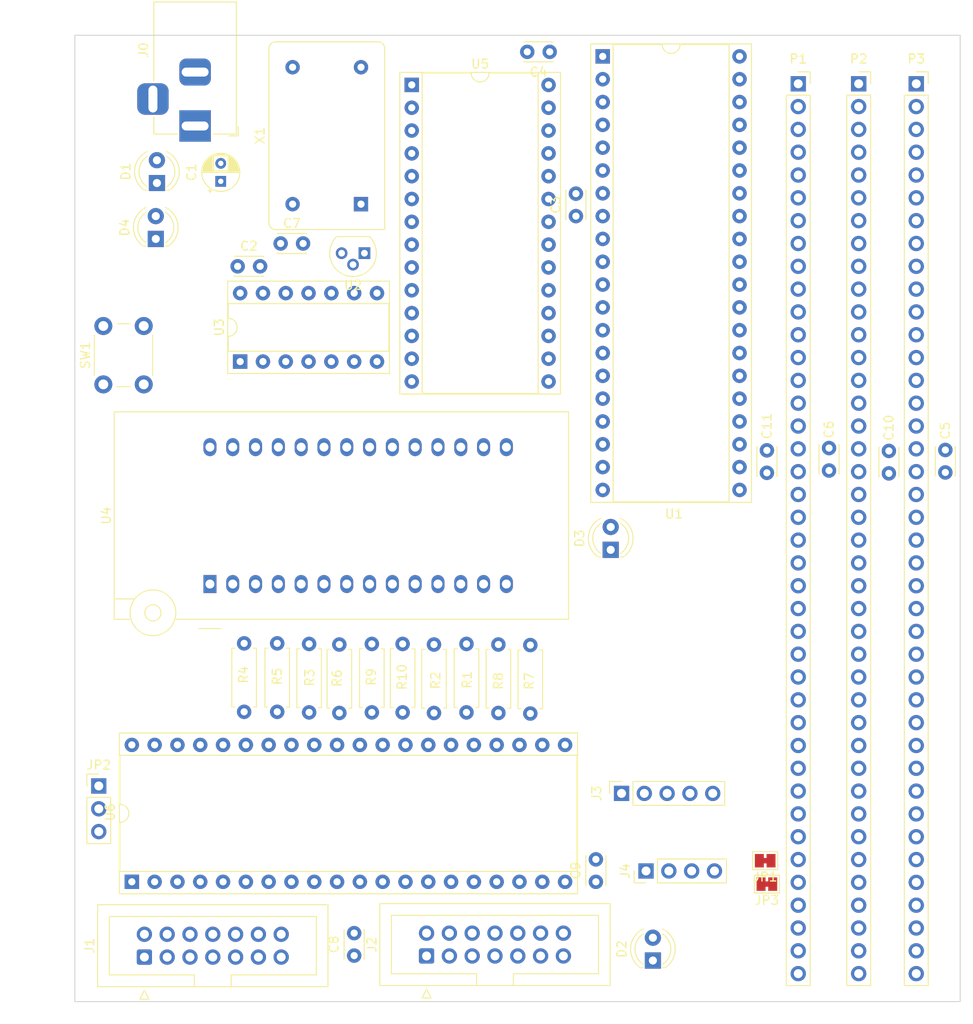
<source format=kicad_pcb>
(kicad_pcb (version 20171130) (host pcbnew "(5.1.10)-1")

  (general
    (thickness 1.6002)
    (drawings 11)
    (tracks 0)
    (zones 0)
    (modules 44)
    (nets 72)
  )

  (page USLetter)
  (title_block
    (rev 1)
  )

  (layers
    (0 Front signal)
    (31 Back signal)
    (34 B.Paste user)
    (35 F.Paste user)
    (36 B.SilkS user)
    (37 F.SilkS user)
    (38 B.Mask user)
    (39 F.Mask user)
    (44 Edge.Cuts user)
    (45 Margin user)
    (46 B.CrtYd user)
    (47 F.CrtYd user)
    (49 F.Fab user)
  )

  (setup
    (last_trace_width 0.127)
    (user_trace_width 0.15)
    (user_trace_width 0.2)
    (user_trace_width 0.4)
    (user_trace_width 0.6)
    (trace_clearance 0.127)
    (zone_clearance 0.508)
    (zone_45_only no)
    (trace_min 0.127)
    (via_size 0.6)
    (via_drill 0.3)
    (via_min_size 0.6)
    (via_min_drill 0.3)
    (user_via 0.6 0.3)
    (user_via 0.9 0.4)
    (uvia_size 0.6858)
    (uvia_drill 0.3302)
    (uvias_allowed no)
    (uvia_min_size 0)
    (uvia_min_drill 0)
    (edge_width 0.0381)
    (segment_width 0.254)
    (pcb_text_width 0.3048)
    (pcb_text_size 1.524 1.524)
    (mod_edge_width 0.1524)
    (mod_text_size 0.8128 0.8128)
    (mod_text_width 0.1524)
    (pad_size 1.524 1.524)
    (pad_drill 0.762)
    (pad_to_mask_clearance 0)
    (solder_mask_min_width 0.12)
    (aux_axis_origin 0 0)
    (visible_elements 7FFFF7FF)
    (pcbplotparams
      (layerselection 0x010fc_ffffffff)
      (usegerberextensions false)
      (usegerberattributes false)
      (usegerberadvancedattributes false)
      (creategerberjobfile false)
      (excludeedgelayer true)
      (linewidth 0.152400)
      (plotframeref false)
      (viasonmask false)
      (mode 1)
      (useauxorigin false)
      (hpglpennumber 1)
      (hpglpenspeed 20)
      (hpglpendiameter 15.000000)
      (psnegative false)
      (psa4output false)
      (plotreference true)
      (plotvalue false)
      (plotinvisibletext false)
      (padsonsilk false)
      (subtractmaskfromsilk true)
      (outputformat 1)
      (mirror false)
      (drillshape 0)
      (scaleselection 1)
      (outputdirectory "./gerbers"))
  )

  (net 0 "")
  (net 1 GND)
  (net 2 +5V)
  (net 3 "Net-(D1-Pad1)")
  (net 4 "Net-(D2-Pad1)")
  (net 5 Sync)
  (net 6 "Net-(D3-Pad1)")
  (net 7 ~RESET~)
  (net 8 "Net-(D4-Pad1)")
  (net 9 EX2)
  (net 10 EX1)
  (net 11 EX0)
  (net 12 Rx)
  (net 13 Tx)
  (net 14 ~IOSEL~)
  (net 15 ~RAMSEL~)
  (net 16 ~VP~)
  (net 17 ~ML~)
  (net 18 CLK)
  (net 19 ~NMI~)
  (net 20 /D7)
  (net 21 /D6)
  (net 22 /D5)
  (net 23 /D4)
  (net 24 /D3)
  (net 25 /D2)
  (net 26 /D1)
  (net 27 /D0)
  (net 28 RDY)
  (net 29 R~W~)
  (net 30 BE)
  (net 31 ~IRQ~)
  (net 32 /A15)
  (net 33 /A14)
  (net 34 /A13)
  (net 35 /A12)
  (net 36 /A11)
  (net 37 /A10)
  (net 38 /A9)
  (net 39 /A8)
  (net 40 /A7)
  (net 41 /A6)
  (net 42 /A5)
  (net 43 /A4)
  (net 44 /A3)
  (net 45 /A2)
  (net 46 /A1)
  (net 47 /A0)
  (net 48 /~ROMSEL~)
  (net 49 CA2)
  (net 50 PA3)
  (net 51 PA7)
  (net 52 CA1)
  (net 53 PA4)
  (net 54 PA0)
  (net 55 PA1)
  (net 56 PA5)
  (net 57 PA6)
  (net 58 PA2)
  (net 59 PB3)
  (net 60 PB7)
  (net 61 CB1)
  (net 62 PB4)
  (net 63 PB0)
  (net 64 PB1)
  (net 65 PB5)
  (net 66 CB2)
  (net 67 PB6)
  (net 68 PB2)
  (net 69 "Net-(JP1-Pad2)")
  (net 70 VIAIRQ)
  (net 71 "Net-(JP3-Pad2)")

  (net_class Default "This is the default net class."
    (clearance 0.127)
    (trace_width 0.127)
    (via_dia 0.6)
    (via_drill 0.3)
    (uvia_dia 0.6858)
    (uvia_drill 0.3302)
    (diff_pair_width 0.1524)
    (diff_pair_gap 0.254)
    (add_net +5V)
    (add_net /A0)
    (add_net /A1)
    (add_net /A10)
    (add_net /A11)
    (add_net /A12)
    (add_net /A13)
    (add_net /A14)
    (add_net /A15)
    (add_net /A2)
    (add_net /A3)
    (add_net /A4)
    (add_net /A5)
    (add_net /A6)
    (add_net /A7)
    (add_net /A8)
    (add_net /A9)
    (add_net /D0)
    (add_net /D1)
    (add_net /D2)
    (add_net /D3)
    (add_net /D4)
    (add_net /D5)
    (add_net /D6)
    (add_net /D7)
    (add_net /~ROMSEL~)
    (add_net BE)
    (add_net CA1)
    (add_net CA2)
    (add_net CB1)
    (add_net CB2)
    (add_net CLK)
    (add_net EX0)
    (add_net EX1)
    (add_net EX2)
    (add_net GND)
    (add_net "Net-(D1-Pad1)")
    (add_net "Net-(D2-Pad1)")
    (add_net "Net-(D3-Pad1)")
    (add_net "Net-(D4-Pad1)")
    (add_net "Net-(JP1-Pad2)")
    (add_net "Net-(JP3-Pad2)")
    (add_net "Net-(U1-Pad3)")
    (add_net "Net-(U1-Pad35)")
    (add_net "Net-(U1-Pad39)")
    (add_net "Net-(U3-Pad11)")
    (add_net PA0)
    (add_net PA1)
    (add_net PA2)
    (add_net PA3)
    (add_net PA4)
    (add_net PA5)
    (add_net PA6)
    (add_net PA7)
    (add_net PB0)
    (add_net PB1)
    (add_net PB2)
    (add_net PB3)
    (add_net PB4)
    (add_net PB5)
    (add_net PB6)
    (add_net PB7)
    (add_net RDY)
    (add_net Rx)
    (add_net R~W~)
    (add_net Sync)
    (add_net Tx)
    (add_net VIAIRQ)
    (add_net ~IOSEL~)
    (add_net ~IRQ~)
    (add_net ~ML~)
    (add_net ~NMI~)
    (add_net ~RAMSEL~)
    (add_net ~RESET~)
    (add_net ~VP~)
  )

  (module Capacitor_THT:C_Disc_D3.0mm_W2.0mm_P2.50mm (layer Front) (tedit 5AE50EF0) (tstamp 61175E6B)
    (at 110.744 89.789 90)
    (descr "C, Disc series, Radial, pin pitch=2.50mm, , diameter*width=3*2mm^2, Capacitor")
    (tags "C Disc series Radial pin pitch 2.50mm  diameter 3mm width 2mm Capacitor")
    (path /612C9741)
    (fp_text reference C11 (at 5.207 0 90) (layer F.SilkS)
      (effects (font (size 1 1) (thickness 0.15)))
    )
    (fp_text value .01uf (at 1.25 2.25 90) (layer F.Fab)
      (effects (font (size 1 1) (thickness 0.15)))
    )
    (fp_text user %R (at 1.25 0 90) (layer F.Fab)
      (effects (font (size 0.6 0.6) (thickness 0.09)))
    )
    (fp_line (start -0.25 -1) (end -0.25 1) (layer F.Fab) (width 0.1))
    (fp_line (start -0.25 1) (end 2.75 1) (layer F.Fab) (width 0.1))
    (fp_line (start 2.75 1) (end 2.75 -1) (layer F.Fab) (width 0.1))
    (fp_line (start 2.75 -1) (end -0.25 -1) (layer F.Fab) (width 0.1))
    (fp_line (start -0.37 -1.12) (end 2.87 -1.12) (layer F.SilkS) (width 0.12))
    (fp_line (start -0.37 1.12) (end 2.87 1.12) (layer F.SilkS) (width 0.12))
    (fp_line (start -0.37 -1.12) (end -0.37 -1.055) (layer F.SilkS) (width 0.12))
    (fp_line (start -0.37 1.055) (end -0.37 1.12) (layer F.SilkS) (width 0.12))
    (fp_line (start 2.87 -1.12) (end 2.87 -1.055) (layer F.SilkS) (width 0.12))
    (fp_line (start 2.87 1.055) (end 2.87 1.12) (layer F.SilkS) (width 0.12))
    (fp_line (start -1.05 -1.25) (end -1.05 1.25) (layer F.CrtYd) (width 0.05))
    (fp_line (start -1.05 1.25) (end 3.55 1.25) (layer F.CrtYd) (width 0.05))
    (fp_line (start 3.55 1.25) (end 3.55 -1.25) (layer F.CrtYd) (width 0.05))
    (fp_line (start 3.55 -1.25) (end -1.05 -1.25) (layer F.CrtYd) (width 0.05))
    (pad 2 thru_hole circle (at 2.5 0 90) (size 1.6 1.6) (drill 0.8) (layers *.Cu *.Mask)
      (net 1 GND))
    (pad 1 thru_hole circle (at 0 0 90) (size 1.6 1.6) (drill 0.8) (layers *.Cu *.Mask)
      (net 2 +5V))
    (model ${KISYS3DMOD}/Capacitor_THT.3dshapes/C_Disc_D3.0mm_W2.0mm_P2.50mm.wrl
      (at (xyz 0 0 0))
      (scale (xyz 1 1 1))
      (rotate (xyz 0 0 0))
    )
  )

  (module Capacitor_THT:C_Disc_D3.0mm_W2.0mm_P2.50mm (layer Front) (tedit 5AE50EF0) (tstamp 61175E56)
    (at 124.333 89.8525 90)
    (descr "C, Disc series, Radial, pin pitch=2.50mm, , diameter*width=3*2mm^2, Capacitor")
    (tags "C Disc series Radial pin pitch 2.50mm  diameter 3mm width 2mm Capacitor")
    (path /612C911D)
    (fp_text reference C10 (at 5.08 0 90) (layer F.SilkS)
      (effects (font (size 1 1) (thickness 0.15)))
    )
    (fp_text value .01uf (at 1.25 2.25 90) (layer F.Fab)
      (effects (font (size 1 1) (thickness 0.15)))
    )
    (fp_text user %R (at 1.25 0 90) (layer F.Fab)
      (effects (font (size 0.6 0.6) (thickness 0.09)))
    )
    (fp_line (start -0.25 -1) (end -0.25 1) (layer F.Fab) (width 0.1))
    (fp_line (start -0.25 1) (end 2.75 1) (layer F.Fab) (width 0.1))
    (fp_line (start 2.75 1) (end 2.75 -1) (layer F.Fab) (width 0.1))
    (fp_line (start 2.75 -1) (end -0.25 -1) (layer F.Fab) (width 0.1))
    (fp_line (start -0.37 -1.12) (end 2.87 -1.12) (layer F.SilkS) (width 0.12))
    (fp_line (start -0.37 1.12) (end 2.87 1.12) (layer F.SilkS) (width 0.12))
    (fp_line (start -0.37 -1.12) (end -0.37 -1.055) (layer F.SilkS) (width 0.12))
    (fp_line (start -0.37 1.055) (end -0.37 1.12) (layer F.SilkS) (width 0.12))
    (fp_line (start 2.87 -1.12) (end 2.87 -1.055) (layer F.SilkS) (width 0.12))
    (fp_line (start 2.87 1.055) (end 2.87 1.12) (layer F.SilkS) (width 0.12))
    (fp_line (start -1.05 -1.25) (end -1.05 1.25) (layer F.CrtYd) (width 0.05))
    (fp_line (start -1.05 1.25) (end 3.55 1.25) (layer F.CrtYd) (width 0.05))
    (fp_line (start 3.55 1.25) (end 3.55 -1.25) (layer F.CrtYd) (width 0.05))
    (fp_line (start 3.55 -1.25) (end -1.05 -1.25) (layer F.CrtYd) (width 0.05))
    (pad 2 thru_hole circle (at 2.5 0 90) (size 1.6 1.6) (drill 0.8) (layers *.Cu *.Mask)
      (net 1 GND))
    (pad 1 thru_hole circle (at 0 0 90) (size 1.6 1.6) (drill 0.8) (layers *.Cu *.Mask)
      (net 2 +5V))
    (model ${KISYS3DMOD}/Capacitor_THT.3dshapes/C_Disc_D3.0mm_W2.0mm_P2.50mm.wrl
      (at (xyz 0 0 0))
      (scale (xyz 1 1 1))
      (rotate (xyz 0 0 0))
    )
  )

  (module Connector_IDC:IDC-Header_2x07_P2.54mm_Vertical (layer Front) (tedit 5EAC9A07) (tstamp 611742D7)
    (at 72.8345 143.5735 90)
    (descr "Through hole IDC box header, 2x07, 2.54mm pitch, DIN 41651 / IEC 60603-13, double rows, https://docs.google.com/spreadsheets/d/16SsEcesNF15N3Lb4niX7dcUr-NY5_MFPQhobNuNppn4/edit#gid=0")
    (tags "Through hole vertical IDC box header THT 2x07 2.54mm double row")
    (path /611D51DE)
    (fp_text reference J2 (at 1.27 -6.1 90) (layer F.SilkS)
      (effects (font (size 1 1) (thickness 0.15)))
    )
    (fp_text value "IO Port B" (at 1.27 21.34 90) (layer F.Fab)
      (effects (font (size 1 1) (thickness 0.15)))
    )
    (fp_line (start 6.22 -5.6) (end -3.68 -5.6) (layer F.CrtYd) (width 0.05))
    (fp_line (start 6.22 20.84) (end 6.22 -5.6) (layer F.CrtYd) (width 0.05))
    (fp_line (start -3.68 20.84) (end 6.22 20.84) (layer F.CrtYd) (width 0.05))
    (fp_line (start -3.68 -5.6) (end -3.68 20.84) (layer F.CrtYd) (width 0.05))
    (fp_line (start -4.68 0.5) (end -3.68 0) (layer F.SilkS) (width 0.12))
    (fp_line (start -4.68 -0.5) (end -4.68 0.5) (layer F.SilkS) (width 0.12))
    (fp_line (start -3.68 0) (end -4.68 -0.5) (layer F.SilkS) (width 0.12))
    (fp_line (start -1.98 9.67) (end -3.29 9.67) (layer F.SilkS) (width 0.12))
    (fp_line (start -1.98 9.67) (end -1.98 9.67) (layer F.SilkS) (width 0.12))
    (fp_line (start -1.98 19.15) (end -1.98 9.67) (layer F.SilkS) (width 0.12))
    (fp_line (start 4.52 19.15) (end -1.98 19.15) (layer F.SilkS) (width 0.12))
    (fp_line (start 4.52 -3.91) (end 4.52 19.15) (layer F.SilkS) (width 0.12))
    (fp_line (start -1.98 -3.91) (end 4.52 -3.91) (layer F.SilkS) (width 0.12))
    (fp_line (start -1.98 5.57) (end -1.98 -3.91) (layer F.SilkS) (width 0.12))
    (fp_line (start -3.29 5.57) (end -1.98 5.57) (layer F.SilkS) (width 0.12))
    (fp_line (start -3.29 20.45) (end -3.29 -5.21) (layer F.SilkS) (width 0.12))
    (fp_line (start 5.83 20.45) (end -3.29 20.45) (layer F.SilkS) (width 0.12))
    (fp_line (start 5.83 -5.21) (end 5.83 20.45) (layer F.SilkS) (width 0.12))
    (fp_line (start -3.29 -5.21) (end 5.83 -5.21) (layer F.SilkS) (width 0.12))
    (fp_line (start -1.98 9.67) (end -3.18 9.67) (layer F.Fab) (width 0.1))
    (fp_line (start -1.98 9.67) (end -1.98 9.67) (layer F.Fab) (width 0.1))
    (fp_line (start -1.98 19.15) (end -1.98 9.67) (layer F.Fab) (width 0.1))
    (fp_line (start 4.52 19.15) (end -1.98 19.15) (layer F.Fab) (width 0.1))
    (fp_line (start 4.52 -3.91) (end 4.52 19.15) (layer F.Fab) (width 0.1))
    (fp_line (start -1.98 -3.91) (end 4.52 -3.91) (layer F.Fab) (width 0.1))
    (fp_line (start -1.98 5.57) (end -1.98 -3.91) (layer F.Fab) (width 0.1))
    (fp_line (start -3.18 5.57) (end -1.98 5.57) (layer F.Fab) (width 0.1))
    (fp_line (start -3.18 20.34) (end -3.18 -4.1) (layer F.Fab) (width 0.1))
    (fp_line (start 5.72 20.34) (end -3.18 20.34) (layer F.Fab) (width 0.1))
    (fp_line (start 5.72 -5.1) (end 5.72 20.34) (layer F.Fab) (width 0.1))
    (fp_line (start -2.18 -5.1) (end 5.72 -5.1) (layer F.Fab) (width 0.1))
    (fp_line (start -3.18 -4.1) (end -2.18 -5.1) (layer F.Fab) (width 0.1))
    (fp_text user %R (at 1.27 7.62) (layer F.Fab)
      (effects (font (size 1 1) (thickness 0.15)))
    )
    (pad 14 thru_hole circle (at 2.54 15.24 90) (size 1.7 1.7) (drill 1) (layers *.Cu *.Mask)
      (net 2 +5V))
    (pad 12 thru_hole circle (at 2.54 12.7 90) (size 1.7 1.7) (drill 1) (layers *.Cu *.Mask)
      (net 66 CB2))
    (pad 10 thru_hole circle (at 2.54 10.16 90) (size 1.7 1.7) (drill 1) (layers *.Cu *.Mask)
      (net 60 PB7))
    (pad 8 thru_hole circle (at 2.54 7.62 90) (size 1.7 1.7) (drill 1) (layers *.Cu *.Mask)
      (net 65 PB5))
    (pad 6 thru_hole circle (at 2.54 5.08 90) (size 1.7 1.7) (drill 1) (layers *.Cu *.Mask)
      (net 59 PB3))
    (pad 4 thru_hole circle (at 2.54 2.54 90) (size 1.7 1.7) (drill 1) (layers *.Cu *.Mask)
      (net 64 PB1))
    (pad 2 thru_hole circle (at 2.54 0 90) (size 1.7 1.7) (drill 1) (layers *.Cu *.Mask)
      (net 1 GND))
    (pad 13 thru_hole circle (at 0 15.24 90) (size 1.7 1.7) (drill 1) (layers *.Cu *.Mask)
      (net 1 GND))
    (pad 11 thru_hole circle (at 0 12.7 90) (size 1.7 1.7) (drill 1) (layers *.Cu *.Mask)
      (net 61 CB1))
    (pad 9 thru_hole circle (at 0 10.16 90) (size 1.7 1.7) (drill 1) (layers *.Cu *.Mask)
      (net 67 PB6))
    (pad 7 thru_hole circle (at 0 7.62 90) (size 1.7 1.7) (drill 1) (layers *.Cu *.Mask)
      (net 62 PB4))
    (pad 5 thru_hole circle (at 0 5.08 90) (size 1.7 1.7) (drill 1) (layers *.Cu *.Mask)
      (net 68 PB2))
    (pad 3 thru_hole circle (at 0 2.54 90) (size 1.7 1.7) (drill 1) (layers *.Cu *.Mask)
      (net 63 PB0))
    (pad 1 thru_hole roundrect (at 0 0 90) (size 1.7 1.7) (drill 1) (layers *.Cu *.Mask) (roundrect_rratio 0.147059)
      (net 2 +5V))
    (model ${KISYS3DMOD}/Connector_IDC.3dshapes/IDC-Header_2x07_P2.54mm_Vertical.wrl
      (at (xyz 0 0 0))
      (scale (xyz 1 1 1))
      (rotate (xyz 0 0 0))
    )
  )

  (module Connector_IDC:IDC-Header_2x07_P2.54mm_Vertical (layer Front) (tedit 5EAC9A07) (tstamp 611742A4)
    (at 41.402 143.7005 90)
    (descr "Through hole IDC box header, 2x07, 2.54mm pitch, DIN 41651 / IEC 60603-13, double rows, https://docs.google.com/spreadsheets/d/16SsEcesNF15N3Lb4niX7dcUr-NY5_MFPQhobNuNppn4/edit#gid=0")
    (tags "Through hole vertical IDC box header THT 2x07 2.54mm double row")
    (path /611B8BF2)
    (fp_text reference J1 (at 1.27 -6.1 90) (layer F.SilkS)
      (effects (font (size 1 1) (thickness 0.15)))
    )
    (fp_text value "IO Port A" (at 1.27 21.34 90) (layer F.Fab)
      (effects (font (size 1 1) (thickness 0.15)))
    )
    (fp_line (start 6.22 -5.6) (end -3.68 -5.6) (layer F.CrtYd) (width 0.05))
    (fp_line (start 6.22 20.84) (end 6.22 -5.6) (layer F.CrtYd) (width 0.05))
    (fp_line (start -3.68 20.84) (end 6.22 20.84) (layer F.CrtYd) (width 0.05))
    (fp_line (start -3.68 -5.6) (end -3.68 20.84) (layer F.CrtYd) (width 0.05))
    (fp_line (start -4.68 0.5) (end -3.68 0) (layer F.SilkS) (width 0.12))
    (fp_line (start -4.68 -0.5) (end -4.68 0.5) (layer F.SilkS) (width 0.12))
    (fp_line (start -3.68 0) (end -4.68 -0.5) (layer F.SilkS) (width 0.12))
    (fp_line (start -1.98 9.67) (end -3.29 9.67) (layer F.SilkS) (width 0.12))
    (fp_line (start -1.98 9.67) (end -1.98 9.67) (layer F.SilkS) (width 0.12))
    (fp_line (start -1.98 19.15) (end -1.98 9.67) (layer F.SilkS) (width 0.12))
    (fp_line (start 4.52 19.15) (end -1.98 19.15) (layer F.SilkS) (width 0.12))
    (fp_line (start 4.52 -3.91) (end 4.52 19.15) (layer F.SilkS) (width 0.12))
    (fp_line (start -1.98 -3.91) (end 4.52 -3.91) (layer F.SilkS) (width 0.12))
    (fp_line (start -1.98 5.57) (end -1.98 -3.91) (layer F.SilkS) (width 0.12))
    (fp_line (start -3.29 5.57) (end -1.98 5.57) (layer F.SilkS) (width 0.12))
    (fp_line (start -3.29 20.45) (end -3.29 -5.21) (layer F.SilkS) (width 0.12))
    (fp_line (start 5.83 20.45) (end -3.29 20.45) (layer F.SilkS) (width 0.12))
    (fp_line (start 5.83 -5.21) (end 5.83 20.45) (layer F.SilkS) (width 0.12))
    (fp_line (start -3.29 -5.21) (end 5.83 -5.21) (layer F.SilkS) (width 0.12))
    (fp_line (start -1.98 9.67) (end -3.18 9.67) (layer F.Fab) (width 0.1))
    (fp_line (start -1.98 9.67) (end -1.98 9.67) (layer F.Fab) (width 0.1))
    (fp_line (start -1.98 19.15) (end -1.98 9.67) (layer F.Fab) (width 0.1))
    (fp_line (start 4.52 19.15) (end -1.98 19.15) (layer F.Fab) (width 0.1))
    (fp_line (start 4.52 -3.91) (end 4.52 19.15) (layer F.Fab) (width 0.1))
    (fp_line (start -1.98 -3.91) (end 4.52 -3.91) (layer F.Fab) (width 0.1))
    (fp_line (start -1.98 5.57) (end -1.98 -3.91) (layer F.Fab) (width 0.1))
    (fp_line (start -3.18 5.57) (end -1.98 5.57) (layer F.Fab) (width 0.1))
    (fp_line (start -3.18 20.34) (end -3.18 -4.1) (layer F.Fab) (width 0.1))
    (fp_line (start 5.72 20.34) (end -3.18 20.34) (layer F.Fab) (width 0.1))
    (fp_line (start 5.72 -5.1) (end 5.72 20.34) (layer F.Fab) (width 0.1))
    (fp_line (start -2.18 -5.1) (end 5.72 -5.1) (layer F.Fab) (width 0.1))
    (fp_line (start -3.18 -4.1) (end -2.18 -5.1) (layer F.Fab) (width 0.1))
    (fp_text user %R (at 1.27 7.62) (layer F.Fab)
      (effects (font (size 1 1) (thickness 0.15)))
    )
    (pad 14 thru_hole circle (at 2.54 15.24 90) (size 1.7 1.7) (drill 1) (layers *.Cu *.Mask)
      (net 2 +5V))
    (pad 12 thru_hole circle (at 2.54 12.7 90) (size 1.7 1.7) (drill 1) (layers *.Cu *.Mask)
      (net 49 CA2))
    (pad 10 thru_hole circle (at 2.54 10.16 90) (size 1.7 1.7) (drill 1) (layers *.Cu *.Mask)
      (net 51 PA7))
    (pad 8 thru_hole circle (at 2.54 7.62 90) (size 1.7 1.7) (drill 1) (layers *.Cu *.Mask)
      (net 56 PA5))
    (pad 6 thru_hole circle (at 2.54 5.08 90) (size 1.7 1.7) (drill 1) (layers *.Cu *.Mask)
      (net 50 PA3))
    (pad 4 thru_hole circle (at 2.54 2.54 90) (size 1.7 1.7) (drill 1) (layers *.Cu *.Mask)
      (net 55 PA1))
    (pad 2 thru_hole circle (at 2.54 0 90) (size 1.7 1.7) (drill 1) (layers *.Cu *.Mask)
      (net 1 GND))
    (pad 13 thru_hole circle (at 0 15.24 90) (size 1.7 1.7) (drill 1) (layers *.Cu *.Mask)
      (net 1 GND))
    (pad 11 thru_hole circle (at 0 12.7 90) (size 1.7 1.7) (drill 1) (layers *.Cu *.Mask)
      (net 52 CA1))
    (pad 9 thru_hole circle (at 0 10.16 90) (size 1.7 1.7) (drill 1) (layers *.Cu *.Mask)
      (net 57 PA6))
    (pad 7 thru_hole circle (at 0 7.62 90) (size 1.7 1.7) (drill 1) (layers *.Cu *.Mask)
      (net 53 PA4))
    (pad 5 thru_hole circle (at 0 5.08 90) (size 1.7 1.7) (drill 1) (layers *.Cu *.Mask)
      (net 58 PA2))
    (pad 3 thru_hole circle (at 0 2.54 90) (size 1.7 1.7) (drill 1) (layers *.Cu *.Mask)
      (net 54 PA0))
    (pad 1 thru_hole roundrect (at 0 0 90) (size 1.7 1.7) (drill 1) (layers *.Cu *.Mask) (roundrect_rratio 0.147059)
      (net 2 +5V))
    (model ${KISYS3DMOD}/Connector_IDC.3dshapes/IDC-Header_2x07_P2.54mm_Vertical.wrl
      (at (xyz 0 0 0))
      (scale (xyz 1 1 1))
      (rotate (xyz 0 0 0))
    )
  )

  (module Button_Switch_THT:SW_PUSH_6mm (layer Front) (tedit 5A02FE31) (tstamp 611688F3)
    (at 36.83 79.9465 90)
    (descr https://www.omron.com/ecb/products/pdf/en-b3f.pdf)
    (tags "tact sw push 6mm")
    (path /62481619)
    (fp_text reference SW1 (at 3.25 -2 90) (layer F.SilkS)
      (effects (font (size 1 1) (thickness 0.15)))
    )
    (fp_text value Reset (at 3.75 6.7 90) (layer F.Fab)
      (effects (font (size 1 1) (thickness 0.15)))
    )
    (fp_line (start 3.25 -0.75) (end 6.25 -0.75) (layer F.Fab) (width 0.1))
    (fp_line (start 6.25 -0.75) (end 6.25 5.25) (layer F.Fab) (width 0.1))
    (fp_line (start 6.25 5.25) (end 0.25 5.25) (layer F.Fab) (width 0.1))
    (fp_line (start 0.25 5.25) (end 0.25 -0.75) (layer F.Fab) (width 0.1))
    (fp_line (start 0.25 -0.75) (end 3.25 -0.75) (layer F.Fab) (width 0.1))
    (fp_line (start 7.75 6) (end 8 6) (layer F.CrtYd) (width 0.05))
    (fp_line (start 8 6) (end 8 5.75) (layer F.CrtYd) (width 0.05))
    (fp_line (start 7.75 -1.5) (end 8 -1.5) (layer F.CrtYd) (width 0.05))
    (fp_line (start 8 -1.5) (end 8 -1.25) (layer F.CrtYd) (width 0.05))
    (fp_line (start -1.5 -1.25) (end -1.5 -1.5) (layer F.CrtYd) (width 0.05))
    (fp_line (start -1.5 -1.5) (end -1.25 -1.5) (layer F.CrtYd) (width 0.05))
    (fp_line (start -1.5 5.75) (end -1.5 6) (layer F.CrtYd) (width 0.05))
    (fp_line (start -1.5 6) (end -1.25 6) (layer F.CrtYd) (width 0.05))
    (fp_line (start -1.25 -1.5) (end 7.75 -1.5) (layer F.CrtYd) (width 0.05))
    (fp_line (start -1.5 5.75) (end -1.5 -1.25) (layer F.CrtYd) (width 0.05))
    (fp_line (start 7.75 6) (end -1.25 6) (layer F.CrtYd) (width 0.05))
    (fp_line (start 8 -1.25) (end 8 5.75) (layer F.CrtYd) (width 0.05))
    (fp_line (start 1 5.5) (end 5.5 5.5) (layer F.SilkS) (width 0.12))
    (fp_line (start -0.25 1.5) (end -0.25 3) (layer F.SilkS) (width 0.12))
    (fp_line (start 5.5 -1) (end 1 -1) (layer F.SilkS) (width 0.12))
    (fp_line (start 6.75 3) (end 6.75 1.5) (layer F.SilkS) (width 0.12))
    (fp_circle (center 3.25 2.25) (end 1.25 2.5) (layer F.Fab) (width 0.1))
    (fp_text user %R (at 3.25 2.25 90) (layer F.Fab)
      (effects (font (size 1 1) (thickness 0.15)))
    )
    (pad 1 thru_hole circle (at 6.5 0 180) (size 2 2) (drill 1.1) (layers *.Cu *.Mask)
      (net 7 ~RESET~))
    (pad 2 thru_hole circle (at 6.5 4.5 180) (size 2 2) (drill 1.1) (layers *.Cu *.Mask)
      (net 1 GND))
    (pad 1 thru_hole circle (at 0 0 180) (size 2 2) (drill 1.1) (layers *.Cu *.Mask)
      (net 7 ~RESET~))
    (pad 2 thru_hole circle (at 0 4.5 180) (size 2 2) (drill 1.1) (layers *.Cu *.Mask)
      (net 1 GND))
    (model ${KISYS3DMOD}/Button_Switch_THT.3dshapes/SW_PUSH_6mm.wrl
      (at (xyz 0 0 0))
      (scale (xyz 1 1 1))
      (rotate (xyz 0 0 0))
    )
  )

  (module Resistor_THT:R_Axial_DIN0207_L6.3mm_D2.5mm_P7.62mm_Horizontal (layer Front) (tedit 5AE5139B) (tstamp 61176C05)
    (at 70.1675 108.839 270)
    (descr "Resistor, Axial_DIN0207 series, Axial, Horizontal, pin pitch=7.62mm, 0.25W = 1/4W, length*diameter=6.3*2.5mm^2, http://cdn-reichelt.de/documents/datenblatt/B400/1_4W%23YAG.pdf")
    (tags "Resistor Axial_DIN0207 series Axial Horizontal pin pitch 7.62mm 0.25W = 1/4W length 6.3mm diameter 2.5mm")
    (path /624480AF)
    (fp_text reference R10 (at 3.683 0.0635 90) (layer F.SilkS)
      (effects (font (size 1 1) (thickness 0.15)))
    )
    (fp_text value 4.7k (at 3.81 2.37 90) (layer F.Fab)
      (effects (font (size 1 1) (thickness 0.15)))
    )
    (fp_line (start 0.66 -1.25) (end 0.66 1.25) (layer F.Fab) (width 0.1))
    (fp_line (start 0.66 1.25) (end 6.96 1.25) (layer F.Fab) (width 0.1))
    (fp_line (start 6.96 1.25) (end 6.96 -1.25) (layer F.Fab) (width 0.1))
    (fp_line (start 6.96 -1.25) (end 0.66 -1.25) (layer F.Fab) (width 0.1))
    (fp_line (start 0 0) (end 0.66 0) (layer F.Fab) (width 0.1))
    (fp_line (start 7.62 0) (end 6.96 0) (layer F.Fab) (width 0.1))
    (fp_line (start 0.54 -1.04) (end 0.54 -1.37) (layer F.SilkS) (width 0.12))
    (fp_line (start 0.54 -1.37) (end 7.08 -1.37) (layer F.SilkS) (width 0.12))
    (fp_line (start 7.08 -1.37) (end 7.08 -1.04) (layer F.SilkS) (width 0.12))
    (fp_line (start 0.54 1.04) (end 0.54 1.37) (layer F.SilkS) (width 0.12))
    (fp_line (start 0.54 1.37) (end 7.08 1.37) (layer F.SilkS) (width 0.12))
    (fp_line (start 7.08 1.37) (end 7.08 1.04) (layer F.SilkS) (width 0.12))
    (fp_line (start -1.05 -1.5) (end -1.05 1.5) (layer F.CrtYd) (width 0.05))
    (fp_line (start -1.05 1.5) (end 8.67 1.5) (layer F.CrtYd) (width 0.05))
    (fp_line (start 8.67 1.5) (end 8.67 -1.5) (layer F.CrtYd) (width 0.05))
    (fp_line (start 8.67 -1.5) (end -1.05 -1.5) (layer F.CrtYd) (width 0.05))
    (fp_text user %R (at 3.81 0 90) (layer F.Fab)
      (effects (font (size 1 1) (thickness 0.15)))
    )
    (pad 2 thru_hole oval (at 7.62 0 270) (size 1.6 1.6) (drill 0.8) (layers *.Cu *.Mask)
      (net 71 "Net-(JP3-Pad2)"))
    (pad 1 thru_hole circle (at 0 0 270) (size 1.6 1.6) (drill 0.8) (layers *.Cu *.Mask)
      (net 2 +5V))
    (model ${KISYS3DMOD}/Resistor_THT.3dshapes/R_Axial_DIN0207_L6.3mm_D2.5mm_P7.62mm_Horizontal.wrl
      (at (xyz 0 0 0))
      (scale (xyz 1 1 1))
      (rotate (xyz 0 0 0))
    )
  )

  (module Resistor_THT:R_Axial_DIN0207_L6.3mm_D2.5mm_P7.62mm_Horizontal (layer Front) (tedit 5AE5139B) (tstamp 611778E7)
    (at 66.7385 108.839 270)
    (descr "Resistor, Axial_DIN0207 series, Axial, Horizontal, pin pitch=7.62mm, 0.25W = 1/4W, length*diameter=6.3*2.5mm^2, http://cdn-reichelt.de/documents/datenblatt/B400/1_4W%23YAG.pdf")
    (tags "Resistor Axial_DIN0207 series Axial Horizontal pin pitch 7.62mm 0.25W = 1/4W length 6.3mm diameter 2.5mm")
    (path /62447354)
    (fp_text reference R9 (at 3.683 0.0635 90) (layer F.SilkS)
      (effects (font (size 1 1) (thickness 0.15)))
    )
    (fp_text value 4.7k (at 3.81 2.37 90) (layer F.Fab)
      (effects (font (size 1 1) (thickness 0.15)))
    )
    (fp_line (start 0.66 -1.25) (end 0.66 1.25) (layer F.Fab) (width 0.1))
    (fp_line (start 0.66 1.25) (end 6.96 1.25) (layer F.Fab) (width 0.1))
    (fp_line (start 6.96 1.25) (end 6.96 -1.25) (layer F.Fab) (width 0.1))
    (fp_line (start 6.96 -1.25) (end 0.66 -1.25) (layer F.Fab) (width 0.1))
    (fp_line (start 0 0) (end 0.66 0) (layer F.Fab) (width 0.1))
    (fp_line (start 7.62 0) (end 6.96 0) (layer F.Fab) (width 0.1))
    (fp_line (start 0.54 -1.04) (end 0.54 -1.37) (layer F.SilkS) (width 0.12))
    (fp_line (start 0.54 -1.37) (end 7.08 -1.37) (layer F.SilkS) (width 0.12))
    (fp_line (start 7.08 -1.37) (end 7.08 -1.04) (layer F.SilkS) (width 0.12))
    (fp_line (start 0.54 1.04) (end 0.54 1.37) (layer F.SilkS) (width 0.12))
    (fp_line (start 0.54 1.37) (end 7.08 1.37) (layer F.SilkS) (width 0.12))
    (fp_line (start 7.08 1.37) (end 7.08 1.04) (layer F.SilkS) (width 0.12))
    (fp_line (start -1.05 -1.5) (end -1.05 1.5) (layer F.CrtYd) (width 0.05))
    (fp_line (start -1.05 1.5) (end 8.67 1.5) (layer F.CrtYd) (width 0.05))
    (fp_line (start 8.67 1.5) (end 8.67 -1.5) (layer F.CrtYd) (width 0.05))
    (fp_line (start 8.67 -1.5) (end -1.05 -1.5) (layer F.CrtYd) (width 0.05))
    (fp_text user %R (at 3.81 0 90) (layer F.Fab)
      (effects (font (size 1 1) (thickness 0.15)))
    )
    (pad 2 thru_hole oval (at 7.62 0 270) (size 1.6 1.6) (drill 0.8) (layers *.Cu *.Mask)
      (net 69 "Net-(JP1-Pad2)"))
    (pad 1 thru_hole circle (at 0 0 270) (size 1.6 1.6) (drill 0.8) (layers *.Cu *.Mask)
      (net 2 +5V))
    (model ${KISYS3DMOD}/Resistor_THT.3dshapes/R_Axial_DIN0207_L6.3mm_D2.5mm_P7.62mm_Horizontal.wrl
      (at (xyz 0 0 0))
      (scale (xyz 1 1 1))
      (rotate (xyz 0 0 0))
    )
  )

  (module Connector_PinHeader_2.54mm:PinHeader_1x03_P2.54mm_Vertical (layer Front) (tedit 59FED5CC) (tstamp 61168694)
    (at 36.322 124.651)
    (descr "Through hole straight pin header, 1x03, 2.54mm pitch, single row")
    (tags "Through hole pin header THT 1x03 2.54mm single row")
    (path /6249D2F0)
    (fp_text reference JP2 (at 0 -2.33) (layer F.SilkS)
      (effects (font (size 1 1) (thickness 0.15)))
    )
    (fp_text value "VIA IRQ Select" (at 0 7.41) (layer F.Fab)
      (effects (font (size 1 1) (thickness 0.15)))
    )
    (fp_line (start -0.635 -1.27) (end 1.27 -1.27) (layer F.Fab) (width 0.1))
    (fp_line (start 1.27 -1.27) (end 1.27 6.35) (layer F.Fab) (width 0.1))
    (fp_line (start 1.27 6.35) (end -1.27 6.35) (layer F.Fab) (width 0.1))
    (fp_line (start -1.27 6.35) (end -1.27 -0.635) (layer F.Fab) (width 0.1))
    (fp_line (start -1.27 -0.635) (end -0.635 -1.27) (layer F.Fab) (width 0.1))
    (fp_line (start -1.33 6.41) (end 1.33 6.41) (layer F.SilkS) (width 0.12))
    (fp_line (start -1.33 1.27) (end -1.33 6.41) (layer F.SilkS) (width 0.12))
    (fp_line (start 1.33 1.27) (end 1.33 6.41) (layer F.SilkS) (width 0.12))
    (fp_line (start -1.33 1.27) (end 1.33 1.27) (layer F.SilkS) (width 0.12))
    (fp_line (start -1.33 0) (end -1.33 -1.33) (layer F.SilkS) (width 0.12))
    (fp_line (start -1.33 -1.33) (end 0 -1.33) (layer F.SilkS) (width 0.12))
    (fp_line (start -1.8 -1.8) (end -1.8 6.85) (layer F.CrtYd) (width 0.05))
    (fp_line (start -1.8 6.85) (end 1.8 6.85) (layer F.CrtYd) (width 0.05))
    (fp_line (start 1.8 6.85) (end 1.8 -1.8) (layer F.CrtYd) (width 0.05))
    (fp_line (start 1.8 -1.8) (end -1.8 -1.8) (layer F.CrtYd) (width 0.05))
    (fp_text user %R (at 0 2.54 90) (layer F.Fab)
      (effects (font (size 1 1) (thickness 0.15)))
    )
    (pad 3 thru_hole oval (at 0 5.08) (size 1.7 1.7) (drill 1) (layers *.Cu *.Mask)
      (net 19 ~NMI~))
    (pad 2 thru_hole oval (at 0 2.54) (size 1.7 1.7) (drill 1) (layers *.Cu *.Mask)
      (net 70 VIAIRQ))
    (pad 1 thru_hole rect (at 0 0) (size 1.7 1.7) (drill 1) (layers *.Cu *.Mask)
      (net 31 ~IRQ~))
    (model ${KISYS3DMOD}/Connector_PinHeader_2.54mm.3dshapes/PinHeader_1x03_P2.54mm_Vertical.wrl
      (at (xyz 0 0 0))
      (scale (xyz 1 1 1))
      (rotate (xyz 0 0 0))
    )
  )

  (module Jumper:SolderJumper-2_P1.3mm_Bridged_Pad1.0x1.5mm (layer Front) (tedit 5C756AB2) (tstamp 6116867D)
    (at 110.744 135.5725 180)
    (descr "SMD Solder Jumper, 1x1.5mm Pads, 0.3mm gap, bridged with 1 copper strip")
    (tags "solder jumper open")
    (path /6247A454)
    (attr virtual)
    (fp_text reference JP3 (at 0 -1.8) (layer F.SilkS)
      (effects (font (size 1 1) (thickness 0.15)))
    )
    (fp_text value "I2C Pullups" (at 0 1.9) (layer F.Fab)
      (effects (font (size 1 1) (thickness 0.15)))
    )
    (fp_line (start -1.4 1) (end -1.4 -1) (layer F.SilkS) (width 0.12))
    (fp_line (start 1.4 1) (end -1.4 1) (layer F.SilkS) (width 0.12))
    (fp_line (start 1.4 -1) (end 1.4 1) (layer F.SilkS) (width 0.12))
    (fp_line (start -1.4 -1) (end 1.4 -1) (layer F.SilkS) (width 0.12))
    (fp_line (start -1.65 -1.25) (end 1.65 -1.25) (layer F.CrtYd) (width 0.05))
    (fp_line (start -1.65 -1.25) (end -1.65 1.25) (layer F.CrtYd) (width 0.05))
    (fp_line (start 1.65 1.25) (end 1.65 -1.25) (layer F.CrtYd) (width 0.05))
    (fp_line (start 1.65 1.25) (end -1.65 1.25) (layer F.CrtYd) (width 0.05))
    (fp_poly (pts (xy -0.25 -0.3) (xy 0.25 -0.3) (xy 0.25 0.3) (xy -0.25 0.3)) (layer Front) (width 0))
    (pad 2 smd rect (at 0.65 0 180) (size 1 1.5) (layers Front F.Mask)
      (net 71 "Net-(JP3-Pad2)"))
    (pad 1 smd rect (at -0.65 0 180) (size 1 1.5) (layers Front F.Mask)
      (net 12 Rx))
  )

  (module Jumper:SolderJumper-2_P1.3mm_Bridged_Pad1.0x1.5mm (layer Front) (tedit 5C756AB2) (tstamp 6116866E)
    (at 110.5535 132.969 180)
    (descr "SMD Solder Jumper, 1x1.5mm Pads, 0.3mm gap, bridged with 1 copper strip")
    (tags "solder jumper open")
    (path /62479094)
    (attr virtual)
    (fp_text reference JP1 (at 0 -1.8) (layer F.SilkS)
      (effects (font (size 1 1) (thickness 0.15)))
    )
    (fp_text value "I2C Pullups" (at 0 1.9) (layer F.Fab)
      (effects (font (size 1 1) (thickness 0.15)))
    )
    (fp_line (start -1.4 1) (end -1.4 -1) (layer F.SilkS) (width 0.12))
    (fp_line (start 1.4 1) (end -1.4 1) (layer F.SilkS) (width 0.12))
    (fp_line (start 1.4 -1) (end 1.4 1) (layer F.SilkS) (width 0.12))
    (fp_line (start -1.4 -1) (end 1.4 -1) (layer F.SilkS) (width 0.12))
    (fp_line (start -1.65 -1.25) (end 1.65 -1.25) (layer F.CrtYd) (width 0.05))
    (fp_line (start -1.65 -1.25) (end -1.65 1.25) (layer F.CrtYd) (width 0.05))
    (fp_line (start 1.65 1.25) (end 1.65 -1.25) (layer F.CrtYd) (width 0.05))
    (fp_line (start 1.65 1.25) (end -1.65 1.25) (layer F.CrtYd) (width 0.05))
    (fp_poly (pts (xy -0.25 -0.3) (xy 0.25 -0.3) (xy 0.25 0.3) (xy -0.25 0.3)) (layer Front) (width 0))
    (pad 2 smd rect (at 0.65 0 180) (size 1 1.5) (layers Front F.Mask)
      (net 69 "Net-(JP1-Pad2)"))
    (pad 1 smd rect (at -0.65 0 180) (size 1 1.5) (layers Front F.Mask)
      (net 13 Tx))
  )

  (module Connector_PinSocket_2.54mm:PinSocket_1x05_P2.54mm_Vertical (layer Front) (tedit 5A19A420) (tstamp 611787BF)
    (at 94.5515 125.476 90)
    (descr "Through hole straight socket strip, 1x05, 2.54mm pitch, single row (from Kicad 4.0.7), script generated")
    (tags "Through hole socket strip THT 1x05 2.54mm single row")
    (path /623AFB8E)
    (fp_text reference J3 (at 0 -2.77 90) (layer F.SilkS)
      (effects (font (size 1 1) (thickness 0.15)))
    )
    (fp_text value "Unassigned Bus Signals" (at 0 12.93 90) (layer F.Fab)
      (effects (font (size 1 1) (thickness 0.15)))
    )
    (fp_line (start -1.27 -1.27) (end 0.635 -1.27) (layer F.Fab) (width 0.1))
    (fp_line (start 0.635 -1.27) (end 1.27 -0.635) (layer F.Fab) (width 0.1))
    (fp_line (start 1.27 -0.635) (end 1.27 11.43) (layer F.Fab) (width 0.1))
    (fp_line (start 1.27 11.43) (end -1.27 11.43) (layer F.Fab) (width 0.1))
    (fp_line (start -1.27 11.43) (end -1.27 -1.27) (layer F.Fab) (width 0.1))
    (fp_line (start -1.33 1.27) (end 1.33 1.27) (layer F.SilkS) (width 0.12))
    (fp_line (start -1.33 1.27) (end -1.33 11.49) (layer F.SilkS) (width 0.12))
    (fp_line (start -1.33 11.49) (end 1.33 11.49) (layer F.SilkS) (width 0.12))
    (fp_line (start 1.33 1.27) (end 1.33 11.49) (layer F.SilkS) (width 0.12))
    (fp_line (start 1.33 -1.33) (end 1.33 0) (layer F.SilkS) (width 0.12))
    (fp_line (start 0 -1.33) (end 1.33 -1.33) (layer F.SilkS) (width 0.12))
    (fp_line (start -1.8 -1.8) (end 1.75 -1.8) (layer F.CrtYd) (width 0.05))
    (fp_line (start 1.75 -1.8) (end 1.75 11.9) (layer F.CrtYd) (width 0.05))
    (fp_line (start 1.75 11.9) (end -1.8 11.9) (layer F.CrtYd) (width 0.05))
    (fp_line (start -1.8 11.9) (end -1.8 -1.8) (layer F.CrtYd) (width 0.05))
    (fp_text user %R (at 0 5.08) (layer F.Fab)
      (effects (font (size 1 1) (thickness 0.15)))
    )
    (pad 5 thru_hole oval (at 0 10.16 90) (size 1.7 1.7) (drill 1) (layers *.Cu *.Mask)
      (net 12 Rx))
    (pad 4 thru_hole oval (at 0 7.62 90) (size 1.7 1.7) (drill 1) (layers *.Cu *.Mask)
      (net 13 Tx))
    (pad 3 thru_hole oval (at 0 5.08 90) (size 1.7 1.7) (drill 1) (layers *.Cu *.Mask)
      (net 9 EX2))
    (pad 2 thru_hole oval (at 0 2.54 90) (size 1.7 1.7) (drill 1) (layers *.Cu *.Mask)
      (net 10 EX1))
    (pad 1 thru_hole rect (at 0 0 90) (size 1.7 1.7) (drill 1) (layers *.Cu *.Mask)
      (net 11 EX0))
    (model ${KISYS3DMOD}/Connector_PinSocket_2.54mm.3dshapes/PinSocket_1x05_P2.54mm_Vertical.wrl
      (at (xyz 0 0 0))
      (scale (xyz 1 1 1))
      (rotate (xyz 0 0 0))
    )
  )

  (module Connector_PinHeader_2.54mm:PinHeader_1x04_P2.54mm_Vertical (layer Front) (tedit 59FED5CC) (tstamp 61168F5F)
    (at 97.282 134.112 90)
    (descr "Through hole straight pin header, 1x04, 2.54mm pitch, single row")
    (tags "Through hole pin header THT 1x04 2.54mm single row")
    (path /623B13A8)
    (fp_text reference J4 (at 0 -2.33 90) (layer F.SilkS)
      (effects (font (size 1 1) (thickness 0.15)))
    )
    (fp_text value "Control Signals" (at 0 9.95 90) (layer F.Fab)
      (effects (font (size 1 1) (thickness 0.15)))
    )
    (fp_line (start -0.635 -1.27) (end 1.27 -1.27) (layer F.Fab) (width 0.1))
    (fp_line (start 1.27 -1.27) (end 1.27 8.89) (layer F.Fab) (width 0.1))
    (fp_line (start 1.27 8.89) (end -1.27 8.89) (layer F.Fab) (width 0.1))
    (fp_line (start -1.27 8.89) (end -1.27 -0.635) (layer F.Fab) (width 0.1))
    (fp_line (start -1.27 -0.635) (end -0.635 -1.27) (layer F.Fab) (width 0.1))
    (fp_line (start -1.33 8.95) (end 1.33 8.95) (layer F.SilkS) (width 0.12))
    (fp_line (start -1.33 1.27) (end -1.33 8.95) (layer F.SilkS) (width 0.12))
    (fp_line (start 1.33 1.27) (end 1.33 8.95) (layer F.SilkS) (width 0.12))
    (fp_line (start -1.33 1.27) (end 1.33 1.27) (layer F.SilkS) (width 0.12))
    (fp_line (start -1.33 0) (end -1.33 -1.33) (layer F.SilkS) (width 0.12))
    (fp_line (start -1.33 -1.33) (end 0 -1.33) (layer F.SilkS) (width 0.12))
    (fp_line (start -1.8 -1.8) (end -1.8 9.4) (layer F.CrtYd) (width 0.05))
    (fp_line (start -1.8 9.4) (end 1.8 9.4) (layer F.CrtYd) (width 0.05))
    (fp_line (start 1.8 9.4) (end 1.8 -1.8) (layer F.CrtYd) (width 0.05))
    (fp_line (start 1.8 -1.8) (end -1.8 -1.8) (layer F.CrtYd) (width 0.05))
    (fp_text user %R (at 0 3.81) (layer F.Fab)
      (effects (font (size 1 1) (thickness 0.15)))
    )
    (pad 4 thru_hole oval (at 0 7.62 90) (size 1.7 1.7) (drill 1) (layers *.Cu *.Mask)
      (net 14 ~IOSEL~))
    (pad 3 thru_hole oval (at 0 5.08 90) (size 1.7 1.7) (drill 1) (layers *.Cu *.Mask)
      (net 15 ~RAMSEL~))
    (pad 2 thru_hole oval (at 0 2.54 90) (size 1.7 1.7) (drill 1) (layers *.Cu *.Mask)
      (net 16 ~VP~))
    (pad 1 thru_hole rect (at 0 0 90) (size 1.7 1.7) (drill 1) (layers *.Cu *.Mask)
      (net 5 Sync))
    (model ${KISYS3DMOD}/Connector_PinHeader_2.54mm.3dshapes/PinHeader_1x04_P2.54mm_Vertical.wrl
      (at (xyz 0 0 0))
      (scale (xyz 1 1 1))
      (rotate (xyz 0 0 0))
    )
  )

  (module Oscillator:Oscillator_DIP-14 (layer Front) (tedit 58CD3344) (tstamp 611661F3)
    (at 65.532 59.8805 90)
    (descr "Oscillator, DIP14, http://cdn-reichelt.de/documents/datenblatt/B400/OSZI.pdf")
    (tags oscillator)
    (path /622ED18F)
    (fp_text reference X1 (at 7.62 -11.26 90) (layer F.SilkS)
      (effects (font (size 1 1) (thickness 0.15)))
    )
    (fp_text value 1MHz (at 7.62 3.74 90) (layer F.Fab)
      (effects (font (size 1 1) (thickness 0.15)))
    )
    (fp_line (start -2.73 2.54) (end -2.73 -9.51) (layer F.Fab) (width 0.1))
    (fp_line (start -2.08 -10.16) (end 17.32 -10.16) (layer F.Fab) (width 0.1))
    (fp_line (start 17.97 -9.51) (end 17.97 1.89) (layer F.Fab) (width 0.1))
    (fp_line (start -2.73 2.54) (end 17.32 2.54) (layer F.Fab) (width 0.1))
    (fp_line (start -2.83 2.64) (end 17.32 2.64) (layer F.SilkS) (width 0.12))
    (fp_line (start 18.07 1.89) (end 18.07 -9.51) (layer F.SilkS) (width 0.12))
    (fp_line (start 17.32 -10.26) (end -2.08 -10.26) (layer F.SilkS) (width 0.12))
    (fp_line (start -2.83 -9.51) (end -2.83 2.64) (layer F.SilkS) (width 0.12))
    (fp_line (start -1.73 1.54) (end 16.62 1.54) (layer F.Fab) (width 0.1))
    (fp_line (start -1.73 1.54) (end -1.73 -8.81) (layer F.Fab) (width 0.1))
    (fp_line (start -1.38 -9.16) (end 16.62 -9.16) (layer F.Fab) (width 0.1))
    (fp_line (start 16.97 1.19) (end 16.97 -8.81) (layer F.Fab) (width 0.1))
    (fp_line (start -2.98 2.79) (end 18.22 2.79) (layer F.CrtYd) (width 0.05))
    (fp_line (start -2.98 -10.41) (end -2.98 2.79) (layer F.CrtYd) (width 0.05))
    (fp_line (start 18.22 -10.41) (end -2.98 -10.41) (layer F.CrtYd) (width 0.05))
    (fp_line (start 18.22 2.79) (end 18.22 -10.41) (layer F.CrtYd) (width 0.05))
    (fp_arc (start -2.08 -9.51) (end -2.73 -9.51) (angle 90) (layer F.Fab) (width 0.1))
    (fp_arc (start 17.32 -9.51) (end 17.32 -10.16) (angle 90) (layer F.Fab) (width 0.1))
    (fp_arc (start 17.32 1.89) (end 17.97 1.89) (angle 90) (layer F.Fab) (width 0.1))
    (fp_arc (start -2.08 -9.51) (end -2.83 -9.51) (angle 90) (layer F.SilkS) (width 0.12))
    (fp_arc (start 17.32 -9.51) (end 17.32 -10.26) (angle 90) (layer F.SilkS) (width 0.12))
    (fp_arc (start 17.32 1.89) (end 18.07 1.89) (angle 90) (layer F.SilkS) (width 0.12))
    (fp_arc (start -1.38 -8.81) (end -1.73 -8.81) (angle 90) (layer F.Fab) (width 0.1))
    (fp_arc (start 16.62 -8.81) (end 16.62 -9.16) (angle 90) (layer F.Fab) (width 0.1))
    (fp_arc (start 16.62 1.19) (end 16.97 1.19) (angle 90) (layer F.Fab) (width 0.1))
    (fp_text user %R (at 7.62 -3.81 90) (layer F.Fab)
      (effects (font (size 1 1) (thickness 0.15)))
    )
    (pad 7 thru_hole circle (at 15.24 0 90) (size 1.6 1.6) (drill 0.8) (layers *.Cu *.Mask)
      (net 1 GND))
    (pad 8 thru_hole circle (at 15.24 -7.62 90) (size 1.6 1.6) (drill 0.8) (layers *.Cu *.Mask)
      (net 18 CLK))
    (pad 14 thru_hole circle (at 0 -7.62 90) (size 1.6 1.6) (drill 0.8) (layers *.Cu *.Mask)
      (net 2 +5V))
    (pad 1 thru_hole rect (at 0 0 90) (size 1.6 1.6) (drill 0.8) (layers *.Cu *.Mask))
    (model ${KISYS3DMOD}/Oscillator.3dshapes/Oscillator_DIP-14.wrl
      (at (xyz 0 0 0))
      (scale (xyz 1 1 1))
      (rotate (xyz 0 0 0))
    )
  )

  (module Package_DIP:DIP-14_W7.62mm_Socket (layer Front) (tedit 5A02E8C5) (tstamp 61176FED)
    (at 52.07 77.4065 90)
    (descr "14-lead though-hole mounted DIP package, row spacing 7.62 mm (300 mils), Socket")
    (tags "THT DIP DIL PDIP 2.54mm 7.62mm 300mil Socket")
    (path /618A8484)
    (fp_text reference U3 (at 3.81 -2.33 90) (layer F.SilkS)
      (effects (font (size 1 1) (thickness 0.15)))
    )
    (fp_text value 74HC00 (at 3.81 17.57 90) (layer F.Fab)
      (effects (font (size 1 1) (thickness 0.15)))
    )
    (fp_line (start 9.15 -1.6) (end -1.55 -1.6) (layer F.CrtYd) (width 0.05))
    (fp_line (start 9.15 16.85) (end 9.15 -1.6) (layer F.CrtYd) (width 0.05))
    (fp_line (start -1.55 16.85) (end 9.15 16.85) (layer F.CrtYd) (width 0.05))
    (fp_line (start -1.55 -1.6) (end -1.55 16.85) (layer F.CrtYd) (width 0.05))
    (fp_line (start 8.95 -1.39) (end -1.33 -1.39) (layer F.SilkS) (width 0.12))
    (fp_line (start 8.95 16.63) (end 8.95 -1.39) (layer F.SilkS) (width 0.12))
    (fp_line (start -1.33 16.63) (end 8.95 16.63) (layer F.SilkS) (width 0.12))
    (fp_line (start -1.33 -1.39) (end -1.33 16.63) (layer F.SilkS) (width 0.12))
    (fp_line (start 6.46 -1.33) (end 4.81 -1.33) (layer F.SilkS) (width 0.12))
    (fp_line (start 6.46 16.57) (end 6.46 -1.33) (layer F.SilkS) (width 0.12))
    (fp_line (start 1.16 16.57) (end 6.46 16.57) (layer F.SilkS) (width 0.12))
    (fp_line (start 1.16 -1.33) (end 1.16 16.57) (layer F.SilkS) (width 0.12))
    (fp_line (start 2.81 -1.33) (end 1.16 -1.33) (layer F.SilkS) (width 0.12))
    (fp_line (start 8.89 -1.33) (end -1.27 -1.33) (layer F.Fab) (width 0.1))
    (fp_line (start 8.89 16.57) (end 8.89 -1.33) (layer F.Fab) (width 0.1))
    (fp_line (start -1.27 16.57) (end 8.89 16.57) (layer F.Fab) (width 0.1))
    (fp_line (start -1.27 -1.33) (end -1.27 16.57) (layer F.Fab) (width 0.1))
    (fp_line (start 0.635 -0.27) (end 1.635 -1.27) (layer F.Fab) (width 0.1))
    (fp_line (start 0.635 16.51) (end 0.635 -0.27) (layer F.Fab) (width 0.1))
    (fp_line (start 6.985 16.51) (end 0.635 16.51) (layer F.Fab) (width 0.1))
    (fp_line (start 6.985 -1.27) (end 6.985 16.51) (layer F.Fab) (width 0.1))
    (fp_line (start 1.635 -1.27) (end 6.985 -1.27) (layer F.Fab) (width 0.1))
    (fp_text user %R (at 3.81 7.62 90) (layer F.Fab)
      (effects (font (size 1 1) (thickness 0.15)))
    )
    (fp_arc (start 3.81 -1.33) (end 2.81 -1.33) (angle -180) (layer F.SilkS) (width 0.12))
    (pad 14 thru_hole oval (at 7.62 0 90) (size 1.6 1.6) (drill 0.8) (layers *.Cu *.Mask)
      (net 2 +5V))
    (pad 7 thru_hole oval (at 0 15.24 90) (size 1.6 1.6) (drill 0.8) (layers *.Cu *.Mask)
      (net 1 GND))
    (pad 13 thru_hole oval (at 7.62 2.54 90) (size 1.6 1.6) (drill 0.8) (layers *.Cu *.Mask)
      (net 1 GND))
    (pad 6 thru_hole oval (at 0 12.7 90) (size 1.6 1.6) (drill 0.8) (layers *.Cu *.Mask)
      (net 15 ~RAMSEL~))
    (pad 12 thru_hole oval (at 7.62 5.08 90) (size 1.6 1.6) (drill 0.8) (layers *.Cu *.Mask)
      (net 1 GND))
    (pad 5 thru_hole oval (at 0 10.16 90) (size 1.6 1.6) (drill 0.8) (layers *.Cu *.Mask)
      (net 18 CLK))
    (pad 11 thru_hole oval (at 7.62 7.62 90) (size 1.6 1.6) (drill 0.8) (layers *.Cu *.Mask))
    (pad 4 thru_hole oval (at 0 7.62 90) (size 1.6 1.6) (drill 0.8) (layers *.Cu *.Mask)
      (net 48 /~ROMSEL~))
    (pad 10 thru_hole oval (at 7.62 10.16 90) (size 1.6 1.6) (drill 0.8) (layers *.Cu *.Mask)
      (net 33 /A14))
    (pad 3 thru_hole oval (at 0 5.08 90) (size 1.6 1.6) (drill 0.8) (layers *.Cu *.Mask)
      (net 48 /~ROMSEL~))
    (pad 9 thru_hole oval (at 7.62 12.7 90) (size 1.6 1.6) (drill 0.8) (layers *.Cu *.Mask)
      (net 48 /~ROMSEL~))
    (pad 2 thru_hole oval (at 0 2.54 90) (size 1.6 1.6) (drill 0.8) (layers *.Cu *.Mask)
      (net 32 /A15))
    (pad 8 thru_hole oval (at 7.62 15.24 90) (size 1.6 1.6) (drill 0.8) (layers *.Cu *.Mask)
      (net 14 ~IOSEL~))
    (pad 1 thru_hole rect (at 0 0 90) (size 1.6 1.6) (drill 0.8) (layers *.Cu *.Mask)
      (net 32 /A15))
    (model ${KISYS3DMOD}/Package_DIP.3dshapes/DIP-14_W7.62mm_Socket.wrl
      (at (xyz 0 0 0))
      (scale (xyz 1 1 1))
      (rotate (xyz 0 0 0))
    )
  )

  (module Package_TO_SOT_THT:TO-92 (layer Front) (tedit 5A279852) (tstamp 61178CC0)
    (at 65.913 65.3415 180)
    (descr "TO-92 leads molded, narrow, drill 0.75mm (see NXP sot054_po.pdf)")
    (tags "to-92 sc-43 sc-43a sot54 PA33 transistor")
    (path /622EBA06)
    (fp_text reference U2 (at 1.27 -3.56) (layer F.SilkS)
      (effects (font (size 1 1) (thickness 0.15)))
    )
    (fp_text value DS1813 (at 1.27 2.79) (layer F.Fab)
      (effects (font (size 1 1) (thickness 0.15)))
    )
    (fp_line (start 4 2.01) (end -1.46 2.01) (layer F.CrtYd) (width 0.05))
    (fp_line (start 4 2.01) (end 4 -2.73) (layer F.CrtYd) (width 0.05))
    (fp_line (start -1.46 -2.73) (end -1.46 2.01) (layer F.CrtYd) (width 0.05))
    (fp_line (start -1.46 -2.73) (end 4 -2.73) (layer F.CrtYd) (width 0.05))
    (fp_line (start -0.5 1.75) (end 3 1.75) (layer F.Fab) (width 0.1))
    (fp_line (start -0.53 1.85) (end 3.07 1.85) (layer F.SilkS) (width 0.12))
    (fp_arc (start 1.27 0) (end 1.27 -2.6) (angle 135) (layer F.SilkS) (width 0.12))
    (fp_arc (start 1.27 0) (end 1.27 -2.48) (angle -135) (layer F.Fab) (width 0.1))
    (fp_arc (start 1.27 0) (end 1.27 -2.6) (angle -135) (layer F.SilkS) (width 0.12))
    (fp_arc (start 1.27 0) (end 1.27 -2.48) (angle 135) (layer F.Fab) (width 0.1))
    (fp_text user %R (at 1.27 0) (layer F.Fab)
      (effects (font (size 1 1) (thickness 0.15)))
    )
    (pad 1 thru_hole rect (at 0 0 180) (size 1.3 1.3) (drill 0.75) (layers *.Cu *.Mask)
      (net 7 ~RESET~))
    (pad 3 thru_hole circle (at 2.54 0 180) (size 1.3 1.3) (drill 0.75) (layers *.Cu *.Mask)
      (net 1 GND))
    (pad 2 thru_hole circle (at 1.27 -1.27 180) (size 1.3 1.3) (drill 0.75) (layers *.Cu *.Mask)
      (net 2 +5V))
    (model ${KISYS3DMOD}/Package_TO_SOT_THT.3dshapes/TO-92.wrl
      (at (xyz 0 0 0))
      (scale (xyz 1 1 1))
      (rotate (xyz 0 0 0))
    )
  )

  (module Connector_PinSocket_2.54mm:PinSocket_1x40_P2.54mm_Vertical (layer Front) (tedit 5A19A42B) (tstamp 61163308)
    (at 127.381 46.482)
    (descr "Through hole straight socket strip, 1x40, 2.54mm pitch, single row (from Kicad 4.0.7), script generated")
    (tags "Through hole socket strip THT 1x40 2.54mm single row")
    (path /621303F6)
    (fp_text reference P3 (at 0 -2.77) (layer F.SilkS)
      (effects (font (size 1 1) (thickness 0.15)))
    )
    (fp_text value "BE6502X Bus" (at 0 101.83) (layer F.Fab)
      (effects (font (size 1 1) (thickness 0.15)))
    )
    (fp_line (start -1.8 100.8) (end -1.8 -1.8) (layer F.CrtYd) (width 0.05))
    (fp_line (start 1.75 100.8) (end -1.8 100.8) (layer F.CrtYd) (width 0.05))
    (fp_line (start 1.75 -1.8) (end 1.75 100.8) (layer F.CrtYd) (width 0.05))
    (fp_line (start -1.8 -1.8) (end 1.75 -1.8) (layer F.CrtYd) (width 0.05))
    (fp_line (start 0 -1.33) (end 1.33 -1.33) (layer F.SilkS) (width 0.12))
    (fp_line (start 1.33 -1.33) (end 1.33 0) (layer F.SilkS) (width 0.12))
    (fp_line (start 1.33 1.27) (end 1.33 100.39) (layer F.SilkS) (width 0.12))
    (fp_line (start -1.33 100.39) (end 1.33 100.39) (layer F.SilkS) (width 0.12))
    (fp_line (start -1.33 1.27) (end -1.33 100.39) (layer F.SilkS) (width 0.12))
    (fp_line (start -1.33 1.27) (end 1.33 1.27) (layer F.SilkS) (width 0.12))
    (fp_line (start -1.27 100.33) (end -1.27 -1.27) (layer F.Fab) (width 0.1))
    (fp_line (start 1.27 100.33) (end -1.27 100.33) (layer F.Fab) (width 0.1))
    (fp_line (start 1.27 -0.635) (end 1.27 100.33) (layer F.Fab) (width 0.1))
    (fp_line (start 0.635 -1.27) (end 1.27 -0.635) (layer F.Fab) (width 0.1))
    (fp_line (start -1.27 -1.27) (end 0.635 -1.27) (layer F.Fab) (width 0.1))
    (fp_text user %R (at 0 49.53 90) (layer F.Fab)
      (effects (font (size 1 1) (thickness 0.15)))
    )
    (pad 40 thru_hole oval (at 0 99.06) (size 1.7 1.7) (drill 1) (layers *.Cu *.Mask)
      (net 1 GND))
    (pad 39 thru_hole oval (at 0 96.52) (size 1.7 1.7) (drill 1) (layers *.Cu *.Mask)
      (net 9 EX2))
    (pad 38 thru_hole oval (at 0 93.98) (size 1.7 1.7) (drill 1) (layers *.Cu *.Mask)
      (net 10 EX1))
    (pad 37 thru_hole oval (at 0 91.44) (size 1.7 1.7) (drill 1) (layers *.Cu *.Mask)
      (net 19 ~NMI~))
    (pad 36 thru_hole oval (at 0 88.9) (size 1.7 1.7) (drill 1) (layers *.Cu *.Mask)
      (net 12 Rx))
    (pad 35 thru_hole oval (at 0 86.36) (size 1.7 1.7) (drill 1) (layers *.Cu *.Mask)
      (net 13 Tx))
    (pad 34 thru_hole oval (at 0 83.82) (size 1.7 1.7) (drill 1) (layers *.Cu *.Mask)
      (net 20 /D7))
    (pad 33 thru_hole oval (at 0 81.28) (size 1.7 1.7) (drill 1) (layers *.Cu *.Mask)
      (net 21 /D6))
    (pad 32 thru_hole oval (at 0 78.74) (size 1.7 1.7) (drill 1) (layers *.Cu *.Mask)
      (net 22 /D5))
    (pad 31 thru_hole oval (at 0 76.2) (size 1.7 1.7) (drill 1) (layers *.Cu *.Mask)
      (net 23 /D4))
    (pad 30 thru_hole oval (at 0 73.66) (size 1.7 1.7) (drill 1) (layers *.Cu *.Mask)
      (net 24 /D3))
    (pad 29 thru_hole oval (at 0 71.12) (size 1.7 1.7) (drill 1) (layers *.Cu *.Mask)
      (net 25 /D2))
    (pad 28 thru_hole oval (at 0 68.58) (size 1.7 1.7) (drill 1) (layers *.Cu *.Mask)
      (net 26 /D1))
    (pad 27 thru_hole oval (at 0 66.04) (size 1.7 1.7) (drill 1) (layers *.Cu *.Mask)
      (net 27 /D0))
    (pad 26 thru_hole oval (at 0 63.5) (size 1.7 1.7) (drill 1) (layers *.Cu *.Mask)
      (net 11 EX0))
    (pad 25 thru_hole oval (at 0 60.96) (size 1.7 1.7) (drill 1) (layers *.Cu *.Mask)
      (net 28 RDY))
    (pad 24 thru_hole oval (at 0 58.42) (size 1.7 1.7) (drill 1) (layers *.Cu *.Mask)
      (net 29 R~W~))
    (pad 23 thru_hole oval (at 0 55.88) (size 1.7 1.7) (drill 1) (layers *.Cu *.Mask)
      (net 30 BE))
    (pad 22 thru_hole oval (at 0 53.34) (size 1.7 1.7) (drill 1) (layers *.Cu *.Mask)
      (net 31 ~IRQ~))
    (pad 21 thru_hole oval (at 0 50.8) (size 1.7 1.7) (drill 1) (layers *.Cu *.Mask)
      (net 18 CLK))
    (pad 20 thru_hole oval (at 0 48.26) (size 1.7 1.7) (drill 1) (layers *.Cu *.Mask)
      (net 7 ~RESET~))
    (pad 19 thru_hole oval (at 0 45.72) (size 1.7 1.7) (drill 1) (layers *.Cu *.Mask)
      (net 17 ~ML~))
    (pad 18 thru_hole oval (at 0 43.18) (size 1.7 1.7) (drill 1) (layers *.Cu *.Mask)
      (net 2 +5V))
    (pad 17 thru_hole oval (at 0 40.64) (size 1.7 1.7) (drill 1) (layers *.Cu *.Mask)
      (net 1 GND))
    (pad 16 thru_hole oval (at 0 38.1) (size 1.7 1.7) (drill 1) (layers *.Cu *.Mask)
      (net 47 /A0))
    (pad 15 thru_hole oval (at 0 35.56) (size 1.7 1.7) (drill 1) (layers *.Cu *.Mask)
      (net 46 /A1))
    (pad 14 thru_hole oval (at 0 33.02) (size 1.7 1.7) (drill 1) (layers *.Cu *.Mask)
      (net 45 /A2))
    (pad 13 thru_hole oval (at 0 30.48) (size 1.7 1.7) (drill 1) (layers *.Cu *.Mask)
      (net 44 /A3))
    (pad 12 thru_hole oval (at 0 27.94) (size 1.7 1.7) (drill 1) (layers *.Cu *.Mask)
      (net 43 /A4))
    (pad 11 thru_hole oval (at 0 25.4) (size 1.7 1.7) (drill 1) (layers *.Cu *.Mask)
      (net 42 /A5))
    (pad 10 thru_hole oval (at 0 22.86) (size 1.7 1.7) (drill 1) (layers *.Cu *.Mask)
      (net 41 /A6))
    (pad 9 thru_hole oval (at 0 20.32) (size 1.7 1.7) (drill 1) (layers *.Cu *.Mask)
      (net 40 /A7))
    (pad 8 thru_hole oval (at 0 17.78) (size 1.7 1.7) (drill 1) (layers *.Cu *.Mask)
      (net 39 /A8))
    (pad 7 thru_hole oval (at 0 15.24) (size 1.7 1.7) (drill 1) (layers *.Cu *.Mask)
      (net 38 /A9))
    (pad 6 thru_hole oval (at 0 12.7) (size 1.7 1.7) (drill 1) (layers *.Cu *.Mask)
      (net 37 /A10))
    (pad 5 thru_hole oval (at 0 10.16) (size 1.7 1.7) (drill 1) (layers *.Cu *.Mask)
      (net 36 /A11))
    (pad 4 thru_hole oval (at 0 7.62) (size 1.7 1.7) (drill 1) (layers *.Cu *.Mask)
      (net 35 /A12))
    (pad 3 thru_hole oval (at 0 5.08) (size 1.7 1.7) (drill 1) (layers *.Cu *.Mask)
      (net 34 /A13))
    (pad 2 thru_hole oval (at 0 2.54) (size 1.7 1.7) (drill 1) (layers *.Cu *.Mask)
      (net 33 /A14))
    (pad 1 thru_hole rect (at 0 0) (size 1.7 1.7) (drill 1) (layers *.Cu *.Mask)
      (net 32 /A15))
    (model ${KISYS3DMOD}/Connector_PinSocket_2.54mm.3dshapes/PinSocket_1x40_P2.54mm_Vertical.wrl
      (at (xyz 0 0 0))
      (scale (xyz 1 1 1))
      (rotate (xyz 0 0 0))
    )
  )

  (module Connector_PinSocket_2.54mm:PinSocket_1x40_P2.54mm_Vertical (layer Front) (tedit 5A19A42B) (tstamp 61166AEC)
    (at 120.968 46.482)
    (descr "Through hole straight socket strip, 1x40, 2.54mm pitch, single row (from Kicad 4.0.7), script generated")
    (tags "Through hole socket strip THT 1x40 2.54mm single row")
    (path /620DF4EB)
    (fp_text reference P2 (at 0 -2.77) (layer F.SilkS)
      (effects (font (size 1 1) (thickness 0.15)))
    )
    (fp_text value "BE6502X Bus" (at 0 101.83) (layer F.Fab)
      (effects (font (size 1 1) (thickness 0.15)))
    )
    (fp_line (start -1.8 100.8) (end -1.8 -1.8) (layer F.CrtYd) (width 0.05))
    (fp_line (start 1.75 100.8) (end -1.8 100.8) (layer F.CrtYd) (width 0.05))
    (fp_line (start 1.75 -1.8) (end 1.75 100.8) (layer F.CrtYd) (width 0.05))
    (fp_line (start -1.8 -1.8) (end 1.75 -1.8) (layer F.CrtYd) (width 0.05))
    (fp_line (start 0 -1.33) (end 1.33 -1.33) (layer F.SilkS) (width 0.12))
    (fp_line (start 1.33 -1.33) (end 1.33 0) (layer F.SilkS) (width 0.12))
    (fp_line (start 1.33 1.27) (end 1.33 100.39) (layer F.SilkS) (width 0.12))
    (fp_line (start -1.33 100.39) (end 1.33 100.39) (layer F.SilkS) (width 0.12))
    (fp_line (start -1.33 1.27) (end -1.33 100.39) (layer F.SilkS) (width 0.12))
    (fp_line (start -1.33 1.27) (end 1.33 1.27) (layer F.SilkS) (width 0.12))
    (fp_line (start -1.27 100.33) (end -1.27 -1.27) (layer F.Fab) (width 0.1))
    (fp_line (start 1.27 100.33) (end -1.27 100.33) (layer F.Fab) (width 0.1))
    (fp_line (start 1.27 -0.635) (end 1.27 100.33) (layer F.Fab) (width 0.1))
    (fp_line (start 0.635 -1.27) (end 1.27 -0.635) (layer F.Fab) (width 0.1))
    (fp_line (start -1.27 -1.27) (end 0.635 -1.27) (layer F.Fab) (width 0.1))
    (fp_text user %R (at 0 49.53 90) (layer F.Fab)
      (effects (font (size 1 1) (thickness 0.15)))
    )
    (pad 40 thru_hole oval (at 0 99.06) (size 1.7 1.7) (drill 1) (layers *.Cu *.Mask)
      (net 1 GND))
    (pad 39 thru_hole oval (at 0 96.52) (size 1.7 1.7) (drill 1) (layers *.Cu *.Mask)
      (net 9 EX2))
    (pad 38 thru_hole oval (at 0 93.98) (size 1.7 1.7) (drill 1) (layers *.Cu *.Mask)
      (net 10 EX1))
    (pad 37 thru_hole oval (at 0 91.44) (size 1.7 1.7) (drill 1) (layers *.Cu *.Mask)
      (net 19 ~NMI~))
    (pad 36 thru_hole oval (at 0 88.9) (size 1.7 1.7) (drill 1) (layers *.Cu *.Mask)
      (net 12 Rx))
    (pad 35 thru_hole oval (at 0 86.36) (size 1.7 1.7) (drill 1) (layers *.Cu *.Mask)
      (net 13 Tx))
    (pad 34 thru_hole oval (at 0 83.82) (size 1.7 1.7) (drill 1) (layers *.Cu *.Mask)
      (net 20 /D7))
    (pad 33 thru_hole oval (at 0 81.28) (size 1.7 1.7) (drill 1) (layers *.Cu *.Mask)
      (net 21 /D6))
    (pad 32 thru_hole oval (at 0 78.74) (size 1.7 1.7) (drill 1) (layers *.Cu *.Mask)
      (net 22 /D5))
    (pad 31 thru_hole oval (at 0 76.2) (size 1.7 1.7) (drill 1) (layers *.Cu *.Mask)
      (net 23 /D4))
    (pad 30 thru_hole oval (at 0 73.66) (size 1.7 1.7) (drill 1) (layers *.Cu *.Mask)
      (net 24 /D3))
    (pad 29 thru_hole oval (at 0 71.12) (size 1.7 1.7) (drill 1) (layers *.Cu *.Mask)
      (net 25 /D2))
    (pad 28 thru_hole oval (at 0 68.58) (size 1.7 1.7) (drill 1) (layers *.Cu *.Mask)
      (net 26 /D1))
    (pad 27 thru_hole oval (at 0 66.04) (size 1.7 1.7) (drill 1) (layers *.Cu *.Mask)
      (net 27 /D0))
    (pad 26 thru_hole oval (at 0 63.5) (size 1.7 1.7) (drill 1) (layers *.Cu *.Mask)
      (net 11 EX0))
    (pad 25 thru_hole oval (at 0 60.96) (size 1.7 1.7) (drill 1) (layers *.Cu *.Mask)
      (net 28 RDY))
    (pad 24 thru_hole oval (at 0 58.42) (size 1.7 1.7) (drill 1) (layers *.Cu *.Mask)
      (net 29 R~W~))
    (pad 23 thru_hole oval (at 0 55.88) (size 1.7 1.7) (drill 1) (layers *.Cu *.Mask)
      (net 30 BE))
    (pad 22 thru_hole oval (at 0 53.34) (size 1.7 1.7) (drill 1) (layers *.Cu *.Mask)
      (net 31 ~IRQ~))
    (pad 21 thru_hole oval (at 0 50.8) (size 1.7 1.7) (drill 1) (layers *.Cu *.Mask)
      (net 18 CLK))
    (pad 20 thru_hole oval (at 0 48.26) (size 1.7 1.7) (drill 1) (layers *.Cu *.Mask)
      (net 7 ~RESET~))
    (pad 19 thru_hole oval (at 0 45.72) (size 1.7 1.7) (drill 1) (layers *.Cu *.Mask)
      (net 17 ~ML~))
    (pad 18 thru_hole oval (at 0 43.18) (size 1.7 1.7) (drill 1) (layers *.Cu *.Mask)
      (net 2 +5V))
    (pad 17 thru_hole oval (at 0 40.64) (size 1.7 1.7) (drill 1) (layers *.Cu *.Mask)
      (net 1 GND))
    (pad 16 thru_hole oval (at 0 38.1) (size 1.7 1.7) (drill 1) (layers *.Cu *.Mask)
      (net 47 /A0))
    (pad 15 thru_hole oval (at 0 35.56) (size 1.7 1.7) (drill 1) (layers *.Cu *.Mask)
      (net 46 /A1))
    (pad 14 thru_hole oval (at 0 33.02) (size 1.7 1.7) (drill 1) (layers *.Cu *.Mask)
      (net 45 /A2))
    (pad 13 thru_hole oval (at 0 30.48) (size 1.7 1.7) (drill 1) (layers *.Cu *.Mask)
      (net 44 /A3))
    (pad 12 thru_hole oval (at 0 27.94) (size 1.7 1.7) (drill 1) (layers *.Cu *.Mask)
      (net 43 /A4))
    (pad 11 thru_hole oval (at 0 25.4) (size 1.7 1.7) (drill 1) (layers *.Cu *.Mask)
      (net 42 /A5))
    (pad 10 thru_hole oval (at 0 22.86) (size 1.7 1.7) (drill 1) (layers *.Cu *.Mask)
      (net 41 /A6))
    (pad 9 thru_hole oval (at 0 20.32) (size 1.7 1.7) (drill 1) (layers *.Cu *.Mask)
      (net 40 /A7))
    (pad 8 thru_hole oval (at 0 17.78) (size 1.7 1.7) (drill 1) (layers *.Cu *.Mask)
      (net 39 /A8))
    (pad 7 thru_hole oval (at 0 15.24) (size 1.7 1.7) (drill 1) (layers *.Cu *.Mask)
      (net 38 /A9))
    (pad 6 thru_hole oval (at 0 12.7) (size 1.7 1.7) (drill 1) (layers *.Cu *.Mask)
      (net 37 /A10))
    (pad 5 thru_hole oval (at 0 10.16) (size 1.7 1.7) (drill 1) (layers *.Cu *.Mask)
      (net 36 /A11))
    (pad 4 thru_hole oval (at 0 7.62) (size 1.7 1.7) (drill 1) (layers *.Cu *.Mask)
      (net 35 /A12))
    (pad 3 thru_hole oval (at 0 5.08) (size 1.7 1.7) (drill 1) (layers *.Cu *.Mask)
      (net 34 /A13))
    (pad 2 thru_hole oval (at 0 2.54) (size 1.7 1.7) (drill 1) (layers *.Cu *.Mask)
      (net 33 /A14))
    (pad 1 thru_hole rect (at 0 0) (size 1.7 1.7) (drill 1) (layers *.Cu *.Mask)
      (net 32 /A15))
    (model ${KISYS3DMOD}/Connector_PinSocket_2.54mm.3dshapes/PinSocket_1x40_P2.54mm_Vertical.wrl
      (at (xyz 0 0 0))
      (scale (xyz 1 1 1))
      (rotate (xyz 0 0 0))
    )
  )

  (module Package_DIP:DIP-40_W15.24mm_Socket (layer Front) (tedit 5A02E8C5) (tstamp 6116BDAF)
    (at 40.005 135.319 90)
    (descr "40-lead though-hole mounted DIP package, row spacing 15.24 mm (600 mils), Socket")
    (tags "THT DIP DIL PDIP 2.54mm 15.24mm 600mil Socket")
    (path /61873796)
    (fp_text reference U6 (at 7.747 -2.413 90) (layer F.SilkS)
      (effects (font (size 1 1) (thickness 0.15)))
    )
    (fp_text value W65C22SxP (at 7.62 50.59 90) (layer F.Fab)
      (effects (font (size 1 1) (thickness 0.15)))
    )
    (fp_line (start 1.255 -1.27) (end 14.985 -1.27) (layer F.Fab) (width 0.1))
    (fp_line (start 14.985 -1.27) (end 14.985 49.53) (layer F.Fab) (width 0.1))
    (fp_line (start 14.985 49.53) (end 0.255 49.53) (layer F.Fab) (width 0.1))
    (fp_line (start 0.255 49.53) (end 0.255 -0.27) (layer F.Fab) (width 0.1))
    (fp_line (start 0.255 -0.27) (end 1.255 -1.27) (layer F.Fab) (width 0.1))
    (fp_line (start -1.27 -1.33) (end -1.27 49.59) (layer F.Fab) (width 0.1))
    (fp_line (start -1.27 49.59) (end 16.51 49.59) (layer F.Fab) (width 0.1))
    (fp_line (start 16.51 49.59) (end 16.51 -1.33) (layer F.Fab) (width 0.1))
    (fp_line (start 16.51 -1.33) (end -1.27 -1.33) (layer F.Fab) (width 0.1))
    (fp_line (start 6.62 -1.33) (end 1.16 -1.33) (layer F.SilkS) (width 0.12))
    (fp_line (start 1.16 -1.33) (end 1.16 49.59) (layer F.SilkS) (width 0.12))
    (fp_line (start 1.16 49.59) (end 14.08 49.59) (layer F.SilkS) (width 0.12))
    (fp_line (start 14.08 49.59) (end 14.08 -1.33) (layer F.SilkS) (width 0.12))
    (fp_line (start 14.08 -1.33) (end 8.62 -1.33) (layer F.SilkS) (width 0.12))
    (fp_line (start -1.33 -1.39) (end -1.33 49.65) (layer F.SilkS) (width 0.12))
    (fp_line (start -1.33 49.65) (end 16.57 49.65) (layer F.SilkS) (width 0.12))
    (fp_line (start 16.57 49.65) (end 16.57 -1.39) (layer F.SilkS) (width 0.12))
    (fp_line (start 16.57 -1.39) (end -1.33 -1.39) (layer F.SilkS) (width 0.12))
    (fp_line (start -1.55 -1.6) (end -1.55 49.85) (layer F.CrtYd) (width 0.05))
    (fp_line (start -1.55 49.85) (end 16.8 49.85) (layer F.CrtYd) (width 0.05))
    (fp_line (start 16.8 49.85) (end 16.8 -1.6) (layer F.CrtYd) (width 0.05))
    (fp_line (start 16.8 -1.6) (end -1.55 -1.6) (layer F.CrtYd) (width 0.05))
    (fp_text user %R (at 7.62 24.13 90) (layer F.Fab)
      (effects (font (size 1 1) (thickness 0.15)))
    )
    (fp_arc (start 7.62 -1.33) (end 6.62 -1.33) (angle -180) (layer F.SilkS) (width 0.12))
    (pad 40 thru_hole oval (at 15.24 0 90) (size 1.6 1.6) (drill 0.8) (layers *.Cu *.Mask)
      (net 52 CA1))
    (pad 20 thru_hole oval (at 0 48.26 90) (size 1.6 1.6) (drill 0.8) (layers *.Cu *.Mask)
      (net 2 +5V))
    (pad 39 thru_hole oval (at 15.24 2.54 90) (size 1.6 1.6) (drill 0.8) (layers *.Cu *.Mask)
      (net 49 CA2))
    (pad 19 thru_hole oval (at 0 45.72 90) (size 1.6 1.6) (drill 0.8) (layers *.Cu *.Mask)
      (net 66 CB2))
    (pad 38 thru_hole oval (at 15.24 5.08 90) (size 1.6 1.6) (drill 0.8) (layers *.Cu *.Mask)
      (net 47 /A0))
    (pad 18 thru_hole oval (at 0 43.18 90) (size 1.6 1.6) (drill 0.8) (layers *.Cu *.Mask)
      (net 61 CB1))
    (pad 37 thru_hole oval (at 15.24 7.62 90) (size 1.6 1.6) (drill 0.8) (layers *.Cu *.Mask)
      (net 46 /A1))
    (pad 17 thru_hole oval (at 0 40.64 90) (size 1.6 1.6) (drill 0.8) (layers *.Cu *.Mask)
      (net 60 PB7))
    (pad 36 thru_hole oval (at 15.24 10.16 90) (size 1.6 1.6) (drill 0.8) (layers *.Cu *.Mask)
      (net 45 /A2))
    (pad 16 thru_hole oval (at 0 38.1 90) (size 1.6 1.6) (drill 0.8) (layers *.Cu *.Mask)
      (net 67 PB6))
    (pad 35 thru_hole oval (at 15.24 12.7 90) (size 1.6 1.6) (drill 0.8) (layers *.Cu *.Mask)
      (net 44 /A3))
    (pad 15 thru_hole oval (at 0 35.56 90) (size 1.6 1.6) (drill 0.8) (layers *.Cu *.Mask)
      (net 65 PB5))
    (pad 34 thru_hole oval (at 15.24 15.24 90) (size 1.6 1.6) (drill 0.8) (layers *.Cu *.Mask)
      (net 7 ~RESET~))
    (pad 14 thru_hole oval (at 0 33.02 90) (size 1.6 1.6) (drill 0.8) (layers *.Cu *.Mask)
      (net 62 PB4))
    (pad 33 thru_hole oval (at 15.24 17.78 90) (size 1.6 1.6) (drill 0.8) (layers *.Cu *.Mask)
      (net 27 /D0))
    (pad 13 thru_hole oval (at 0 30.48 90) (size 1.6 1.6) (drill 0.8) (layers *.Cu *.Mask)
      (net 59 PB3))
    (pad 32 thru_hole oval (at 15.24 20.32 90) (size 1.6 1.6) (drill 0.8) (layers *.Cu *.Mask)
      (net 26 /D1))
    (pad 12 thru_hole oval (at 0 27.94 90) (size 1.6 1.6) (drill 0.8) (layers *.Cu *.Mask)
      (net 68 PB2))
    (pad 31 thru_hole oval (at 15.24 22.86 90) (size 1.6 1.6) (drill 0.8) (layers *.Cu *.Mask)
      (net 25 /D2))
    (pad 11 thru_hole oval (at 0 25.4 90) (size 1.6 1.6) (drill 0.8) (layers *.Cu *.Mask)
      (net 64 PB1))
    (pad 30 thru_hole oval (at 15.24 25.4 90) (size 1.6 1.6) (drill 0.8) (layers *.Cu *.Mask)
      (net 24 /D3))
    (pad 10 thru_hole oval (at 0 22.86 90) (size 1.6 1.6) (drill 0.8) (layers *.Cu *.Mask)
      (net 63 PB0))
    (pad 29 thru_hole oval (at 15.24 27.94 90) (size 1.6 1.6) (drill 0.8) (layers *.Cu *.Mask)
      (net 23 /D4))
    (pad 9 thru_hole oval (at 0 20.32 90) (size 1.6 1.6) (drill 0.8) (layers *.Cu *.Mask)
      (net 51 PA7))
    (pad 28 thru_hole oval (at 15.24 30.48 90) (size 1.6 1.6) (drill 0.8) (layers *.Cu *.Mask)
      (net 22 /D5))
    (pad 8 thru_hole oval (at 0 17.78 90) (size 1.6 1.6) (drill 0.8) (layers *.Cu *.Mask)
      (net 57 PA6))
    (pad 27 thru_hole oval (at 15.24 33.02 90) (size 1.6 1.6) (drill 0.8) (layers *.Cu *.Mask)
      (net 21 /D6))
    (pad 7 thru_hole oval (at 0 15.24 90) (size 1.6 1.6) (drill 0.8) (layers *.Cu *.Mask)
      (net 56 PA5))
    (pad 26 thru_hole oval (at 15.24 35.56 90) (size 1.6 1.6) (drill 0.8) (layers *.Cu *.Mask)
      (net 20 /D7))
    (pad 6 thru_hole oval (at 0 12.7 90) (size 1.6 1.6) (drill 0.8) (layers *.Cu *.Mask)
      (net 53 PA4))
    (pad 25 thru_hole oval (at 15.24 38.1 90) (size 1.6 1.6) (drill 0.8) (layers *.Cu *.Mask)
      (net 18 CLK))
    (pad 5 thru_hole oval (at 0 10.16 90) (size 1.6 1.6) (drill 0.8) (layers *.Cu *.Mask)
      (net 50 PA3))
    (pad 24 thru_hole oval (at 15.24 40.64 90) (size 1.6 1.6) (drill 0.8) (layers *.Cu *.Mask)
      (net 34 /A13))
    (pad 4 thru_hole oval (at 0 7.62 90) (size 1.6 1.6) (drill 0.8) (layers *.Cu *.Mask)
      (net 58 PA2))
    (pad 23 thru_hole oval (at 15.24 43.18 90) (size 1.6 1.6) (drill 0.8) (layers *.Cu *.Mask)
      (net 14 ~IOSEL~))
    (pad 3 thru_hole oval (at 0 5.08 90) (size 1.6 1.6) (drill 0.8) (layers *.Cu *.Mask)
      (net 55 PA1))
    (pad 22 thru_hole oval (at 15.24 45.72 90) (size 1.6 1.6) (drill 0.8) (layers *.Cu *.Mask)
      (net 29 R~W~))
    (pad 2 thru_hole oval (at 0 2.54 90) (size 1.6 1.6) (drill 0.8) (layers *.Cu *.Mask)
      (net 54 PA0))
    (pad 21 thru_hole oval (at 15.24 48.26 90) (size 1.6 1.6) (drill 0.8) (layers *.Cu *.Mask)
      (net 70 VIAIRQ))
    (pad 1 thru_hole rect (at 0 0 90) (size 1.6 1.6) (drill 0.8) (layers *.Cu *.Mask)
      (net 1 GND))
    (model ${KISYS3DMOD}/Package_DIP.3dshapes/DIP-40_W15.24mm_Socket.wrl
      (at (xyz 0 0 0))
      (scale (xyz 1 1 1))
      (rotate (xyz 0 0 0))
    )
  )

  (module Package_DIP:DIP-28_W15.24mm_Socket (layer Front) (tedit 5A02E8C5) (tstamp 6116A61D)
    (at 71.1835 46.609)
    (descr "28-lead though-hole mounted DIP package, row spacing 15.24 mm (600 mils), Socket")
    (tags "THT DIP DIL PDIP 2.54mm 15.24mm 600mil Socket")
    (path /61871984)
    (fp_text reference U5 (at 7.62 -2.33) (layer F.SilkS)
      (effects (font (size 1 1) (thickness 0.15)))
    )
    (fp_text value KM62256CLP (at 7.62 35.35) (layer F.Fab)
      (effects (font (size 1 1) (thickness 0.15)))
    )
    (fp_line (start 1.255 -1.27) (end 14.985 -1.27) (layer F.Fab) (width 0.1))
    (fp_line (start 14.985 -1.27) (end 14.985 34.29) (layer F.Fab) (width 0.1))
    (fp_line (start 14.985 34.29) (end 0.255 34.29) (layer F.Fab) (width 0.1))
    (fp_line (start 0.255 34.29) (end 0.255 -0.27) (layer F.Fab) (width 0.1))
    (fp_line (start 0.255 -0.27) (end 1.255 -1.27) (layer F.Fab) (width 0.1))
    (fp_line (start -1.27 -1.33) (end -1.27 34.35) (layer F.Fab) (width 0.1))
    (fp_line (start -1.27 34.35) (end 16.51 34.35) (layer F.Fab) (width 0.1))
    (fp_line (start 16.51 34.35) (end 16.51 -1.33) (layer F.Fab) (width 0.1))
    (fp_line (start 16.51 -1.33) (end -1.27 -1.33) (layer F.Fab) (width 0.1))
    (fp_line (start 6.62 -1.33) (end 1.16 -1.33) (layer F.SilkS) (width 0.12))
    (fp_line (start 1.16 -1.33) (end 1.16 34.35) (layer F.SilkS) (width 0.12))
    (fp_line (start 1.16 34.35) (end 14.08 34.35) (layer F.SilkS) (width 0.12))
    (fp_line (start 14.08 34.35) (end 14.08 -1.33) (layer F.SilkS) (width 0.12))
    (fp_line (start 14.08 -1.33) (end 8.62 -1.33) (layer F.SilkS) (width 0.12))
    (fp_line (start -1.33 -1.39) (end -1.33 34.41) (layer F.SilkS) (width 0.12))
    (fp_line (start -1.33 34.41) (end 16.57 34.41) (layer F.SilkS) (width 0.12))
    (fp_line (start 16.57 34.41) (end 16.57 -1.39) (layer F.SilkS) (width 0.12))
    (fp_line (start 16.57 -1.39) (end -1.33 -1.39) (layer F.SilkS) (width 0.12))
    (fp_line (start -1.55 -1.6) (end -1.55 34.65) (layer F.CrtYd) (width 0.05))
    (fp_line (start -1.55 34.65) (end 16.8 34.65) (layer F.CrtYd) (width 0.05))
    (fp_line (start 16.8 34.65) (end 16.8 -1.6) (layer F.CrtYd) (width 0.05))
    (fp_line (start 16.8 -1.6) (end -1.55 -1.6) (layer F.CrtYd) (width 0.05))
    (fp_text user %R (at 7.62 16.51) (layer F.Fab)
      (effects (font (size 1 1) (thickness 0.15)))
    )
    (fp_arc (start 7.62 -1.33) (end 6.62 -1.33) (angle -180) (layer F.SilkS) (width 0.12))
    (pad 28 thru_hole oval (at 15.24 0) (size 1.6 1.6) (drill 0.8) (layers *.Cu *.Mask)
      (net 2 +5V))
    (pad 14 thru_hole oval (at 0 33.02) (size 1.6 1.6) (drill 0.8) (layers *.Cu *.Mask)
      (net 1 GND))
    (pad 27 thru_hole oval (at 15.24 2.54) (size 1.6 1.6) (drill 0.8) (layers *.Cu *.Mask)
      (net 29 R~W~))
    (pad 13 thru_hole oval (at 0 30.48) (size 1.6 1.6) (drill 0.8) (layers *.Cu *.Mask)
      (net 25 /D2))
    (pad 26 thru_hole oval (at 15.24 5.08) (size 1.6 1.6) (drill 0.8) (layers *.Cu *.Mask)
      (net 34 /A13))
    (pad 12 thru_hole oval (at 0 27.94) (size 1.6 1.6) (drill 0.8) (layers *.Cu *.Mask)
      (net 26 /D1))
    (pad 25 thru_hole oval (at 15.24 7.62) (size 1.6 1.6) (drill 0.8) (layers *.Cu *.Mask)
      (net 39 /A8))
    (pad 11 thru_hole oval (at 0 25.4) (size 1.6 1.6) (drill 0.8) (layers *.Cu *.Mask)
      (net 27 /D0))
    (pad 24 thru_hole oval (at 15.24 10.16) (size 1.6 1.6) (drill 0.8) (layers *.Cu *.Mask)
      (net 38 /A9))
    (pad 10 thru_hole oval (at 0 22.86) (size 1.6 1.6) (drill 0.8) (layers *.Cu *.Mask)
      (net 47 /A0))
    (pad 23 thru_hole oval (at 15.24 12.7) (size 1.6 1.6) (drill 0.8) (layers *.Cu *.Mask)
      (net 36 /A11))
    (pad 9 thru_hole oval (at 0 20.32) (size 1.6 1.6) (drill 0.8) (layers *.Cu *.Mask)
      (net 46 /A1))
    (pad 22 thru_hole oval (at 15.24 15.24) (size 1.6 1.6) (drill 0.8) (layers *.Cu *.Mask)
      (net 33 /A14))
    (pad 8 thru_hole oval (at 0 17.78) (size 1.6 1.6) (drill 0.8) (layers *.Cu *.Mask)
      (net 45 /A2))
    (pad 21 thru_hole oval (at 15.24 17.78) (size 1.6 1.6) (drill 0.8) (layers *.Cu *.Mask)
      (net 37 /A10))
    (pad 7 thru_hole oval (at 0 15.24) (size 1.6 1.6) (drill 0.8) (layers *.Cu *.Mask)
      (net 44 /A3))
    (pad 20 thru_hole oval (at 15.24 20.32) (size 1.6 1.6) (drill 0.8) (layers *.Cu *.Mask)
      (net 15 ~RAMSEL~))
    (pad 6 thru_hole oval (at 0 12.7) (size 1.6 1.6) (drill 0.8) (layers *.Cu *.Mask)
      (net 43 /A4))
    (pad 19 thru_hole oval (at 15.24 22.86) (size 1.6 1.6) (drill 0.8) (layers *.Cu *.Mask)
      (net 20 /D7))
    (pad 5 thru_hole oval (at 0 10.16) (size 1.6 1.6) (drill 0.8) (layers *.Cu *.Mask)
      (net 42 /A5))
    (pad 18 thru_hole oval (at 15.24 25.4) (size 1.6 1.6) (drill 0.8) (layers *.Cu *.Mask)
      (net 21 /D6))
    (pad 4 thru_hole oval (at 0 7.62) (size 1.6 1.6) (drill 0.8) (layers *.Cu *.Mask)
      (net 41 /A6))
    (pad 17 thru_hole oval (at 15.24 27.94) (size 1.6 1.6) (drill 0.8) (layers *.Cu *.Mask)
      (net 22 /D5))
    (pad 3 thru_hole oval (at 0 5.08) (size 1.6 1.6) (drill 0.8) (layers *.Cu *.Mask)
      (net 40 /A7))
    (pad 16 thru_hole oval (at 15.24 30.48) (size 1.6 1.6) (drill 0.8) (layers *.Cu *.Mask)
      (net 23 /D4))
    (pad 2 thru_hole oval (at 0 2.54) (size 1.6 1.6) (drill 0.8) (layers *.Cu *.Mask)
      (net 35 /A12))
    (pad 15 thru_hole oval (at 15.24 33.02) (size 1.6 1.6) (drill 0.8) (layers *.Cu *.Mask)
      (net 24 /D3))
    (pad 1 thru_hole rect (at 0 0) (size 1.6 1.6) (drill 0.8) (layers *.Cu *.Mask)
      (net 33 /A14))
    (model ${KISYS3DMOD}/Package_DIP.3dshapes/DIP-28_W15.24mm_Socket.wrl
      (at (xyz 0 0 0))
      (scale (xyz 1 1 1))
      (rotate (xyz 0 0 0))
    )
  )

  (module Socket:DIP_Socket-28_W11.9_W12.7_W15.24_W17.78_W18.5_3M_228-1277-00-0602J (layer Front) (tedit 5AF5D4CC) (tstamp 61177C1A)
    (at 48.7045 102.1715 90)
    (descr "3M 28-pin zero insertion force socket, through-hole, row spacing 15.24 mm (600 mils), http://multimedia.3m.com/mws/media/494546O/3mtm-dip-sockets-100-2-54-mm-ts0365.pdf")
    (tags "THT DIP DIL ZIF 15.24mm 600mil Socket")
    (path /61870ED2)
    (fp_text reference U4 (at 7.62 -11.56 90) (layer F.SilkS)
      (effects (font (size 1 1) (thickness 0.15)))
    )
    (fp_text value 28C256 (at 7.62 40.84 90) (layer F.Fab)
      (effects (font (size 0.6 0.6) (thickness 0.09)))
    )
    (fp_circle (center -3.2 -6.35) (end -0.65 -6.35) (layer F.SilkS) (width 0.12))
    (fp_circle (center -3.2 -6.35) (end -2.3 -6.35) (layer F.SilkS) (width 0.12))
    (fp_line (start -5.5 -23.36) (end 0.1 -23.36) (layer F.CrtYd) (width 0.05))
    (fp_line (start 0.1 -23.36) (end 0.1 -11.06) (layer F.CrtYd) (width 0.05))
    (fp_line (start 0.1 -11.06) (end 19.57 -11.06) (layer F.CrtYd) (width 0.05))
    (fp_line (start 19.57 -11.06) (end 19.57 40.34) (layer F.CrtYd) (width 0.05))
    (fp_line (start 19.57 40.34) (end -4.33 40.34) (layer F.CrtYd) (width 0.05))
    (fp_line (start -4.33 40.34) (end -4.33 -3.4) (layer F.CrtYd) (width 0.05))
    (fp_line (start -4.33 -3.4) (end -5.5 -3.4) (layer F.CrtYd) (width 0.05))
    (fp_line (start -5.5 -3.4) (end -5.5 -23.36) (layer F.CrtYd) (width 0.05))
    (fp_line (start -5 -21.46) (end -3.7 -22.86) (layer F.Fab) (width 0.1))
    (fp_line (start -3.7 -22.86) (end -1.7 -22.86) (layer F.Fab) (width 0.1))
    (fp_line (start -1.7 -22.86) (end -0.4 -21.46) (layer F.Fab) (width 0.1))
    (fp_line (start -0.4 -21.46) (end -5 -21.46) (layer F.Fab) (width 0.1))
    (fp_line (start -5 -21.46) (end -5 -17.86) (layer F.Fab) (width 0.1))
    (fp_line (start -5 -17.86) (end -0.4 -17.86) (layer F.Fab) (width 0.1))
    (fp_line (start -0.4 -17.86) (end -0.4 -21.46) (layer F.Fab) (width 0.1))
    (fp_line (start -5 -17.86) (end -3.5 -15.86) (layer F.Fab) (width 0.1))
    (fp_line (start -0.4 -17.86) (end -1.9 -15.86) (layer F.Fab) (width 0.1))
    (fp_line (start -3.5 -9.75) (end -3.5 -15.86) (layer F.Fab) (width 0.1))
    (fp_line (start -3.5 -15.86) (end -1.9 -15.86) (layer F.Fab) (width 0.1))
    (fp_line (start -1.9 -15.86) (end -1.9 -10.56) (layer F.Fab) (width 0.1))
    (fp_line (start 19.07 39.84) (end -3.83 39.84) (layer F.Fab) (width 0.1))
    (fp_line (start -3.83 39.84) (end -3.83 -9.4) (layer F.Fab) (width 0.1))
    (fp_line (start -3.83 -9.4) (end -2.85 -10.56) (layer F.Fab) (width 0.1))
    (fp_line (start -2.85 -10.56) (end 19.07 -10.56) (layer F.Fab) (width 0.1))
    (fp_line (start 19.07 -10.56) (end 19.07 39.84) (layer F.Fab) (width 0.1))
    (fp_line (start -3.93 -3.9) (end -3.93 39.94) (layer F.SilkS) (width 0.12))
    (fp_line (start -3.93 39.94) (end 19.17 39.94) (layer F.SilkS) (width 0.12))
    (fp_line (start 19.17 39.94) (end 19.17 -10.66) (layer F.SilkS) (width 0.12))
    (fp_line (start 19.17 -10.66) (end -3.93 -10.66) (layer F.SilkS) (width 0.12))
    (fp_line (start -3.93 -10.66) (end -3.93 -8.8) (layer F.SilkS) (width 0.12))
    (fp_line (start -1.65 -10.66) (end -1.65 -8.4) (layer F.SilkS) (width 0.12))
    (fp_line (start -4.95 1.27) (end -4.95 -1.27) (layer F.SilkS) (width 0.12))
    (fp_text user %R (at 7.62 14.64 90) (layer F.Fab)
      (effects (font (size 1 1) (thickness 0.15)))
    )
    (pad 15 thru_hole oval (at 15.24 33.02 90) (size 2 1.44) (drill 1) (layers *.Cu *.Mask)
      (net 24 /D3))
    (pad 14 thru_hole oval (at 0 33.02 90) (size 2 1.44) (drill 1) (layers *.Cu *.Mask)
      (net 1 GND))
    (pad 16 thru_hole oval (at 15.24 30.48 90) (size 2 1.44) (drill 1) (layers *.Cu *.Mask)
      (net 23 /D4))
    (pad 13 thru_hole oval (at 0 30.48 90) (size 2 1.44) (drill 1) (layers *.Cu *.Mask)
      (net 25 /D2))
    (pad 17 thru_hole oval (at 15.24 27.94 90) (size 2 1.44) (drill 1) (layers *.Cu *.Mask)
      (net 22 /D5))
    (pad 12 thru_hole oval (at 0 27.94 90) (size 2 1.44) (drill 1) (layers *.Cu *.Mask)
      (net 26 /D1))
    (pad 18 thru_hole oval (at 15.24 25.4 90) (size 2 1.44) (drill 1) (layers *.Cu *.Mask)
      (net 21 /D6))
    (pad 11 thru_hole oval (at 0 25.4 90) (size 2 1.44) (drill 1) (layers *.Cu *.Mask)
      (net 27 /D0))
    (pad 19 thru_hole oval (at 15.24 22.86 90) (size 2 1.44) (drill 1) (layers *.Cu *.Mask)
      (net 20 /D7))
    (pad 10 thru_hole oval (at 0 22.86 90) (size 2 1.44) (drill 1) (layers *.Cu *.Mask)
      (net 47 /A0))
    (pad 20 thru_hole oval (at 15.24 20.32 90) (size 2 1.44) (drill 1) (layers *.Cu *.Mask)
      (net 48 /~ROMSEL~))
    (pad 9 thru_hole oval (at 0 20.32 90) (size 2 1.44) (drill 1) (layers *.Cu *.Mask)
      (net 46 /A1))
    (pad 21 thru_hole oval (at 15.24 17.78 90) (size 2 1.44) (drill 1) (layers *.Cu *.Mask)
      (net 37 /A10))
    (pad 8 thru_hole oval (at 0 17.78 90) (size 2 1.44) (drill 1) (layers *.Cu *.Mask)
      (net 45 /A2))
    (pad 22 thru_hole oval (at 15.24 15.24 90) (size 2 1.44) (drill 1) (layers *.Cu *.Mask)
      (net 1 GND))
    (pad 7 thru_hole oval (at 0 15.24 90) (size 2 1.44) (drill 1) (layers *.Cu *.Mask)
      (net 44 /A3))
    (pad 23 thru_hole oval (at 15.24 12.7 90) (size 2 1.44) (drill 1) (layers *.Cu *.Mask)
      (net 36 /A11))
    (pad 6 thru_hole oval (at 0 12.7 90) (size 2 1.44) (drill 1) (layers *.Cu *.Mask)
      (net 43 /A4))
    (pad 24 thru_hole oval (at 15.24 10.16 90) (size 2 1.44) (drill 1) (layers *.Cu *.Mask)
      (net 38 /A9))
    (pad 5 thru_hole oval (at 0 10.16 90) (size 2 1.44) (drill 1) (layers *.Cu *.Mask)
      (net 42 /A5))
    (pad 25 thru_hole oval (at 15.24 7.62 90) (size 2 1.44) (drill 1) (layers *.Cu *.Mask)
      (net 39 /A8))
    (pad 4 thru_hole oval (at 0 7.62 90) (size 2 1.44) (drill 1) (layers *.Cu *.Mask)
      (net 41 /A6))
    (pad 26 thru_hole oval (at 15.24 5.08 90) (size 2 1.44) (drill 1) (layers *.Cu *.Mask)
      (net 34 /A13))
    (pad 3 thru_hole oval (at 0 5.08 90) (size 2 1.44) (drill 1) (layers *.Cu *.Mask)
      (net 40 /A7))
    (pad 27 thru_hole oval (at 15.24 2.54 90) (size 2 1.44) (drill 1) (layers *.Cu *.Mask)
      (net 2 +5V))
    (pad 2 thru_hole oval (at 0 2.54 90) (size 2 1.44) (drill 1) (layers *.Cu *.Mask)
      (net 35 /A12))
    (pad 28 thru_hole oval (at 15.24 0 90) (size 2 1.44) (drill 1) (layers *.Cu *.Mask)
      (net 2 +5V))
    (pad 1 thru_hole rect (at 0 0 90) (size 2 1.44) (drill 1) (layers *.Cu *.Mask)
      (net 33 /A14))
    (model ${KISYS3DMOD}/Socket.3dshapes/DIP_Socket-28_W11.9_W12.7_W15.24_W17.78_W18.5_3M_228-1277-00-0602J.wrl
      (at (xyz 0 0 0))
      (scale (xyz 1 1 1))
      (rotate (xyz 0 0 0))
    )
  )

  (module Package_DIP:DIP-40_W15.24mm_Socket (layer Front) (tedit 5A02E8C5) (tstamp 611776D2)
    (at 92.456 43.434)
    (descr "40-lead though-hole mounted DIP package, row spacing 15.24 mm (600 mils), Socket")
    (tags "THT DIP DIL PDIP 2.54mm 15.24mm 600mil Socket")
    (path /6186F3E8)
    (fp_text reference U1 (at 7.9375 50.927) (layer F.SilkS)
      (effects (font (size 1 1) (thickness 0.15)))
    )
    (fp_text value W65C02SxP (at 7.62 50.59) (layer F.Fab)
      (effects (font (size 1 1) (thickness 0.15)))
    )
    (fp_line (start 1.255 -1.27) (end 14.985 -1.27) (layer F.Fab) (width 0.1))
    (fp_line (start 14.985 -1.27) (end 14.985 49.53) (layer F.Fab) (width 0.1))
    (fp_line (start 14.985 49.53) (end 0.255 49.53) (layer F.Fab) (width 0.1))
    (fp_line (start 0.255 49.53) (end 0.255 -0.27) (layer F.Fab) (width 0.1))
    (fp_line (start 0.255 -0.27) (end 1.255 -1.27) (layer F.Fab) (width 0.1))
    (fp_line (start -1.27 -1.33) (end -1.27 49.59) (layer F.Fab) (width 0.1))
    (fp_line (start -1.27 49.59) (end 16.51 49.59) (layer F.Fab) (width 0.1))
    (fp_line (start 16.51 49.59) (end 16.51 -1.33) (layer F.Fab) (width 0.1))
    (fp_line (start 16.51 -1.33) (end -1.27 -1.33) (layer F.Fab) (width 0.1))
    (fp_line (start 6.62 -1.33) (end 1.16 -1.33) (layer F.SilkS) (width 0.12))
    (fp_line (start 1.16 -1.33) (end 1.16 49.59) (layer F.SilkS) (width 0.12))
    (fp_line (start 1.16 49.59) (end 14.08 49.59) (layer F.SilkS) (width 0.12))
    (fp_line (start 14.08 49.59) (end 14.08 -1.33) (layer F.SilkS) (width 0.12))
    (fp_line (start 14.08 -1.33) (end 8.62 -1.33) (layer F.SilkS) (width 0.12))
    (fp_line (start -1.33 -1.39) (end -1.33 49.65) (layer F.SilkS) (width 0.12))
    (fp_line (start -1.33 49.65) (end 16.57 49.65) (layer F.SilkS) (width 0.12))
    (fp_line (start 16.57 49.65) (end 16.57 -1.39) (layer F.SilkS) (width 0.12))
    (fp_line (start 16.57 -1.39) (end -1.33 -1.39) (layer F.SilkS) (width 0.12))
    (fp_line (start -1.55 -1.6) (end -1.55 49.85) (layer F.CrtYd) (width 0.05))
    (fp_line (start -1.55 49.85) (end 16.8 49.85) (layer F.CrtYd) (width 0.05))
    (fp_line (start 16.8 49.85) (end 16.8 -1.6) (layer F.CrtYd) (width 0.05))
    (fp_line (start 16.8 -1.6) (end -1.55 -1.6) (layer F.CrtYd) (width 0.05))
    (fp_text user %R (at 7.62 24.13) (layer F.Fab)
      (effects (font (size 1 1) (thickness 0.15)))
    )
    (fp_arc (start 7.62 -1.33) (end 6.62 -1.33) (angle -180) (layer F.SilkS) (width 0.12))
    (pad 40 thru_hole oval (at 15.24 0) (size 1.6 1.6) (drill 0.8) (layers *.Cu *.Mask)
      (net 7 ~RESET~))
    (pad 20 thru_hole oval (at 0 48.26) (size 1.6 1.6) (drill 0.8) (layers *.Cu *.Mask)
      (net 36 /A11))
    (pad 39 thru_hole oval (at 15.24 2.54) (size 1.6 1.6) (drill 0.8) (layers *.Cu *.Mask))
    (pad 19 thru_hole oval (at 0 45.72) (size 1.6 1.6) (drill 0.8) (layers *.Cu *.Mask)
      (net 37 /A10))
    (pad 38 thru_hole oval (at 15.24 5.08) (size 1.6 1.6) (drill 0.8) (layers *.Cu *.Mask)
      (net 2 +5V))
    (pad 18 thru_hole oval (at 0 43.18) (size 1.6 1.6) (drill 0.8) (layers *.Cu *.Mask)
      (net 38 /A9))
    (pad 37 thru_hole oval (at 15.24 7.62) (size 1.6 1.6) (drill 0.8) (layers *.Cu *.Mask)
      (net 18 CLK))
    (pad 17 thru_hole oval (at 0 40.64) (size 1.6 1.6) (drill 0.8) (layers *.Cu *.Mask)
      (net 39 /A8))
    (pad 36 thru_hole oval (at 15.24 10.16) (size 1.6 1.6) (drill 0.8) (layers *.Cu *.Mask)
      (net 30 BE))
    (pad 16 thru_hole oval (at 0 38.1) (size 1.6 1.6) (drill 0.8) (layers *.Cu *.Mask)
      (net 40 /A7))
    (pad 35 thru_hole oval (at 15.24 12.7) (size 1.6 1.6) (drill 0.8) (layers *.Cu *.Mask))
    (pad 15 thru_hole oval (at 0 35.56) (size 1.6 1.6) (drill 0.8) (layers *.Cu *.Mask)
      (net 41 /A6))
    (pad 34 thru_hole oval (at 15.24 15.24) (size 1.6 1.6) (drill 0.8) (layers *.Cu *.Mask)
      (net 29 R~W~))
    (pad 14 thru_hole oval (at 0 33.02) (size 1.6 1.6) (drill 0.8) (layers *.Cu *.Mask)
      (net 42 /A5))
    (pad 33 thru_hole oval (at 15.24 17.78) (size 1.6 1.6) (drill 0.8) (layers *.Cu *.Mask)
      (net 27 /D0))
    (pad 13 thru_hole oval (at 0 30.48) (size 1.6 1.6) (drill 0.8) (layers *.Cu *.Mask)
      (net 43 /A4))
    (pad 32 thru_hole oval (at 15.24 20.32) (size 1.6 1.6) (drill 0.8) (layers *.Cu *.Mask)
      (net 26 /D1))
    (pad 12 thru_hole oval (at 0 27.94) (size 1.6 1.6) (drill 0.8) (layers *.Cu *.Mask)
      (net 44 /A3))
    (pad 31 thru_hole oval (at 15.24 22.86) (size 1.6 1.6) (drill 0.8) (layers *.Cu *.Mask)
      (net 25 /D2))
    (pad 11 thru_hole oval (at 0 25.4) (size 1.6 1.6) (drill 0.8) (layers *.Cu *.Mask)
      (net 45 /A2))
    (pad 30 thru_hole oval (at 15.24 25.4) (size 1.6 1.6) (drill 0.8) (layers *.Cu *.Mask)
      (net 24 /D3))
    (pad 10 thru_hole oval (at 0 22.86) (size 1.6 1.6) (drill 0.8) (layers *.Cu *.Mask)
      (net 46 /A1))
    (pad 29 thru_hole oval (at 15.24 27.94) (size 1.6 1.6) (drill 0.8) (layers *.Cu *.Mask)
      (net 23 /D4))
    (pad 9 thru_hole oval (at 0 20.32) (size 1.6 1.6) (drill 0.8) (layers *.Cu *.Mask)
      (net 47 /A0))
    (pad 28 thru_hole oval (at 15.24 30.48) (size 1.6 1.6) (drill 0.8) (layers *.Cu *.Mask)
      (net 22 /D5))
    (pad 8 thru_hole oval (at 0 17.78) (size 1.6 1.6) (drill 0.8) (layers *.Cu *.Mask)
      (net 2 +5V))
    (pad 27 thru_hole oval (at 15.24 33.02) (size 1.6 1.6) (drill 0.8) (layers *.Cu *.Mask)
      (net 21 /D6))
    (pad 7 thru_hole oval (at 0 15.24) (size 1.6 1.6) (drill 0.8) (layers *.Cu *.Mask)
      (net 5 Sync))
    (pad 26 thru_hole oval (at 15.24 35.56) (size 1.6 1.6) (drill 0.8) (layers *.Cu *.Mask)
      (net 20 /D7))
    (pad 6 thru_hole oval (at 0 12.7) (size 1.6 1.6) (drill 0.8) (layers *.Cu *.Mask)
      (net 19 ~NMI~))
    (pad 25 thru_hole oval (at 15.24 38.1) (size 1.6 1.6) (drill 0.8) (layers *.Cu *.Mask)
      (net 32 /A15))
    (pad 5 thru_hole oval (at 0 10.16) (size 1.6 1.6) (drill 0.8) (layers *.Cu *.Mask)
      (net 17 ~ML~))
    (pad 24 thru_hole oval (at 15.24 40.64) (size 1.6 1.6) (drill 0.8) (layers *.Cu *.Mask)
      (net 33 /A14))
    (pad 4 thru_hole oval (at 0 7.62) (size 1.6 1.6) (drill 0.8) (layers *.Cu *.Mask)
      (net 31 ~IRQ~))
    (pad 23 thru_hole oval (at 15.24 43.18) (size 1.6 1.6) (drill 0.8) (layers *.Cu *.Mask)
      (net 34 /A13))
    (pad 3 thru_hole oval (at 0 5.08) (size 1.6 1.6) (drill 0.8) (layers *.Cu *.Mask))
    (pad 22 thru_hole oval (at 15.24 45.72) (size 1.6 1.6) (drill 0.8) (layers *.Cu *.Mask)
      (net 35 /A12))
    (pad 2 thru_hole oval (at 0 2.54) (size 1.6 1.6) (drill 0.8) (layers *.Cu *.Mask)
      (net 28 RDY))
    (pad 21 thru_hole oval (at 15.24 48.26) (size 1.6 1.6) (drill 0.8) (layers *.Cu *.Mask)
      (net 1 GND))
    (pad 1 thru_hole rect (at 0 0) (size 1.6 1.6) (drill 0.8) (layers *.Cu *.Mask)
      (net 16 ~VP~))
    (model ${KISYS3DMOD}/Package_DIP.3dshapes/DIP-40_W15.24mm_Socket.wrl
      (at (xyz 0 0 0))
      (scale (xyz 1 1 1))
      (rotate (xyz 0 0 0))
    )
  )

  (module Resistor_THT:R_Axial_DIN0207_L6.3mm_D2.5mm_P7.62mm_Horizontal (layer Front) (tedit 5AE5139B) (tstamp 611698A6)
    (at 80.8355 116.5225 90)
    (descr "Resistor, Axial_DIN0207 series, Axial, Horizontal, pin pitch=7.62mm, 0.25W = 1/4W, length*diameter=6.3*2.5mm^2, http://cdn-reichelt.de/documents/datenblatt/B400/1_4W%23YAG.pdf")
    (tags "Resistor Axial_DIN0207 series Axial Horizontal pin pitch 7.62mm 0.25W = 1/4W length 6.3mm diameter 2.5mm")
    (path /6188E78E)
    (fp_text reference R8 (at 3.556 0 90) (layer F.SilkS)
      (effects (font (size 1 1) (thickness 0.15)))
    )
    (fp_text value 3.3k (at 3.81 2.37 90) (layer F.Fab)
      (effects (font (size 1 1) (thickness 0.15)))
    )
    (fp_line (start 0.66 -1.25) (end 0.66 1.25) (layer F.Fab) (width 0.1))
    (fp_line (start 0.66 1.25) (end 6.96 1.25) (layer F.Fab) (width 0.1))
    (fp_line (start 6.96 1.25) (end 6.96 -1.25) (layer F.Fab) (width 0.1))
    (fp_line (start 6.96 -1.25) (end 0.66 -1.25) (layer F.Fab) (width 0.1))
    (fp_line (start 0 0) (end 0.66 0) (layer F.Fab) (width 0.1))
    (fp_line (start 7.62 0) (end 6.96 0) (layer F.Fab) (width 0.1))
    (fp_line (start 0.54 -1.04) (end 0.54 -1.37) (layer F.SilkS) (width 0.12))
    (fp_line (start 0.54 -1.37) (end 7.08 -1.37) (layer F.SilkS) (width 0.12))
    (fp_line (start 7.08 -1.37) (end 7.08 -1.04) (layer F.SilkS) (width 0.12))
    (fp_line (start 0.54 1.04) (end 0.54 1.37) (layer F.SilkS) (width 0.12))
    (fp_line (start 0.54 1.37) (end 7.08 1.37) (layer F.SilkS) (width 0.12))
    (fp_line (start 7.08 1.37) (end 7.08 1.04) (layer F.SilkS) (width 0.12))
    (fp_line (start -1.05 -1.5) (end -1.05 1.5) (layer F.CrtYd) (width 0.05))
    (fp_line (start -1.05 1.5) (end 8.67 1.5) (layer F.CrtYd) (width 0.05))
    (fp_line (start 8.67 1.5) (end 8.67 -1.5) (layer F.CrtYd) (width 0.05))
    (fp_line (start 8.67 -1.5) (end -1.05 -1.5) (layer F.CrtYd) (width 0.05))
    (fp_text user %R (at 3.81 0 90) (layer F.Fab)
      (effects (font (size 1 1) (thickness 0.15)))
    )
    (pad 2 thru_hole oval (at 7.62 0 90) (size 1.6 1.6) (drill 0.8) (layers *.Cu *.Mask)
      (net 2 +5V))
    (pad 1 thru_hole circle (at 0 0 90) (size 1.6 1.6) (drill 0.8) (layers *.Cu *.Mask)
      (net 30 BE))
    (model ${KISYS3DMOD}/Resistor_THT.3dshapes/R_Axial_DIN0207_L6.3mm_D2.5mm_P7.62mm_Horizontal.wrl
      (at (xyz 0 0 0))
      (scale (xyz 1 1 1))
      (rotate (xyz 0 0 0))
    )
  )

  (module Resistor_THT:R_Axial_DIN0207_L6.3mm_D2.5mm_P7.62mm_Horizontal (layer Front) (tedit 5AE5139B) (tstamp 61177F80)
    (at 84.3915 116.586 90)
    (descr "Resistor, Axial_DIN0207 series, Axial, Horizontal, pin pitch=7.62mm, 0.25W = 1/4W, length*diameter=6.3*2.5mm^2, http://cdn-reichelt.de/documents/datenblatt/B400/1_4W%23YAG.pdf")
    (tags "Resistor Axial_DIN0207 series Axial Horizontal pin pitch 7.62mm 0.25W = 1/4W length 6.3mm diameter 2.5mm")
    (path /6189065E)
    (fp_text reference R7 (at 3.6195 -0.127 90) (layer F.SilkS)
      (effects (font (size 1 1) (thickness 0.15)))
    )
    (fp_text value 3.3k (at 3.81 2.37 90) (layer F.Fab)
      (effects (font (size 1 1) (thickness 0.15)))
    )
    (fp_line (start 0.66 -1.25) (end 0.66 1.25) (layer F.Fab) (width 0.1))
    (fp_line (start 0.66 1.25) (end 6.96 1.25) (layer F.Fab) (width 0.1))
    (fp_line (start 6.96 1.25) (end 6.96 -1.25) (layer F.Fab) (width 0.1))
    (fp_line (start 6.96 -1.25) (end 0.66 -1.25) (layer F.Fab) (width 0.1))
    (fp_line (start 0 0) (end 0.66 0) (layer F.Fab) (width 0.1))
    (fp_line (start 7.62 0) (end 6.96 0) (layer F.Fab) (width 0.1))
    (fp_line (start 0.54 -1.04) (end 0.54 -1.37) (layer F.SilkS) (width 0.12))
    (fp_line (start 0.54 -1.37) (end 7.08 -1.37) (layer F.SilkS) (width 0.12))
    (fp_line (start 7.08 -1.37) (end 7.08 -1.04) (layer F.SilkS) (width 0.12))
    (fp_line (start 0.54 1.04) (end 0.54 1.37) (layer F.SilkS) (width 0.12))
    (fp_line (start 0.54 1.37) (end 7.08 1.37) (layer F.SilkS) (width 0.12))
    (fp_line (start 7.08 1.37) (end 7.08 1.04) (layer F.SilkS) (width 0.12))
    (fp_line (start -1.05 -1.5) (end -1.05 1.5) (layer F.CrtYd) (width 0.05))
    (fp_line (start -1.05 1.5) (end 8.67 1.5) (layer F.CrtYd) (width 0.05))
    (fp_line (start 8.67 1.5) (end 8.67 -1.5) (layer F.CrtYd) (width 0.05))
    (fp_line (start 8.67 -1.5) (end -1.05 -1.5) (layer F.CrtYd) (width 0.05))
    (fp_text user %R (at 3.81 0 90) (layer F.Fab)
      (effects (font (size 1 1) (thickness 0.15)))
    )
    (pad 2 thru_hole oval (at 7.62 0 90) (size 1.6 1.6) (drill 0.8) (layers *.Cu *.Mask)
      (net 2 +5V))
    (pad 1 thru_hole circle (at 0 0 90) (size 1.6 1.6) (drill 0.8) (layers *.Cu *.Mask)
      (net 28 RDY))
    (model ${KISYS3DMOD}/Resistor_THT.3dshapes/R_Axial_DIN0207_L6.3mm_D2.5mm_P7.62mm_Horizontal.wrl
      (at (xyz 0 0 0))
      (scale (xyz 1 1 1))
      (rotate (xyz 0 0 0))
    )
  )

  (module Resistor_THT:R_Axial_DIN0207_L6.3mm_D2.5mm_P7.62mm_Horizontal (layer Front) (tedit 5AE5139B) (tstamp 61165D9E)
    (at 63.119 116.5225 90)
    (descr "Resistor, Axial_DIN0207 series, Axial, Horizontal, pin pitch=7.62mm, 0.25W = 1/4W, length*diameter=6.3*2.5mm^2, http://cdn-reichelt.de/documents/datenblatt/B400/1_4W%23YAG.pdf")
    (tags "Resistor Axial_DIN0207 series Axial Horizontal pin pitch 7.62mm 0.25W = 1/4W length 6.3mm diameter 2.5mm")
    (path /6293094D)
    (fp_text reference R6 (at 3.8735 -0.254 90) (layer F.SilkS)
      (effects (font (size 1 1) (thickness 0.15)))
    )
    (fp_text value 10k (at 3.81 2.37 90) (layer F.Fab)
      (effects (font (size 1 1) (thickness 0.15)))
    )
    (fp_line (start 0.66 -1.25) (end 0.66 1.25) (layer F.Fab) (width 0.1))
    (fp_line (start 0.66 1.25) (end 6.96 1.25) (layer F.Fab) (width 0.1))
    (fp_line (start 6.96 1.25) (end 6.96 -1.25) (layer F.Fab) (width 0.1))
    (fp_line (start 6.96 -1.25) (end 0.66 -1.25) (layer F.Fab) (width 0.1))
    (fp_line (start 0 0) (end 0.66 0) (layer F.Fab) (width 0.1))
    (fp_line (start 7.62 0) (end 6.96 0) (layer F.Fab) (width 0.1))
    (fp_line (start 0.54 -1.04) (end 0.54 -1.37) (layer F.SilkS) (width 0.12))
    (fp_line (start 0.54 -1.37) (end 7.08 -1.37) (layer F.SilkS) (width 0.12))
    (fp_line (start 7.08 -1.37) (end 7.08 -1.04) (layer F.SilkS) (width 0.12))
    (fp_line (start 0.54 1.04) (end 0.54 1.37) (layer F.SilkS) (width 0.12))
    (fp_line (start 0.54 1.37) (end 7.08 1.37) (layer F.SilkS) (width 0.12))
    (fp_line (start 7.08 1.37) (end 7.08 1.04) (layer F.SilkS) (width 0.12))
    (fp_line (start -1.05 -1.5) (end -1.05 1.5) (layer F.CrtYd) (width 0.05))
    (fp_line (start -1.05 1.5) (end 8.67 1.5) (layer F.CrtYd) (width 0.05))
    (fp_line (start 8.67 1.5) (end 8.67 -1.5) (layer F.CrtYd) (width 0.05))
    (fp_line (start 8.67 -1.5) (end -1.05 -1.5) (layer F.CrtYd) (width 0.05))
    (fp_text user %R (at 3.81 0 90) (layer F.Fab)
      (effects (font (size 1 1) (thickness 0.15)))
    )
    (pad 2 thru_hole oval (at 7.62 0 90) (size 1.6 1.6) (drill 0.8) (layers *.Cu *.Mask)
      (net 1 GND))
    (pad 1 thru_hole circle (at 0 0 90) (size 1.6 1.6) (drill 0.8) (layers *.Cu *.Mask)
      (net 8 "Net-(D4-Pad1)"))
    (model ${KISYS3DMOD}/Resistor_THT.3dshapes/R_Axial_DIN0207_L6.3mm_D2.5mm_P7.62mm_Horizontal.wrl
      (at (xyz 0 0 0))
      (scale (xyz 1 1 1))
      (rotate (xyz 0 0 0))
    )
  )

  (module Resistor_THT:R_Axial_DIN0207_L6.3mm_D2.5mm_P7.62mm_Horizontal (layer Front) (tedit 5AE5139B) (tstamp 61165D26)
    (at 56.1975 116.3955 90)
    (descr "Resistor, Axial_DIN0207 series, Axial, Horizontal, pin pitch=7.62mm, 0.25W = 1/4W, length*diameter=6.3*2.5mm^2, http://cdn-reichelt.de/documents/datenblatt/B400/1_4W%23YAG.pdf")
    (tags "Resistor Axial_DIN0207 series Axial Horizontal pin pitch 7.62mm 0.25W = 1/4W length 6.3mm diameter 2.5mm")
    (path /6293046E)
    (fp_text reference R5 (at 3.937 0 90) (layer F.SilkS)
      (effects (font (size 1 1) (thickness 0.15)))
    )
    (fp_text value 10k (at 3.81 2.37 90) (layer F.Fab)
      (effects (font (size 1 1) (thickness 0.15)))
    )
    (fp_line (start 0.66 -1.25) (end 0.66 1.25) (layer F.Fab) (width 0.1))
    (fp_line (start 0.66 1.25) (end 6.96 1.25) (layer F.Fab) (width 0.1))
    (fp_line (start 6.96 1.25) (end 6.96 -1.25) (layer F.Fab) (width 0.1))
    (fp_line (start 6.96 -1.25) (end 0.66 -1.25) (layer F.Fab) (width 0.1))
    (fp_line (start 0 0) (end 0.66 0) (layer F.Fab) (width 0.1))
    (fp_line (start 7.62 0) (end 6.96 0) (layer F.Fab) (width 0.1))
    (fp_line (start 0.54 -1.04) (end 0.54 -1.37) (layer F.SilkS) (width 0.12))
    (fp_line (start 0.54 -1.37) (end 7.08 -1.37) (layer F.SilkS) (width 0.12))
    (fp_line (start 7.08 -1.37) (end 7.08 -1.04) (layer F.SilkS) (width 0.12))
    (fp_line (start 0.54 1.04) (end 0.54 1.37) (layer F.SilkS) (width 0.12))
    (fp_line (start 0.54 1.37) (end 7.08 1.37) (layer F.SilkS) (width 0.12))
    (fp_line (start 7.08 1.37) (end 7.08 1.04) (layer F.SilkS) (width 0.12))
    (fp_line (start -1.05 -1.5) (end -1.05 1.5) (layer F.CrtYd) (width 0.05))
    (fp_line (start -1.05 1.5) (end 8.67 1.5) (layer F.CrtYd) (width 0.05))
    (fp_line (start 8.67 1.5) (end 8.67 -1.5) (layer F.CrtYd) (width 0.05))
    (fp_line (start 8.67 -1.5) (end -1.05 -1.5) (layer F.CrtYd) (width 0.05))
    (fp_text user %R (at 3.81 0 90) (layer F.Fab)
      (effects (font (size 1 1) (thickness 0.15)))
    )
    (pad 2 thru_hole oval (at 7.62 0 90) (size 1.6 1.6) (drill 0.8) (layers *.Cu *.Mask)
      (net 1 GND))
    (pad 1 thru_hole circle (at 0 0 90) (size 1.6 1.6) (drill 0.8) (layers *.Cu *.Mask)
      (net 6 "Net-(D3-Pad1)"))
    (model ${KISYS3DMOD}/Resistor_THT.3dshapes/R_Axial_DIN0207_L6.3mm_D2.5mm_P7.62mm_Horizontal.wrl
      (at (xyz 0 0 0))
      (scale (xyz 1 1 1))
      (rotate (xyz 0 0 0))
    )
  )

  (module Resistor_THT:R_Axial_DIN0207_L6.3mm_D2.5mm_P7.62mm_Horizontal (layer Front) (tedit 5AE5139B) (tstamp 6116607A)
    (at 52.5145 116.3955 90)
    (descr "Resistor, Axial_DIN0207 series, Axial, Horizontal, pin pitch=7.62mm, 0.25W = 1/4W, length*diameter=6.3*2.5mm^2, http://cdn-reichelt.de/documents/datenblatt/B400/1_4W%23YAG.pdf")
    (tags "Resistor Axial_DIN0207 series Axial Horizontal pin pitch 7.62mm 0.25W = 1/4W length 6.3mm diameter 2.5mm")
    (path /6142FFAD)
    (fp_text reference R4 (at 4.1275 -0.0635 90) (layer F.SilkS)
      (effects (font (size 1 1) (thickness 0.15)))
    )
    (fp_text value 10k (at 3.81 2.37 90) (layer F.Fab)
      (effects (font (size 1 1) (thickness 0.15)))
    )
    (fp_line (start 0.66 -1.25) (end 0.66 1.25) (layer F.Fab) (width 0.1))
    (fp_line (start 0.66 1.25) (end 6.96 1.25) (layer F.Fab) (width 0.1))
    (fp_line (start 6.96 1.25) (end 6.96 -1.25) (layer F.Fab) (width 0.1))
    (fp_line (start 6.96 -1.25) (end 0.66 -1.25) (layer F.Fab) (width 0.1))
    (fp_line (start 0 0) (end 0.66 0) (layer F.Fab) (width 0.1))
    (fp_line (start 7.62 0) (end 6.96 0) (layer F.Fab) (width 0.1))
    (fp_line (start 0.54 -1.04) (end 0.54 -1.37) (layer F.SilkS) (width 0.12))
    (fp_line (start 0.54 -1.37) (end 7.08 -1.37) (layer F.SilkS) (width 0.12))
    (fp_line (start 7.08 -1.37) (end 7.08 -1.04) (layer F.SilkS) (width 0.12))
    (fp_line (start 0.54 1.04) (end 0.54 1.37) (layer F.SilkS) (width 0.12))
    (fp_line (start 0.54 1.37) (end 7.08 1.37) (layer F.SilkS) (width 0.12))
    (fp_line (start 7.08 1.37) (end 7.08 1.04) (layer F.SilkS) (width 0.12))
    (fp_line (start -1.05 -1.5) (end -1.05 1.5) (layer F.CrtYd) (width 0.05))
    (fp_line (start -1.05 1.5) (end 8.67 1.5) (layer F.CrtYd) (width 0.05))
    (fp_line (start 8.67 1.5) (end 8.67 -1.5) (layer F.CrtYd) (width 0.05))
    (fp_line (start 8.67 -1.5) (end -1.05 -1.5) (layer F.CrtYd) (width 0.05))
    (fp_text user %R (at 3.81 0 90) (layer F.Fab)
      (effects (font (size 1 1) (thickness 0.15)))
    )
    (pad 2 thru_hole oval (at 7.62 0 90) (size 1.6 1.6) (drill 0.8) (layers *.Cu *.Mask)
      (net 1 GND))
    (pad 1 thru_hole circle (at 0 0 90) (size 1.6 1.6) (drill 0.8) (layers *.Cu *.Mask)
      (net 4 "Net-(D2-Pad1)"))
    (model ${KISYS3DMOD}/Resistor_THT.3dshapes/R_Axial_DIN0207_L6.3mm_D2.5mm_P7.62mm_Horizontal.wrl
      (at (xyz 0 0 0))
      (scale (xyz 1 1 1))
      (rotate (xyz 0 0 0))
    )
  )

  (module Resistor_THT:R_Axial_DIN0207_L6.3mm_D2.5mm_P7.62mm_Horizontal (layer Front) (tedit 5AE5139B) (tstamp 61177E03)
    (at 59.7535 116.459 90)
    (descr "Resistor, Axial_DIN0207 series, Axial, Horizontal, pin pitch=7.62mm, 0.25W = 1/4W, length*diameter=6.3*2.5mm^2, http://cdn-reichelt.de/documents/datenblatt/B400/1_4W%23YAG.pdf")
    (tags "Resistor Axial_DIN0207 series Axial Horizontal pin pitch 7.62mm 0.25W = 1/4W length 6.3mm diameter 2.5mm")
    (path /613A5456)
    (fp_text reference R3 (at 3.8735 0.0635 90) (layer F.SilkS)
      (effects (font (size 1 1) (thickness 0.15)))
    )
    (fp_text value 10k (at 3.81 2.37 90) (layer F.Fab)
      (effects (font (size 1 1) (thickness 0.15)))
    )
    (fp_line (start 0.66 -1.25) (end 0.66 1.25) (layer F.Fab) (width 0.1))
    (fp_line (start 0.66 1.25) (end 6.96 1.25) (layer F.Fab) (width 0.1))
    (fp_line (start 6.96 1.25) (end 6.96 -1.25) (layer F.Fab) (width 0.1))
    (fp_line (start 6.96 -1.25) (end 0.66 -1.25) (layer F.Fab) (width 0.1))
    (fp_line (start 0 0) (end 0.66 0) (layer F.Fab) (width 0.1))
    (fp_line (start 7.62 0) (end 6.96 0) (layer F.Fab) (width 0.1))
    (fp_line (start 0.54 -1.04) (end 0.54 -1.37) (layer F.SilkS) (width 0.12))
    (fp_line (start 0.54 -1.37) (end 7.08 -1.37) (layer F.SilkS) (width 0.12))
    (fp_line (start 7.08 -1.37) (end 7.08 -1.04) (layer F.SilkS) (width 0.12))
    (fp_line (start 0.54 1.04) (end 0.54 1.37) (layer F.SilkS) (width 0.12))
    (fp_line (start 0.54 1.37) (end 7.08 1.37) (layer F.SilkS) (width 0.12))
    (fp_line (start 7.08 1.37) (end 7.08 1.04) (layer F.SilkS) (width 0.12))
    (fp_line (start -1.05 -1.5) (end -1.05 1.5) (layer F.CrtYd) (width 0.05))
    (fp_line (start -1.05 1.5) (end 8.67 1.5) (layer F.CrtYd) (width 0.05))
    (fp_line (start 8.67 1.5) (end 8.67 -1.5) (layer F.CrtYd) (width 0.05))
    (fp_line (start 8.67 -1.5) (end -1.05 -1.5) (layer F.CrtYd) (width 0.05))
    (fp_text user %R (at 3.81 0 90) (layer F.Fab)
      (effects (font (size 1 1) (thickness 0.15)))
    )
    (pad 2 thru_hole oval (at 7.62 0 90) (size 1.6 1.6) (drill 0.8) (layers *.Cu *.Mask)
      (net 1 GND))
    (pad 1 thru_hole circle (at 0 0 90) (size 1.6 1.6) (drill 0.8) (layers *.Cu *.Mask)
      (net 3 "Net-(D1-Pad1)"))
    (model ${KISYS3DMOD}/Resistor_THT.3dshapes/R_Axial_DIN0207_L6.3mm_D2.5mm_P7.62mm_Horizontal.wrl
      (at (xyz 0 0 0))
      (scale (xyz 1 1 1))
      (rotate (xyz 0 0 0))
    )
  )

  (module Resistor_THT:R_Axial_DIN0207_L6.3mm_D2.5mm_P7.62mm_Horizontal (layer Front) (tedit 5AE5139B) (tstamp 611660BC)
    (at 73.66 116.5225 90)
    (descr "Resistor, Axial_DIN0207 series, Axial, Horizontal, pin pitch=7.62mm, 0.25W = 1/4W, length*diameter=6.3*2.5mm^2, http://cdn-reichelt.de/documents/datenblatt/B400/1_4W%23YAG.pdf")
    (tags "Resistor Axial_DIN0207 series Axial Horizontal pin pitch 7.62mm 0.25W = 1/4W length 6.3mm diameter 2.5mm")
    (path /61892F47)
    (fp_text reference R2 (at 3.6195 0.1905 90) (layer F.SilkS)
      (effects (font (size 1 1) (thickness 0.15)))
    )
    (fp_text value 3.3k (at 3.81 2.37 90) (layer F.Fab)
      (effects (font (size 1 1) (thickness 0.15)))
    )
    (fp_line (start 0.66 -1.25) (end 0.66 1.25) (layer F.Fab) (width 0.1))
    (fp_line (start 0.66 1.25) (end 6.96 1.25) (layer F.Fab) (width 0.1))
    (fp_line (start 6.96 1.25) (end 6.96 -1.25) (layer F.Fab) (width 0.1))
    (fp_line (start 6.96 -1.25) (end 0.66 -1.25) (layer F.Fab) (width 0.1))
    (fp_line (start 0 0) (end 0.66 0) (layer F.Fab) (width 0.1))
    (fp_line (start 7.62 0) (end 6.96 0) (layer F.Fab) (width 0.1))
    (fp_line (start 0.54 -1.04) (end 0.54 -1.37) (layer F.SilkS) (width 0.12))
    (fp_line (start 0.54 -1.37) (end 7.08 -1.37) (layer F.SilkS) (width 0.12))
    (fp_line (start 7.08 -1.37) (end 7.08 -1.04) (layer F.SilkS) (width 0.12))
    (fp_line (start 0.54 1.04) (end 0.54 1.37) (layer F.SilkS) (width 0.12))
    (fp_line (start 0.54 1.37) (end 7.08 1.37) (layer F.SilkS) (width 0.12))
    (fp_line (start 7.08 1.37) (end 7.08 1.04) (layer F.SilkS) (width 0.12))
    (fp_line (start -1.05 -1.5) (end -1.05 1.5) (layer F.CrtYd) (width 0.05))
    (fp_line (start -1.05 1.5) (end 8.67 1.5) (layer F.CrtYd) (width 0.05))
    (fp_line (start 8.67 1.5) (end 8.67 -1.5) (layer F.CrtYd) (width 0.05))
    (fp_line (start 8.67 -1.5) (end -1.05 -1.5) (layer F.CrtYd) (width 0.05))
    (fp_text user %R (at 3.81 0 90) (layer F.Fab)
      (effects (font (size 1 1) (thickness 0.15)))
    )
    (pad 2 thru_hole oval (at 7.62 0 90) (size 1.6 1.6) (drill 0.8) (layers *.Cu *.Mask)
      (net 31 ~IRQ~))
    (pad 1 thru_hole circle (at 0 0 90) (size 1.6 1.6) (drill 0.8) (layers *.Cu *.Mask)
      (net 2 +5V))
    (model ${KISYS3DMOD}/Resistor_THT.3dshapes/R_Axial_DIN0207_L6.3mm_D2.5mm_P7.62mm_Horizontal.wrl
      (at (xyz 0 0 0))
      (scale (xyz 1 1 1))
      (rotate (xyz 0 0 0))
    )
  )

  (module Resistor_THT:R_Axial_DIN0207_L6.3mm_D2.5mm_P7.62mm_Horizontal (layer Front) (tedit 5AE5139B) (tstamp 61165F99)
    (at 77.2795 116.459 90)
    (descr "Resistor, Axial_DIN0207 series, Axial, Horizontal, pin pitch=7.62mm, 0.25W = 1/4W, length*diameter=6.3*2.5mm^2, http://cdn-reichelt.de/documents/datenblatt/B400/1_4W%23YAG.pdf")
    (tags "Resistor Axial_DIN0207 series Axial Horizontal pin pitch 7.62mm 0.25W = 1/4W length 6.3mm diameter 2.5mm")
    (path /61892748)
    (fp_text reference R1 (at 3.6195 0.0635 90) (layer F.SilkS)
      (effects (font (size 1 1) (thickness 0.15)))
    )
    (fp_text value 3.3k (at 3.81 2.37 90) (layer F.Fab)
      (effects (font (size 1 1) (thickness 0.15)))
    )
    (fp_line (start 0.66 -1.25) (end 0.66 1.25) (layer F.Fab) (width 0.1))
    (fp_line (start 0.66 1.25) (end 6.96 1.25) (layer F.Fab) (width 0.1))
    (fp_line (start 6.96 1.25) (end 6.96 -1.25) (layer F.Fab) (width 0.1))
    (fp_line (start 6.96 -1.25) (end 0.66 -1.25) (layer F.Fab) (width 0.1))
    (fp_line (start 0 0) (end 0.66 0) (layer F.Fab) (width 0.1))
    (fp_line (start 7.62 0) (end 6.96 0) (layer F.Fab) (width 0.1))
    (fp_line (start 0.54 -1.04) (end 0.54 -1.37) (layer F.SilkS) (width 0.12))
    (fp_line (start 0.54 -1.37) (end 7.08 -1.37) (layer F.SilkS) (width 0.12))
    (fp_line (start 7.08 -1.37) (end 7.08 -1.04) (layer F.SilkS) (width 0.12))
    (fp_line (start 0.54 1.04) (end 0.54 1.37) (layer F.SilkS) (width 0.12))
    (fp_line (start 0.54 1.37) (end 7.08 1.37) (layer F.SilkS) (width 0.12))
    (fp_line (start 7.08 1.37) (end 7.08 1.04) (layer F.SilkS) (width 0.12))
    (fp_line (start -1.05 -1.5) (end -1.05 1.5) (layer F.CrtYd) (width 0.05))
    (fp_line (start -1.05 1.5) (end 8.67 1.5) (layer F.CrtYd) (width 0.05))
    (fp_line (start 8.67 1.5) (end 8.67 -1.5) (layer F.CrtYd) (width 0.05))
    (fp_line (start 8.67 -1.5) (end -1.05 -1.5) (layer F.CrtYd) (width 0.05))
    (fp_text user %R (at 3.81 0 90) (layer F.Fab)
      (effects (font (size 1 1) (thickness 0.15)))
    )
    (pad 2 thru_hole oval (at 7.62 0 90) (size 1.6 1.6) (drill 0.8) (layers *.Cu *.Mask)
      (net 19 ~NMI~))
    (pad 1 thru_hole circle (at 0 0 90) (size 1.6 1.6) (drill 0.8) (layers *.Cu *.Mask)
      (net 2 +5V))
    (model ${KISYS3DMOD}/Resistor_THT.3dshapes/R_Axial_DIN0207_L6.3mm_D2.5mm_P7.62mm_Horizontal.wrl
      (at (xyz 0 0 0))
      (scale (xyz 1 1 1))
      (rotate (xyz 0 0 0))
    )
  )

  (module Connector_PinSocket_2.54mm:PinSocket_1x40_P2.54mm_Vertical (layer Front) (tedit 5A19A42B) (tstamp 61166A3B)
    (at 114.236 46.482)
    (descr "Through hole straight socket strip, 1x40, 2.54mm pitch, single row (from Kicad 4.0.7), script generated")
    (tags "Through hole socket strip THT 1x40 2.54mm single row")
    (path /614B3D7B)
    (fp_text reference P1 (at 0 -2.77) (layer F.SilkS)
      (effects (font (size 1 1) (thickness 0.15)))
    )
    (fp_text value "BE6502X Bus" (at 0 101.83) (layer F.Fab)
      (effects (font (size 1 1) (thickness 0.15)))
    )
    (fp_line (start -1.27 -1.27) (end 0.635 -1.27) (layer F.Fab) (width 0.1))
    (fp_line (start 0.635 -1.27) (end 1.27 -0.635) (layer F.Fab) (width 0.1))
    (fp_line (start 1.27 -0.635) (end 1.27 100.33) (layer F.Fab) (width 0.1))
    (fp_line (start 1.27 100.33) (end -1.27 100.33) (layer F.Fab) (width 0.1))
    (fp_line (start -1.27 100.33) (end -1.27 -1.27) (layer F.Fab) (width 0.1))
    (fp_line (start -1.33 1.27) (end 1.33 1.27) (layer F.SilkS) (width 0.12))
    (fp_line (start -1.33 1.27) (end -1.33 100.39) (layer F.SilkS) (width 0.12))
    (fp_line (start -1.33 100.39) (end 1.33 100.39) (layer F.SilkS) (width 0.12))
    (fp_line (start 1.33 1.27) (end 1.33 100.39) (layer F.SilkS) (width 0.12))
    (fp_line (start 1.33 -1.33) (end 1.33 0) (layer F.SilkS) (width 0.12))
    (fp_line (start 0 -1.33) (end 1.33 -1.33) (layer F.SilkS) (width 0.12))
    (fp_line (start -1.8 -1.8) (end 1.75 -1.8) (layer F.CrtYd) (width 0.05))
    (fp_line (start 1.75 -1.8) (end 1.75 100.8) (layer F.CrtYd) (width 0.05))
    (fp_line (start 1.75 100.8) (end -1.8 100.8) (layer F.CrtYd) (width 0.05))
    (fp_line (start -1.8 100.8) (end -1.8 -1.8) (layer F.CrtYd) (width 0.05))
    (fp_text user %R (at 0 49.53 90) (layer F.Fab)
      (effects (font (size 1 1) (thickness 0.15)))
    )
    (pad 40 thru_hole oval (at 0 99.06) (size 1.7 1.7) (drill 1) (layers *.Cu *.Mask)
      (net 1 GND))
    (pad 39 thru_hole oval (at 0 96.52) (size 1.7 1.7) (drill 1) (layers *.Cu *.Mask)
      (net 9 EX2))
    (pad 38 thru_hole oval (at 0 93.98) (size 1.7 1.7) (drill 1) (layers *.Cu *.Mask)
      (net 10 EX1))
    (pad 37 thru_hole oval (at 0 91.44) (size 1.7 1.7) (drill 1) (layers *.Cu *.Mask)
      (net 19 ~NMI~))
    (pad 36 thru_hole oval (at 0 88.9) (size 1.7 1.7) (drill 1) (layers *.Cu *.Mask)
      (net 12 Rx))
    (pad 35 thru_hole oval (at 0 86.36) (size 1.7 1.7) (drill 1) (layers *.Cu *.Mask)
      (net 13 Tx))
    (pad 34 thru_hole oval (at 0 83.82) (size 1.7 1.7) (drill 1) (layers *.Cu *.Mask)
      (net 20 /D7))
    (pad 33 thru_hole oval (at 0 81.28) (size 1.7 1.7) (drill 1) (layers *.Cu *.Mask)
      (net 21 /D6))
    (pad 32 thru_hole oval (at 0 78.74) (size 1.7 1.7) (drill 1) (layers *.Cu *.Mask)
      (net 22 /D5))
    (pad 31 thru_hole oval (at 0 76.2) (size 1.7 1.7) (drill 1) (layers *.Cu *.Mask)
      (net 23 /D4))
    (pad 30 thru_hole oval (at 0 73.66) (size 1.7 1.7) (drill 1) (layers *.Cu *.Mask)
      (net 24 /D3))
    (pad 29 thru_hole oval (at 0 71.12) (size 1.7 1.7) (drill 1) (layers *.Cu *.Mask)
      (net 25 /D2))
    (pad 28 thru_hole oval (at 0 68.58) (size 1.7 1.7) (drill 1) (layers *.Cu *.Mask)
      (net 26 /D1))
    (pad 27 thru_hole oval (at 0 66.04) (size 1.7 1.7) (drill 1) (layers *.Cu *.Mask)
      (net 27 /D0))
    (pad 26 thru_hole oval (at 0 63.5) (size 1.7 1.7) (drill 1) (layers *.Cu *.Mask)
      (net 11 EX0))
    (pad 25 thru_hole oval (at 0 60.96) (size 1.7 1.7) (drill 1) (layers *.Cu *.Mask)
      (net 28 RDY))
    (pad 24 thru_hole oval (at 0 58.42) (size 1.7 1.7) (drill 1) (layers *.Cu *.Mask)
      (net 29 R~W~))
    (pad 23 thru_hole oval (at 0 55.88) (size 1.7 1.7) (drill 1) (layers *.Cu *.Mask)
      (net 30 BE))
    (pad 22 thru_hole oval (at 0 53.34) (size 1.7 1.7) (drill 1) (layers *.Cu *.Mask)
      (net 31 ~IRQ~))
    (pad 21 thru_hole oval (at 0 50.8) (size 1.7 1.7) (drill 1) (layers *.Cu *.Mask)
      (net 18 CLK))
    (pad 20 thru_hole oval (at 0 48.26) (size 1.7 1.7) (drill 1) (layers *.Cu *.Mask)
      (net 7 ~RESET~))
    (pad 19 thru_hole oval (at 0 45.72) (size 1.7 1.7) (drill 1) (layers *.Cu *.Mask)
      (net 17 ~ML~))
    (pad 18 thru_hole oval (at 0 43.18) (size 1.7 1.7) (drill 1) (layers *.Cu *.Mask)
      (net 2 +5V))
    (pad 17 thru_hole oval (at 0 40.64) (size 1.7 1.7) (drill 1) (layers *.Cu *.Mask)
      (net 1 GND))
    (pad 16 thru_hole oval (at 0 38.1) (size 1.7 1.7) (drill 1) (layers *.Cu *.Mask)
      (net 47 /A0))
    (pad 15 thru_hole oval (at 0 35.56) (size 1.7 1.7) (drill 1) (layers *.Cu *.Mask)
      (net 46 /A1))
    (pad 14 thru_hole oval (at 0 33.02) (size 1.7 1.7) (drill 1) (layers *.Cu *.Mask)
      (net 45 /A2))
    (pad 13 thru_hole oval (at 0 30.48) (size 1.7 1.7) (drill 1) (layers *.Cu *.Mask)
      (net 44 /A3))
    (pad 12 thru_hole oval (at 0 27.94) (size 1.7 1.7) (drill 1) (layers *.Cu *.Mask)
      (net 43 /A4))
    (pad 11 thru_hole oval (at 0 25.4) (size 1.7 1.7) (drill 1) (layers *.Cu *.Mask)
      (net 42 /A5))
    (pad 10 thru_hole oval (at 0 22.86) (size 1.7 1.7) (drill 1) (layers *.Cu *.Mask)
      (net 41 /A6))
    (pad 9 thru_hole oval (at 0 20.32) (size 1.7 1.7) (drill 1) (layers *.Cu *.Mask)
      (net 40 /A7))
    (pad 8 thru_hole oval (at 0 17.78) (size 1.7 1.7) (drill 1) (layers *.Cu *.Mask)
      (net 39 /A8))
    (pad 7 thru_hole oval (at 0 15.24) (size 1.7 1.7) (drill 1) (layers *.Cu *.Mask)
      (net 38 /A9))
    (pad 6 thru_hole oval (at 0 12.7) (size 1.7 1.7) (drill 1) (layers *.Cu *.Mask)
      (net 37 /A10))
    (pad 5 thru_hole oval (at 0 10.16) (size 1.7 1.7) (drill 1) (layers *.Cu *.Mask)
      (net 36 /A11))
    (pad 4 thru_hole oval (at 0 7.62) (size 1.7 1.7) (drill 1) (layers *.Cu *.Mask)
      (net 35 /A12))
    (pad 3 thru_hole oval (at 0 5.08) (size 1.7 1.7) (drill 1) (layers *.Cu *.Mask)
      (net 34 /A13))
    (pad 2 thru_hole oval (at 0 2.54) (size 1.7 1.7) (drill 1) (layers *.Cu *.Mask)
      (net 33 /A14))
    (pad 1 thru_hole rect (at 0 0) (size 1.7 1.7) (drill 1) (layers *.Cu *.Mask)
      (net 32 /A15))
    (model ${KISYS3DMOD}/Connector_PinSocket_2.54mm.3dshapes/PinSocket_1x40_P2.54mm_Vertical.wrl
      (at (xyz 0 0 0))
      (scale (xyz 1 1 1))
      (rotate (xyz 0 0 0))
    )
  )

  (module Connector_BarrelJack:BarrelJack_Horizontal (layer Front) (tedit 5A1DBF6A) (tstamp 61165B2E)
    (at 47.0535 51.181 270)
    (descr "DC Barrel Jack")
    (tags "Power Jack")
    (path /6208D4AD)
    (fp_text reference J0 (at -8.45 5.75 90) (layer F.SilkS)
      (effects (font (size 1 1) (thickness 0.15)))
    )
    (fp_text value "Regulated +5v In" (at -6.2 -5.5 90) (layer F.Fab)
      (effects (font (size 1 1) (thickness 0.15)))
    )
    (fp_line (start -0.003213 -4.505425) (end 0.8 -3.75) (layer F.Fab) (width 0.1))
    (fp_line (start 1.1 -3.75) (end 1.1 -4.8) (layer F.SilkS) (width 0.12))
    (fp_line (start 0.05 -4.8) (end 1.1 -4.8) (layer F.SilkS) (width 0.12))
    (fp_line (start 1 -4.5) (end 1 -4.75) (layer F.CrtYd) (width 0.05))
    (fp_line (start 1 -4.75) (end -14 -4.75) (layer F.CrtYd) (width 0.05))
    (fp_line (start 1 -4.5) (end 1 -2) (layer F.CrtYd) (width 0.05))
    (fp_line (start 1 -2) (end 2 -2) (layer F.CrtYd) (width 0.05))
    (fp_line (start 2 -2) (end 2 2) (layer F.CrtYd) (width 0.05))
    (fp_line (start 2 2) (end 1 2) (layer F.CrtYd) (width 0.05))
    (fp_line (start 1 2) (end 1 4.75) (layer F.CrtYd) (width 0.05))
    (fp_line (start 1 4.75) (end -1 4.75) (layer F.CrtYd) (width 0.05))
    (fp_line (start -1 4.75) (end -1 6.75) (layer F.CrtYd) (width 0.05))
    (fp_line (start -1 6.75) (end -5 6.75) (layer F.CrtYd) (width 0.05))
    (fp_line (start -5 6.75) (end -5 4.75) (layer F.CrtYd) (width 0.05))
    (fp_line (start -5 4.75) (end -14 4.75) (layer F.CrtYd) (width 0.05))
    (fp_line (start -14 4.75) (end -14 -4.75) (layer F.CrtYd) (width 0.05))
    (fp_line (start -5 4.6) (end -13.8 4.6) (layer F.SilkS) (width 0.12))
    (fp_line (start -13.8 4.6) (end -13.8 -4.6) (layer F.SilkS) (width 0.12))
    (fp_line (start 0.9 1.9) (end 0.9 4.6) (layer F.SilkS) (width 0.12))
    (fp_line (start 0.9 4.6) (end -1 4.6) (layer F.SilkS) (width 0.12))
    (fp_line (start -13.8 -4.6) (end 0.9 -4.6) (layer F.SilkS) (width 0.12))
    (fp_line (start 0.9 -4.6) (end 0.9 -2) (layer F.SilkS) (width 0.12))
    (fp_line (start -10.2 -4.5) (end -10.2 4.5) (layer F.Fab) (width 0.1))
    (fp_line (start -13.7 -4.5) (end -13.7 4.5) (layer F.Fab) (width 0.1))
    (fp_line (start -13.7 4.5) (end 0.8 4.5) (layer F.Fab) (width 0.1))
    (fp_line (start 0.8 4.5) (end 0.8 -3.75) (layer F.Fab) (width 0.1))
    (fp_line (start 0 -4.5) (end -13.7 -4.5) (layer F.Fab) (width 0.1))
    (fp_text user %R (at -3 -2.95 90) (layer F.Fab)
      (effects (font (size 1 1) (thickness 0.15)))
    )
    (pad 3 thru_hole roundrect (at -3 4.7 270) (size 3.5 3.5) (drill oval 3 1) (layers *.Cu *.Mask) (roundrect_rratio 0.25))
    (pad 2 thru_hole roundrect (at -6 0 270) (size 3 3.5) (drill oval 1 3) (layers *.Cu *.Mask) (roundrect_rratio 0.25)
      (net 1 GND))
    (pad 1 thru_hole rect (at 0 0 270) (size 3.5 3.5) (drill oval 1 3) (layers *.Cu *.Mask)
      (net 2 +5V))
    (model ${KISYS3DMOD}/Connector_BarrelJack.3dshapes/BarrelJack_Horizontal.wrl
      (at (xyz 0 0 0))
      (scale (xyz 1 1 1))
      (rotate (xyz 0 0 0))
    )
  )

  (module LED_THT:LED_D4.0mm (layer Front) (tedit 587A3A7B) (tstamp 61165D64)
    (at 42.672 63.754 90)
    (descr "LED, diameter 4.0mm, 2 pins, http://www.kingbright.com/attachments/file/psearch/000/00/00/L-43GD(Ver.12B).pdf")
    (tags "LED diameter 4.0mm 2 pins")
    (path /62913190)
    (fp_text reference D4 (at 1.27 -3.46 90) (layer F.SilkS)
      (effects (font (size 1 1) (thickness 0.15)))
    )
    (fp_text value LED (at 1.27 3.46 90) (layer F.Fab)
      (effects (font (size 1 1) (thickness 0.15)))
    )
    (fp_circle (center 1.27 0) (end 3.27 0) (layer F.Fab) (width 0.1))
    (fp_line (start -0.73 -1.32665) (end -0.73 1.32665) (layer F.Fab) (width 0.1))
    (fp_line (start -0.79 -1.399) (end -0.79 -1.08) (layer F.SilkS) (width 0.12))
    (fp_line (start -0.79 1.08) (end -0.79 1.399) (layer F.SilkS) (width 0.12))
    (fp_line (start -1.45 -2.75) (end -1.45 2.75) (layer F.CrtYd) (width 0.05))
    (fp_line (start -1.45 2.75) (end 4 2.75) (layer F.CrtYd) (width 0.05))
    (fp_line (start 4 2.75) (end 4 -2.75) (layer F.CrtYd) (width 0.05))
    (fp_line (start 4 -2.75) (end -1.45 -2.75) (layer F.CrtYd) (width 0.05))
    (fp_arc (start 1.27 0) (end -0.41333 1.08) (angle -114.6) (layer F.SilkS) (width 0.12))
    (fp_arc (start 1.27 0) (end -0.41333 -1.08) (angle 114.6) (layer F.SilkS) (width 0.12))
    (fp_arc (start 1.27 0) (end -0.79 1.398749) (angle -120.1) (layer F.SilkS) (width 0.12))
    (fp_arc (start 1.27 0) (end -0.79 -1.398749) (angle 120.1) (layer F.SilkS) (width 0.12))
    (fp_arc (start 1.27 0) (end -0.73 -1.32665) (angle 292.9) (layer F.Fab) (width 0.1))
    (pad 2 thru_hole circle (at 2.54 0 90) (size 1.8 1.8) (drill 0.9) (layers *.Cu *.Mask)
      (net 7 ~RESET~))
    (pad 1 thru_hole rect (at 0 0 90) (size 1.8 1.8) (drill 0.9) (layers *.Cu *.Mask)
      (net 8 "Net-(D4-Pad1)"))
    (model ${KISYS3DMOD}/LED_THT.3dshapes/LED_D4.0mm.wrl
      (at (xyz 0 0 0))
      (scale (xyz 1 1 1))
      (rotate (xyz 0 0 0))
    )
  )

  (module LED_THT:LED_D4.0mm (layer Front) (tedit 587A3A7B) (tstamp 611769ED)
    (at 93.345 98.3615 90)
    (descr "LED, diameter 4.0mm, 2 pins, http://www.kingbright.com/attachments/file/psearch/000/00/00/L-43GD(Ver.12B).pdf")
    (tags "LED diameter 4.0mm 2 pins")
    (path /62913DD3)
    (fp_text reference D3 (at 1.27 -3.46 90) (layer F.SilkS)
      (effects (font (size 1 1) (thickness 0.15)))
    )
    (fp_text value "SYNC LED" (at 1.27 3.46 90) (layer F.Fab)
      (effects (font (size 1 1) (thickness 0.15)))
    )
    (fp_circle (center 1.27 0) (end 3.27 0) (layer F.Fab) (width 0.1))
    (fp_line (start -0.73 -1.32665) (end -0.73 1.32665) (layer F.Fab) (width 0.1))
    (fp_line (start -0.79 -1.399) (end -0.79 -1.08) (layer F.SilkS) (width 0.12))
    (fp_line (start -0.79 1.08) (end -0.79 1.399) (layer F.SilkS) (width 0.12))
    (fp_line (start -1.45 -2.75) (end -1.45 2.75) (layer F.CrtYd) (width 0.05))
    (fp_line (start -1.45 2.75) (end 4 2.75) (layer F.CrtYd) (width 0.05))
    (fp_line (start 4 2.75) (end 4 -2.75) (layer F.CrtYd) (width 0.05))
    (fp_line (start 4 -2.75) (end -1.45 -2.75) (layer F.CrtYd) (width 0.05))
    (fp_arc (start 1.27 0) (end -0.41333 1.08) (angle -114.6) (layer F.SilkS) (width 0.12))
    (fp_arc (start 1.27 0) (end -0.41333 -1.08) (angle 114.6) (layer F.SilkS) (width 0.12))
    (fp_arc (start 1.27 0) (end -0.79 1.398749) (angle -120.1) (layer F.SilkS) (width 0.12))
    (fp_arc (start 1.27 0) (end -0.79 -1.398749) (angle 120.1) (layer F.SilkS) (width 0.12))
    (fp_arc (start 1.27 0) (end -0.73 -1.32665) (angle 292.9) (layer F.Fab) (width 0.1))
    (pad 2 thru_hole circle (at 2.54 0 90) (size 1.8 1.8) (drill 0.9) (layers *.Cu *.Mask)
      (net 5 Sync))
    (pad 1 thru_hole rect (at 0 0 90) (size 1.8 1.8) (drill 0.9) (layers *.Cu *.Mask)
      (net 6 "Net-(D3-Pad1)"))
    (model ${KISYS3DMOD}/LED_THT.3dshapes/LED_D4.0mm.wrl
      (at (xyz 0 0 0))
      (scale (xyz 1 1 1))
      (rotate (xyz 0 0 0))
    )
  )

  (module LED_THT:LED_D4.0mm (layer Front) (tedit 587A3A7B) (tstamp 61165AE8)
    (at 98.044 144.0815 90)
    (descr "LED, diameter 4.0mm, 2 pins, http://www.kingbright.com/attachments/file/psearch/000/00/00/L-43GD(Ver.12B).pdf")
    (tags "LED diameter 4.0mm 2 pins")
    (path /6142FFA6)
    (fp_text reference D2 (at 1.27 -3.46 90) (layer F.SilkS)
      (effects (font (size 1 1) (thickness 0.15)))
    )
    (fp_text value "CA1 LED" (at 1.27 3.46 90) (layer F.Fab)
      (effects (font (size 1 1) (thickness 0.15)))
    )
    (fp_circle (center 1.27 0) (end 3.27 0) (layer F.Fab) (width 0.1))
    (fp_line (start -0.73 -1.32665) (end -0.73 1.32665) (layer F.Fab) (width 0.1))
    (fp_line (start -0.79 -1.399) (end -0.79 -1.08) (layer F.SilkS) (width 0.12))
    (fp_line (start -0.79 1.08) (end -0.79 1.399) (layer F.SilkS) (width 0.12))
    (fp_line (start -1.45 -2.75) (end -1.45 2.75) (layer F.CrtYd) (width 0.05))
    (fp_line (start -1.45 2.75) (end 4 2.75) (layer F.CrtYd) (width 0.05))
    (fp_line (start 4 2.75) (end 4 -2.75) (layer F.CrtYd) (width 0.05))
    (fp_line (start 4 -2.75) (end -1.45 -2.75) (layer F.CrtYd) (width 0.05))
    (fp_arc (start 1.27 0) (end -0.41333 1.08) (angle -114.6) (layer F.SilkS) (width 0.12))
    (fp_arc (start 1.27 0) (end -0.41333 -1.08) (angle 114.6) (layer F.SilkS) (width 0.12))
    (fp_arc (start 1.27 0) (end -0.79 1.398749) (angle -120.1) (layer F.SilkS) (width 0.12))
    (fp_arc (start 1.27 0) (end -0.79 -1.398749) (angle 120.1) (layer F.SilkS) (width 0.12))
    (fp_arc (start 1.27 0) (end -0.73 -1.32665) (angle 292.9) (layer F.Fab) (width 0.1))
    (pad 2 thru_hole circle (at 2.54 0 90) (size 1.8 1.8) (drill 0.9) (layers *.Cu *.Mask)
      (net 49 CA2))
    (pad 1 thru_hole rect (at 0 0 90) (size 1.8 1.8) (drill 0.9) (layers *.Cu *.Mask)
      (net 4 "Net-(D2-Pad1)"))
    (model ${KISYS3DMOD}/LED_THT.3dshapes/LED_D4.0mm.wrl
      (at (xyz 0 0 0))
      (scale (xyz 1 1 1))
      (rotate (xyz 0 0 0))
    )
  )

  (module LED_THT:LED_D4.0mm (layer Front) (tedit 587A3A7B) (tstamp 6116586C)
    (at 42.799 57.531 90)
    (descr "LED, diameter 4.0mm, 2 pins, http://www.kingbright.com/attachments/file/psearch/000/00/00/L-43GD(Ver.12B).pdf")
    (tags "LED diameter 4.0mm 2 pins")
    (path /613A544E)
    (fp_text reference D1 (at 1.27 -3.46 90) (layer F.SilkS)
      (effects (font (size 1 1) (thickness 0.15)))
    )
    (fp_text value "PWR LED" (at 1.27 3.46 90) (layer F.Fab)
      (effects (font (size 1 1) (thickness 0.15)))
    )
    (fp_circle (center 1.27 0) (end 3.27 0) (layer F.Fab) (width 0.1))
    (fp_line (start -0.73 -1.32665) (end -0.73 1.32665) (layer F.Fab) (width 0.1))
    (fp_line (start -0.79 -1.399) (end -0.79 -1.08) (layer F.SilkS) (width 0.12))
    (fp_line (start -0.79 1.08) (end -0.79 1.399) (layer F.SilkS) (width 0.12))
    (fp_line (start -1.45 -2.75) (end -1.45 2.75) (layer F.CrtYd) (width 0.05))
    (fp_line (start -1.45 2.75) (end 4 2.75) (layer F.CrtYd) (width 0.05))
    (fp_line (start 4 2.75) (end 4 -2.75) (layer F.CrtYd) (width 0.05))
    (fp_line (start 4 -2.75) (end -1.45 -2.75) (layer F.CrtYd) (width 0.05))
    (fp_arc (start 1.27 0) (end -0.41333 1.08) (angle -114.6) (layer F.SilkS) (width 0.12))
    (fp_arc (start 1.27 0) (end -0.41333 -1.08) (angle 114.6) (layer F.SilkS) (width 0.12))
    (fp_arc (start 1.27 0) (end -0.79 1.398749) (angle -120.1) (layer F.SilkS) (width 0.12))
    (fp_arc (start 1.27 0) (end -0.79 -1.398749) (angle 120.1) (layer F.SilkS) (width 0.12))
    (fp_arc (start 1.27 0) (end -0.73 -1.32665) (angle 292.9) (layer F.Fab) (width 0.1))
    (pad 2 thru_hole circle (at 2.54 0 90) (size 1.8 1.8) (drill 0.9) (layers *.Cu *.Mask)
      (net 2 +5V))
    (pad 1 thru_hole rect (at 0 0 90) (size 1.8 1.8) (drill 0.9) (layers *.Cu *.Mask)
      (net 3 "Net-(D1-Pad1)"))
    (model ${KISYS3DMOD}/LED_THT.3dshapes/LED_D4.0mm.wrl
      (at (xyz 0 0 0))
      (scale (xyz 1 1 1))
      (rotate (xyz 0 0 0))
    )
  )

  (module Capacitor_THT:C_Disc_D3.0mm_W2.0mm_P2.50mm (layer Front) (tedit 5AE50EF0) (tstamp 61165832)
    (at 91.694 135.319 90)
    (descr "C, Disc series, Radial, pin pitch=2.50mm, , diameter*width=3*2mm^2, Capacitor")
    (tags "C Disc series Radial pin pitch 2.50mm  diameter 3mm width 2mm Capacitor")
    (path /6211F7B4)
    (fp_text reference C9 (at 1.25 -2.25 90) (layer F.SilkS)
      (effects (font (size 1 1) (thickness 0.15)))
    )
    (fp_text value .01uf (at 1.25 2.25 90) (layer F.Fab)
      (effects (font (size 1 1) (thickness 0.15)))
    )
    (fp_line (start -0.25 -1) (end -0.25 1) (layer F.Fab) (width 0.1))
    (fp_line (start -0.25 1) (end 2.75 1) (layer F.Fab) (width 0.1))
    (fp_line (start 2.75 1) (end 2.75 -1) (layer F.Fab) (width 0.1))
    (fp_line (start 2.75 -1) (end -0.25 -1) (layer F.Fab) (width 0.1))
    (fp_line (start -0.37 -1.12) (end 2.87 -1.12) (layer F.SilkS) (width 0.12))
    (fp_line (start -0.37 1.12) (end 2.87 1.12) (layer F.SilkS) (width 0.12))
    (fp_line (start -0.37 -1.12) (end -0.37 -1.055) (layer F.SilkS) (width 0.12))
    (fp_line (start -0.37 1.055) (end -0.37 1.12) (layer F.SilkS) (width 0.12))
    (fp_line (start 2.87 -1.12) (end 2.87 -1.055) (layer F.SilkS) (width 0.12))
    (fp_line (start 2.87 1.055) (end 2.87 1.12) (layer F.SilkS) (width 0.12))
    (fp_line (start -1.05 -1.25) (end -1.05 1.25) (layer F.CrtYd) (width 0.05))
    (fp_line (start -1.05 1.25) (end 3.55 1.25) (layer F.CrtYd) (width 0.05))
    (fp_line (start 3.55 1.25) (end 3.55 -1.25) (layer F.CrtYd) (width 0.05))
    (fp_line (start 3.55 -1.25) (end -1.05 -1.25) (layer F.CrtYd) (width 0.05))
    (fp_text user %R (at 1.25 0 90) (layer F.Fab)
      (effects (font (size 0.6 0.6) (thickness 0.09)))
    )
    (pad 2 thru_hole circle (at 2.5 0 90) (size 1.6 1.6) (drill 0.8) (layers *.Cu *.Mask)
      (net 1 GND))
    (pad 1 thru_hole circle (at 0 0 90) (size 1.6 1.6) (drill 0.8) (layers *.Cu *.Mask)
      (net 2 +5V))
    (model ${KISYS3DMOD}/Capacitor_THT.3dshapes/C_Disc_D3.0mm_W2.0mm_P2.50mm.wrl
      (at (xyz 0 0 0))
      (scale (xyz 1 1 1))
      (rotate (xyz 0 0 0))
    )
  )

  (module Capacitor_THT:C_Disc_D3.0mm_W2.0mm_P2.50mm (layer Front) (tedit 5AE50EF0) (tstamp 611768BF)
    (at 64.77 143.5335 90)
    (descr "C, Disc series, Radial, pin pitch=2.50mm, , diameter*width=3*2mm^2, Capacitor")
    (tags "C Disc series Radial pin pitch 2.50mm  diameter 3mm width 2mm Capacitor")
    (path /6211F45D)
    (fp_text reference C8 (at 1.25 -2.25 90) (layer F.SilkS)
      (effects (font (size 1 1) (thickness 0.15)))
    )
    (fp_text value .01uf (at 1.25 2.25 90) (layer F.Fab)
      (effects (font (size 1 1) (thickness 0.15)))
    )
    (fp_line (start -0.25 -1) (end -0.25 1) (layer F.Fab) (width 0.1))
    (fp_line (start -0.25 1) (end 2.75 1) (layer F.Fab) (width 0.1))
    (fp_line (start 2.75 1) (end 2.75 -1) (layer F.Fab) (width 0.1))
    (fp_line (start 2.75 -1) (end -0.25 -1) (layer F.Fab) (width 0.1))
    (fp_line (start -0.37 -1.12) (end 2.87 -1.12) (layer F.SilkS) (width 0.12))
    (fp_line (start -0.37 1.12) (end 2.87 1.12) (layer F.SilkS) (width 0.12))
    (fp_line (start -0.37 -1.12) (end -0.37 -1.055) (layer F.SilkS) (width 0.12))
    (fp_line (start -0.37 1.055) (end -0.37 1.12) (layer F.SilkS) (width 0.12))
    (fp_line (start 2.87 -1.12) (end 2.87 -1.055) (layer F.SilkS) (width 0.12))
    (fp_line (start 2.87 1.055) (end 2.87 1.12) (layer F.SilkS) (width 0.12))
    (fp_line (start -1.05 -1.25) (end -1.05 1.25) (layer F.CrtYd) (width 0.05))
    (fp_line (start -1.05 1.25) (end 3.55 1.25) (layer F.CrtYd) (width 0.05))
    (fp_line (start 3.55 1.25) (end 3.55 -1.25) (layer F.CrtYd) (width 0.05))
    (fp_line (start 3.55 -1.25) (end -1.05 -1.25) (layer F.CrtYd) (width 0.05))
    (fp_text user %R (at 1.25 0 90) (layer F.Fab)
      (effects (font (size 0.6 0.6) (thickness 0.09)))
    )
    (pad 2 thru_hole circle (at 2.5 0 90) (size 1.6 1.6) (drill 0.8) (layers *.Cu *.Mask)
      (net 1 GND))
    (pad 1 thru_hole circle (at 0 0 90) (size 1.6 1.6) (drill 0.8) (layers *.Cu *.Mask)
      (net 2 +5V))
    (model ${KISYS3DMOD}/Capacitor_THT.3dshapes/C_Disc_D3.0mm_W2.0mm_P2.50mm.wrl
      (at (xyz 0 0 0))
      (scale (xyz 1 1 1))
      (rotate (xyz 0 0 0))
    )
  )

  (module Capacitor_THT:C_Disc_D3.0mm_W2.0mm_P2.50mm (layer Front) (tedit 5AE50EF0) (tstamp 61176F9C)
    (at 56.5785 64.262)
    (descr "C, Disc series, Radial, pin pitch=2.50mm, , diameter*width=3*2mm^2, Capacitor")
    (tags "C Disc series Radial pin pitch 2.50mm  diameter 3mm width 2mm Capacitor")
    (path /6211EFF6)
    (fp_text reference C7 (at 1.25 -2.25) (layer F.SilkS)
      (effects (font (size 1 1) (thickness 0.15)))
    )
    (fp_text value .01uf (at 1.25 2.25) (layer F.Fab)
      (effects (font (size 1 1) (thickness 0.15)))
    )
    (fp_line (start -0.25 -1) (end -0.25 1) (layer F.Fab) (width 0.1))
    (fp_line (start -0.25 1) (end 2.75 1) (layer F.Fab) (width 0.1))
    (fp_line (start 2.75 1) (end 2.75 -1) (layer F.Fab) (width 0.1))
    (fp_line (start 2.75 -1) (end -0.25 -1) (layer F.Fab) (width 0.1))
    (fp_line (start -0.37 -1.12) (end 2.87 -1.12) (layer F.SilkS) (width 0.12))
    (fp_line (start -0.37 1.12) (end 2.87 1.12) (layer F.SilkS) (width 0.12))
    (fp_line (start -0.37 -1.12) (end -0.37 -1.055) (layer F.SilkS) (width 0.12))
    (fp_line (start -0.37 1.055) (end -0.37 1.12) (layer F.SilkS) (width 0.12))
    (fp_line (start 2.87 -1.12) (end 2.87 -1.055) (layer F.SilkS) (width 0.12))
    (fp_line (start 2.87 1.055) (end 2.87 1.12) (layer F.SilkS) (width 0.12))
    (fp_line (start -1.05 -1.25) (end -1.05 1.25) (layer F.CrtYd) (width 0.05))
    (fp_line (start -1.05 1.25) (end 3.55 1.25) (layer F.CrtYd) (width 0.05))
    (fp_line (start 3.55 1.25) (end 3.55 -1.25) (layer F.CrtYd) (width 0.05))
    (fp_line (start 3.55 -1.25) (end -1.05 -1.25) (layer F.CrtYd) (width 0.05))
    (fp_text user %R (at 1.25 0) (layer F.Fab)
      (effects (font (size 0.6 0.6) (thickness 0.09)))
    )
    (pad 2 thru_hole circle (at 2.5 0) (size 1.6 1.6) (drill 0.8) (layers *.Cu *.Mask)
      (net 1 GND))
    (pad 1 thru_hole circle (at 0 0) (size 1.6 1.6) (drill 0.8) (layers *.Cu *.Mask)
      (net 2 +5V))
    (model ${KISYS3DMOD}/Capacitor_THT.3dshapes/C_Disc_D3.0mm_W2.0mm_P2.50mm.wrl
      (at (xyz 0 0 0))
      (scale (xyz 1 1 1))
      (rotate (xyz 0 0 0))
    )
  )

  (module Capacitor_THT:C_Disc_D3.0mm_W2.0mm_P2.50mm (layer Front) (tedit 5AE50EF0) (tstamp 6116699C)
    (at 117.666 89.535 90)
    (descr "C, Disc series, Radial, pin pitch=2.50mm, , diameter*width=3*2mm^2, Capacitor")
    (tags "C Disc series Radial pin pitch 2.50mm  diameter 3mm width 2mm Capacitor")
    (path /6211ECC7)
    (fp_text reference C6 (at 4.572 -0.0005 90) (layer F.SilkS)
      (effects (font (size 1 1) (thickness 0.15)))
    )
    (fp_text value .01uf (at 1.25 2.25 90) (layer F.Fab)
      (effects (font (size 1 1) (thickness 0.15)))
    )
    (fp_line (start -0.25 -1) (end -0.25 1) (layer F.Fab) (width 0.1))
    (fp_line (start -0.25 1) (end 2.75 1) (layer F.Fab) (width 0.1))
    (fp_line (start 2.75 1) (end 2.75 -1) (layer F.Fab) (width 0.1))
    (fp_line (start 2.75 -1) (end -0.25 -1) (layer F.Fab) (width 0.1))
    (fp_line (start -0.37 -1.12) (end 2.87 -1.12) (layer F.SilkS) (width 0.12))
    (fp_line (start -0.37 1.12) (end 2.87 1.12) (layer F.SilkS) (width 0.12))
    (fp_line (start -0.37 -1.12) (end -0.37 -1.055) (layer F.SilkS) (width 0.12))
    (fp_line (start -0.37 1.055) (end -0.37 1.12) (layer F.SilkS) (width 0.12))
    (fp_line (start 2.87 -1.12) (end 2.87 -1.055) (layer F.SilkS) (width 0.12))
    (fp_line (start 2.87 1.055) (end 2.87 1.12) (layer F.SilkS) (width 0.12))
    (fp_line (start -1.05 -1.25) (end -1.05 1.25) (layer F.CrtYd) (width 0.05))
    (fp_line (start -1.05 1.25) (end 3.55 1.25) (layer F.CrtYd) (width 0.05))
    (fp_line (start 3.55 1.25) (end 3.55 -1.25) (layer F.CrtYd) (width 0.05))
    (fp_line (start 3.55 -1.25) (end -1.05 -1.25) (layer F.CrtYd) (width 0.05))
    (fp_text user %R (at 1.25 0 90) (layer F.Fab)
      (effects (font (size 0.6 0.6) (thickness 0.09)))
    )
    (pad 2 thru_hole circle (at 2.5 0 90) (size 1.6 1.6) (drill 0.8) (layers *.Cu *.Mask)
      (net 1 GND))
    (pad 1 thru_hole circle (at 0 0 90) (size 1.6 1.6) (drill 0.8) (layers *.Cu *.Mask)
      (net 2 +5V))
    (model ${KISYS3DMOD}/Capacitor_THT.3dshapes/C_Disc_D3.0mm_W2.0mm_P2.50mm.wrl
      (at (xyz 0 0 0))
      (scale (xyz 1 1 1))
      (rotate (xyz 0 0 0))
    )
  )

  (module Capacitor_THT:C_Disc_D3.0mm_W2.0mm_P2.50mm (layer Front) (tedit 5AE50EF0) (tstamp 611669D8)
    (at 130.62 89.749 90)
    (descr "C, Disc series, Radial, pin pitch=2.50mm, , diameter*width=3*2mm^2, Capacitor")
    (tags "C Disc series Radial pin pitch 2.50mm  diameter 3mm width 2mm Capacitor")
    (path /6211E208)
    (fp_text reference C5 (at 4.659 -0.0005 90) (layer F.SilkS)
      (effects (font (size 1 1) (thickness 0.15)))
    )
    (fp_text value .01uf (at 1.25 2.25 90) (layer F.Fab)
      (effects (font (size 1 1) (thickness 0.15)))
    )
    (fp_line (start -0.25 -1) (end -0.25 1) (layer F.Fab) (width 0.1))
    (fp_line (start -0.25 1) (end 2.75 1) (layer F.Fab) (width 0.1))
    (fp_line (start 2.75 1) (end 2.75 -1) (layer F.Fab) (width 0.1))
    (fp_line (start 2.75 -1) (end -0.25 -1) (layer F.Fab) (width 0.1))
    (fp_line (start -0.37 -1.12) (end 2.87 -1.12) (layer F.SilkS) (width 0.12))
    (fp_line (start -0.37 1.12) (end 2.87 1.12) (layer F.SilkS) (width 0.12))
    (fp_line (start -0.37 -1.12) (end -0.37 -1.055) (layer F.SilkS) (width 0.12))
    (fp_line (start -0.37 1.055) (end -0.37 1.12) (layer F.SilkS) (width 0.12))
    (fp_line (start 2.87 -1.12) (end 2.87 -1.055) (layer F.SilkS) (width 0.12))
    (fp_line (start 2.87 1.055) (end 2.87 1.12) (layer F.SilkS) (width 0.12))
    (fp_line (start -1.05 -1.25) (end -1.05 1.25) (layer F.CrtYd) (width 0.05))
    (fp_line (start -1.05 1.25) (end 3.55 1.25) (layer F.CrtYd) (width 0.05))
    (fp_line (start 3.55 1.25) (end 3.55 -1.25) (layer F.CrtYd) (width 0.05))
    (fp_line (start 3.55 -1.25) (end -1.05 -1.25) (layer F.CrtYd) (width 0.05))
    (fp_text user %R (at 1.25 0 90) (layer F.Fab)
      (effects (font (size 0.6 0.6) (thickness 0.09)))
    )
    (pad 2 thru_hole circle (at 2.5 0 90) (size 1.6 1.6) (drill 0.8) (layers *.Cu *.Mask)
      (net 1 GND))
    (pad 1 thru_hole circle (at 0 0 90) (size 1.6 1.6) (drill 0.8) (layers *.Cu *.Mask)
      (net 2 +5V))
    (model ${KISYS3DMOD}/Capacitor_THT.3dshapes/C_Disc_D3.0mm_W2.0mm_P2.50mm.wrl
      (at (xyz 0 0 0))
      (scale (xyz 1 1 1))
      (rotate (xyz 0 0 0))
    )
  )

  (module Capacitor_THT:C_Disc_D3.0mm_W2.0mm_P2.50mm (layer Front) (tedit 5AE50EF0) (tstamp 611657F6)
    (at 86.5505 42.926 180)
    (descr "C, Disc series, Radial, pin pitch=2.50mm, , diameter*width=3*2mm^2, Capacitor")
    (tags "C Disc series Radial pin pitch 2.50mm  diameter 3mm width 2mm Capacitor")
    (path /6211DF30)
    (fp_text reference C4 (at 1.25 -2.25) (layer F.SilkS)
      (effects (font (size 1 1) (thickness 0.15)))
    )
    (fp_text value .01uf (at 1.25 2.25) (layer F.Fab)
      (effects (font (size 1 1) (thickness 0.15)))
    )
    (fp_line (start -0.25 -1) (end -0.25 1) (layer F.Fab) (width 0.1))
    (fp_line (start -0.25 1) (end 2.75 1) (layer F.Fab) (width 0.1))
    (fp_line (start 2.75 1) (end 2.75 -1) (layer F.Fab) (width 0.1))
    (fp_line (start 2.75 -1) (end -0.25 -1) (layer F.Fab) (width 0.1))
    (fp_line (start -0.37 -1.12) (end 2.87 -1.12) (layer F.SilkS) (width 0.12))
    (fp_line (start -0.37 1.12) (end 2.87 1.12) (layer F.SilkS) (width 0.12))
    (fp_line (start -0.37 -1.12) (end -0.37 -1.055) (layer F.SilkS) (width 0.12))
    (fp_line (start -0.37 1.055) (end -0.37 1.12) (layer F.SilkS) (width 0.12))
    (fp_line (start 2.87 -1.12) (end 2.87 -1.055) (layer F.SilkS) (width 0.12))
    (fp_line (start 2.87 1.055) (end 2.87 1.12) (layer F.SilkS) (width 0.12))
    (fp_line (start -1.05 -1.25) (end -1.05 1.25) (layer F.CrtYd) (width 0.05))
    (fp_line (start -1.05 1.25) (end 3.55 1.25) (layer F.CrtYd) (width 0.05))
    (fp_line (start 3.55 1.25) (end 3.55 -1.25) (layer F.CrtYd) (width 0.05))
    (fp_line (start 3.55 -1.25) (end -1.05 -1.25) (layer F.CrtYd) (width 0.05))
    (fp_text user %R (at 1.25 0) (layer F.Fab)
      (effects (font (size 0.6 0.6) (thickness 0.09)))
    )
    (pad 2 thru_hole circle (at 2.5 0 180) (size 1.6 1.6) (drill 0.8) (layers *.Cu *.Mask)
      (net 1 GND))
    (pad 1 thru_hole circle (at 0 0 180) (size 1.6 1.6) (drill 0.8) (layers *.Cu *.Mask)
      (net 2 +5V))
    (model ${KISYS3DMOD}/Capacitor_THT.3dshapes/C_Disc_D3.0mm_W2.0mm_P2.50mm.wrl
      (at (xyz 0 0 0))
      (scale (xyz 1 1 1))
      (rotate (xyz 0 0 0))
    )
  )

  (module Capacitor_THT:C_Disc_D3.0mm_W2.0mm_P2.50mm (layer Front) (tedit 5AE50EF0) (tstamp 61177667)
    (at 89.4715 61.214 90)
    (descr "C, Disc series, Radial, pin pitch=2.50mm, , diameter*width=3*2mm^2, Capacitor")
    (tags "C Disc series Radial pin pitch 2.50mm  diameter 3mm width 2mm Capacitor")
    (path /6211D6B1)
    (fp_text reference C3 (at 1.25 -2.25 90) (layer F.SilkS)
      (effects (font (size 1 1) (thickness 0.15)))
    )
    (fp_text value .01uf (at 1.25 2.25 90) (layer F.Fab)
      (effects (font (size 1 1) (thickness 0.15)))
    )
    (fp_line (start -0.25 -1) (end -0.25 1) (layer F.Fab) (width 0.1))
    (fp_line (start -0.25 1) (end 2.75 1) (layer F.Fab) (width 0.1))
    (fp_line (start 2.75 1) (end 2.75 -1) (layer F.Fab) (width 0.1))
    (fp_line (start 2.75 -1) (end -0.25 -1) (layer F.Fab) (width 0.1))
    (fp_line (start -0.37 -1.12) (end 2.87 -1.12) (layer F.SilkS) (width 0.12))
    (fp_line (start -0.37 1.12) (end 2.87 1.12) (layer F.SilkS) (width 0.12))
    (fp_line (start -0.37 -1.12) (end -0.37 -1.055) (layer F.SilkS) (width 0.12))
    (fp_line (start -0.37 1.055) (end -0.37 1.12) (layer F.SilkS) (width 0.12))
    (fp_line (start 2.87 -1.12) (end 2.87 -1.055) (layer F.SilkS) (width 0.12))
    (fp_line (start 2.87 1.055) (end 2.87 1.12) (layer F.SilkS) (width 0.12))
    (fp_line (start -1.05 -1.25) (end -1.05 1.25) (layer F.CrtYd) (width 0.05))
    (fp_line (start -1.05 1.25) (end 3.55 1.25) (layer F.CrtYd) (width 0.05))
    (fp_line (start 3.55 1.25) (end 3.55 -1.25) (layer F.CrtYd) (width 0.05))
    (fp_line (start 3.55 -1.25) (end -1.05 -1.25) (layer F.CrtYd) (width 0.05))
    (fp_text user %R (at 1.25 0 90) (layer F.Fab)
      (effects (font (size 0.6 0.6) (thickness 0.09)))
    )
    (pad 2 thru_hole circle (at 2.5 0 90) (size 1.6 1.6) (drill 0.8) (layers *.Cu *.Mask)
      (net 1 GND))
    (pad 1 thru_hole circle (at 0 0 90) (size 1.6 1.6) (drill 0.8) (layers *.Cu *.Mask)
      (net 2 +5V))
    (model ${KISYS3DMOD}/Capacitor_THT.3dshapes/C_Disc_D3.0mm_W2.0mm_P2.50mm.wrl
      (at (xyz 0 0 0))
      (scale (xyz 1 1 1))
      (rotate (xyz 0 0 0))
    )
  )

  (module Capacitor_THT:C_Disc_D3.0mm_W2.0mm_P2.50mm (layer Front) (tedit 5AE50EF0) (tstamp 61176F60)
    (at 51.7925 66.802)
    (descr "C, Disc series, Radial, pin pitch=2.50mm, , diameter*width=3*2mm^2, Capacitor")
    (tags "C Disc series Radial pin pitch 2.50mm  diameter 3mm width 2mm Capacitor")
    (path /6211A4C3)
    (fp_text reference C2 (at 1.25 -2.25) (layer F.SilkS)
      (effects (font (size 1 1) (thickness 0.15)))
    )
    (fp_text value .01uf (at 1.25 2.25) (layer F.Fab)
      (effects (font (size 1 1) (thickness 0.15)))
    )
    (fp_line (start -0.25 -1) (end -0.25 1) (layer F.Fab) (width 0.1))
    (fp_line (start -0.25 1) (end 2.75 1) (layer F.Fab) (width 0.1))
    (fp_line (start 2.75 1) (end 2.75 -1) (layer F.Fab) (width 0.1))
    (fp_line (start 2.75 -1) (end -0.25 -1) (layer F.Fab) (width 0.1))
    (fp_line (start -0.37 -1.12) (end 2.87 -1.12) (layer F.SilkS) (width 0.12))
    (fp_line (start -0.37 1.12) (end 2.87 1.12) (layer F.SilkS) (width 0.12))
    (fp_line (start -0.37 -1.12) (end -0.37 -1.055) (layer F.SilkS) (width 0.12))
    (fp_line (start -0.37 1.055) (end -0.37 1.12) (layer F.SilkS) (width 0.12))
    (fp_line (start 2.87 -1.12) (end 2.87 -1.055) (layer F.SilkS) (width 0.12))
    (fp_line (start 2.87 1.055) (end 2.87 1.12) (layer F.SilkS) (width 0.12))
    (fp_line (start -1.05 -1.25) (end -1.05 1.25) (layer F.CrtYd) (width 0.05))
    (fp_line (start -1.05 1.25) (end 3.55 1.25) (layer F.CrtYd) (width 0.05))
    (fp_line (start 3.55 1.25) (end 3.55 -1.25) (layer F.CrtYd) (width 0.05))
    (fp_line (start 3.55 -1.25) (end -1.05 -1.25) (layer F.CrtYd) (width 0.05))
    (fp_text user %R (at 1.25 0) (layer F.Fab)
      (effects (font (size 0.6 0.6) (thickness 0.09)))
    )
    (pad 2 thru_hole circle (at 2.5 0) (size 1.6 1.6) (drill 0.8) (layers *.Cu *.Mask)
      (net 1 GND))
    (pad 1 thru_hole circle (at 0 0) (size 1.6 1.6) (drill 0.8) (layers *.Cu *.Mask)
      (net 2 +5V))
    (model ${KISYS3DMOD}/Capacitor_THT.3dshapes/C_Disc_D3.0mm_W2.0mm_P2.50mm.wrl
      (at (xyz 0 0 0))
      (scale (xyz 1 1 1))
      (rotate (xyz 0 0 0))
    )
  )

  (module Capacitor_THT:CP_Radial_D4.0mm_P2.00mm (layer Front) (tedit 5AE50EF0) (tstamp 61178E47)
    (at 49.911 57.3405 90)
    (descr "CP, Radial series, Radial, pin pitch=2.00mm, , diameter=4mm, Electrolytic Capacitor")
    (tags "CP Radial series Radial pin pitch 2.00mm  diameter 4mm Electrolytic Capacitor")
    (path /620B18B9)
    (fp_text reference C1 (at 1 -3.25 90) (layer F.SilkS)
      (effects (font (size 1 1) (thickness 0.15)))
    )
    (fp_text value 100uf (at 1 3.25 90) (layer F.Fab)
      (effects (font (size 1 1) (thickness 0.15)))
    )
    (fp_circle (center 1 0) (end 3 0) (layer F.Fab) (width 0.1))
    (fp_circle (center 1 0) (end 3.12 0) (layer F.SilkS) (width 0.12))
    (fp_circle (center 1 0) (end 3.25 0) (layer F.CrtYd) (width 0.05))
    (fp_line (start -0.702554 -0.8675) (end -0.302554 -0.8675) (layer F.Fab) (width 0.1))
    (fp_line (start -0.502554 -1.0675) (end -0.502554 -0.6675) (layer F.Fab) (width 0.1))
    (fp_line (start 1 -2.08) (end 1 2.08) (layer F.SilkS) (width 0.12))
    (fp_line (start 1.04 -2.08) (end 1.04 2.08) (layer F.SilkS) (width 0.12))
    (fp_line (start 1.08 -2.079) (end 1.08 2.079) (layer F.SilkS) (width 0.12))
    (fp_line (start 1.12 -2.077) (end 1.12 2.077) (layer F.SilkS) (width 0.12))
    (fp_line (start 1.16 -2.074) (end 1.16 2.074) (layer F.SilkS) (width 0.12))
    (fp_line (start 1.2 -2.071) (end 1.2 -0.84) (layer F.SilkS) (width 0.12))
    (fp_line (start 1.2 0.84) (end 1.2 2.071) (layer F.SilkS) (width 0.12))
    (fp_line (start 1.24 -2.067) (end 1.24 -0.84) (layer F.SilkS) (width 0.12))
    (fp_line (start 1.24 0.84) (end 1.24 2.067) (layer F.SilkS) (width 0.12))
    (fp_line (start 1.28 -2.062) (end 1.28 -0.84) (layer F.SilkS) (width 0.12))
    (fp_line (start 1.28 0.84) (end 1.28 2.062) (layer F.SilkS) (width 0.12))
    (fp_line (start 1.32 -2.056) (end 1.32 -0.84) (layer F.SilkS) (width 0.12))
    (fp_line (start 1.32 0.84) (end 1.32 2.056) (layer F.SilkS) (width 0.12))
    (fp_line (start 1.36 -2.05) (end 1.36 -0.84) (layer F.SilkS) (width 0.12))
    (fp_line (start 1.36 0.84) (end 1.36 2.05) (layer F.SilkS) (width 0.12))
    (fp_line (start 1.4 -2.042) (end 1.4 -0.84) (layer F.SilkS) (width 0.12))
    (fp_line (start 1.4 0.84) (end 1.4 2.042) (layer F.SilkS) (width 0.12))
    (fp_line (start 1.44 -2.034) (end 1.44 -0.84) (layer F.SilkS) (width 0.12))
    (fp_line (start 1.44 0.84) (end 1.44 2.034) (layer F.SilkS) (width 0.12))
    (fp_line (start 1.48 -2.025) (end 1.48 -0.84) (layer F.SilkS) (width 0.12))
    (fp_line (start 1.48 0.84) (end 1.48 2.025) (layer F.SilkS) (width 0.12))
    (fp_line (start 1.52 -2.016) (end 1.52 -0.84) (layer F.SilkS) (width 0.12))
    (fp_line (start 1.52 0.84) (end 1.52 2.016) (layer F.SilkS) (width 0.12))
    (fp_line (start 1.56 -2.005) (end 1.56 -0.84) (layer F.SilkS) (width 0.12))
    (fp_line (start 1.56 0.84) (end 1.56 2.005) (layer F.SilkS) (width 0.12))
    (fp_line (start 1.6 -1.994) (end 1.6 -0.84) (layer F.SilkS) (width 0.12))
    (fp_line (start 1.6 0.84) (end 1.6 1.994) (layer F.SilkS) (width 0.12))
    (fp_line (start 1.64 -1.982) (end 1.64 -0.84) (layer F.SilkS) (width 0.12))
    (fp_line (start 1.64 0.84) (end 1.64 1.982) (layer F.SilkS) (width 0.12))
    (fp_line (start 1.68 -1.968) (end 1.68 -0.84) (layer F.SilkS) (width 0.12))
    (fp_line (start 1.68 0.84) (end 1.68 1.968) (layer F.SilkS) (width 0.12))
    (fp_line (start 1.721 -1.954) (end 1.721 -0.84) (layer F.SilkS) (width 0.12))
    (fp_line (start 1.721 0.84) (end 1.721 1.954) (layer F.SilkS) (width 0.12))
    (fp_line (start 1.761 -1.94) (end 1.761 -0.84) (layer F.SilkS) (width 0.12))
    (fp_line (start 1.761 0.84) (end 1.761 1.94) (layer F.SilkS) (width 0.12))
    (fp_line (start 1.801 -1.924) (end 1.801 -0.84) (layer F.SilkS) (width 0.12))
    (fp_line (start 1.801 0.84) (end 1.801 1.924) (layer F.SilkS) (width 0.12))
    (fp_line (start 1.841 -1.907) (end 1.841 -0.84) (layer F.SilkS) (width 0.12))
    (fp_line (start 1.841 0.84) (end 1.841 1.907) (layer F.SilkS) (width 0.12))
    (fp_line (start 1.881 -1.889) (end 1.881 -0.84) (layer F.SilkS) (width 0.12))
    (fp_line (start 1.881 0.84) (end 1.881 1.889) (layer F.SilkS) (width 0.12))
    (fp_line (start 1.921 -1.87) (end 1.921 -0.84) (layer F.SilkS) (width 0.12))
    (fp_line (start 1.921 0.84) (end 1.921 1.87) (layer F.SilkS) (width 0.12))
    (fp_line (start 1.961 -1.851) (end 1.961 -0.84) (layer F.SilkS) (width 0.12))
    (fp_line (start 1.961 0.84) (end 1.961 1.851) (layer F.SilkS) (width 0.12))
    (fp_line (start 2.001 -1.83) (end 2.001 -0.84) (layer F.SilkS) (width 0.12))
    (fp_line (start 2.001 0.84) (end 2.001 1.83) (layer F.SilkS) (width 0.12))
    (fp_line (start 2.041 -1.808) (end 2.041 -0.84) (layer F.SilkS) (width 0.12))
    (fp_line (start 2.041 0.84) (end 2.041 1.808) (layer F.SilkS) (width 0.12))
    (fp_line (start 2.081 -1.785) (end 2.081 -0.84) (layer F.SilkS) (width 0.12))
    (fp_line (start 2.081 0.84) (end 2.081 1.785) (layer F.SilkS) (width 0.12))
    (fp_line (start 2.121 -1.76) (end 2.121 -0.84) (layer F.SilkS) (width 0.12))
    (fp_line (start 2.121 0.84) (end 2.121 1.76) (layer F.SilkS) (width 0.12))
    (fp_line (start 2.161 -1.735) (end 2.161 -0.84) (layer F.SilkS) (width 0.12))
    (fp_line (start 2.161 0.84) (end 2.161 1.735) (layer F.SilkS) (width 0.12))
    (fp_line (start 2.201 -1.708) (end 2.201 -0.84) (layer F.SilkS) (width 0.12))
    (fp_line (start 2.201 0.84) (end 2.201 1.708) (layer F.SilkS) (width 0.12))
    (fp_line (start 2.241 -1.68) (end 2.241 -0.84) (layer F.SilkS) (width 0.12))
    (fp_line (start 2.241 0.84) (end 2.241 1.68) (layer F.SilkS) (width 0.12))
    (fp_line (start 2.281 -1.65) (end 2.281 -0.84) (layer F.SilkS) (width 0.12))
    (fp_line (start 2.281 0.84) (end 2.281 1.65) (layer F.SilkS) (width 0.12))
    (fp_line (start 2.321 -1.619) (end 2.321 -0.84) (layer F.SilkS) (width 0.12))
    (fp_line (start 2.321 0.84) (end 2.321 1.619) (layer F.SilkS) (width 0.12))
    (fp_line (start 2.361 -1.587) (end 2.361 -0.84) (layer F.SilkS) (width 0.12))
    (fp_line (start 2.361 0.84) (end 2.361 1.587) (layer F.SilkS) (width 0.12))
    (fp_line (start 2.401 -1.552) (end 2.401 -0.84) (layer F.SilkS) (width 0.12))
    (fp_line (start 2.401 0.84) (end 2.401 1.552) (layer F.SilkS) (width 0.12))
    (fp_line (start 2.441 -1.516) (end 2.441 -0.84) (layer F.SilkS) (width 0.12))
    (fp_line (start 2.441 0.84) (end 2.441 1.516) (layer F.SilkS) (width 0.12))
    (fp_line (start 2.481 -1.478) (end 2.481 -0.84) (layer F.SilkS) (width 0.12))
    (fp_line (start 2.481 0.84) (end 2.481 1.478) (layer F.SilkS) (width 0.12))
    (fp_line (start 2.521 -1.438) (end 2.521 -0.84) (layer F.SilkS) (width 0.12))
    (fp_line (start 2.521 0.84) (end 2.521 1.438) (layer F.SilkS) (width 0.12))
    (fp_line (start 2.561 -1.396) (end 2.561 -0.84) (layer F.SilkS) (width 0.12))
    (fp_line (start 2.561 0.84) (end 2.561 1.396) (layer F.SilkS) (width 0.12))
    (fp_line (start 2.601 -1.351) (end 2.601 -0.84) (layer F.SilkS) (width 0.12))
    (fp_line (start 2.601 0.84) (end 2.601 1.351) (layer F.SilkS) (width 0.12))
    (fp_line (start 2.641 -1.304) (end 2.641 -0.84) (layer F.SilkS) (width 0.12))
    (fp_line (start 2.641 0.84) (end 2.641 1.304) (layer F.SilkS) (width 0.12))
    (fp_line (start 2.681 -1.254) (end 2.681 -0.84) (layer F.SilkS) (width 0.12))
    (fp_line (start 2.681 0.84) (end 2.681 1.254) (layer F.SilkS) (width 0.12))
    (fp_line (start 2.721 -1.2) (end 2.721 -0.84) (layer F.SilkS) (width 0.12))
    (fp_line (start 2.721 0.84) (end 2.721 1.2) (layer F.SilkS) (width 0.12))
    (fp_line (start 2.761 -1.142) (end 2.761 -0.84) (layer F.SilkS) (width 0.12))
    (fp_line (start 2.761 0.84) (end 2.761 1.142) (layer F.SilkS) (width 0.12))
    (fp_line (start 2.801 -1.08) (end 2.801 -0.84) (layer F.SilkS) (width 0.12))
    (fp_line (start 2.801 0.84) (end 2.801 1.08) (layer F.SilkS) (width 0.12))
    (fp_line (start 2.841 -1.013) (end 2.841 1.013) (layer F.SilkS) (width 0.12))
    (fp_line (start 2.881 -0.94) (end 2.881 0.94) (layer F.SilkS) (width 0.12))
    (fp_line (start 2.921 -0.859) (end 2.921 0.859) (layer F.SilkS) (width 0.12))
    (fp_line (start 2.961 -0.768) (end 2.961 0.768) (layer F.SilkS) (width 0.12))
    (fp_line (start 3.001 -0.664) (end 3.001 0.664) (layer F.SilkS) (width 0.12))
    (fp_line (start 3.041 -0.537) (end 3.041 0.537) (layer F.SilkS) (width 0.12))
    (fp_line (start 3.081 -0.37) (end 3.081 0.37) (layer F.SilkS) (width 0.12))
    (fp_line (start -1.269801 -1.195) (end -0.869801 -1.195) (layer F.SilkS) (width 0.12))
    (fp_line (start -1.069801 -1.395) (end -1.069801 -0.995) (layer F.SilkS) (width 0.12))
    (fp_text user %R (at 1 0) (layer F.Fab)
      (effects (font (size 0.8 0.8) (thickness 0.12)))
    )
    (pad 2 thru_hole circle (at 2 0 90) (size 1.2 1.2) (drill 0.6) (layers *.Cu *.Mask)
      (net 1 GND))
    (pad 1 thru_hole rect (at 0 0 90) (size 1.2 1.2) (drill 0.6) (layers *.Cu *.Mask)
      (net 2 +5V))
    (model ${KISYS3DMOD}/Capacitor_THT.3dshapes/CP_Radial_D4.0mm_P2.00mm.wrl
      (at (xyz 0 0 0))
      (scale (xyz 1 1 1))
      (rotate (xyz 0 0 0))
    )
  )

  (gr_line (start 132.2705 41.0845) (end 132.2705 148.6535) (layer Edge.Cuts) (width 0.1))
  (gr_line (start 33.655 41.0845) (end 132.2705 41.0845) (layer Edge.Cuts) (width 0.1))
  (gr_line (start 33.655 148.6535) (end 33.655 41.0845) (layer Edge.Cuts) (width 0.1))
  (gr_line (start 132.2705 148.6535) (end 33.655 148.6535) (layer Edge.Cuts) (width 0.1))
  (gr_poly (pts (xy 130.4925 150.749) (xy 31.1785 150.749) (xy 31.1785 42.799) (xy 130.4925 42.799)) (layer Cmts.User) (width 0.1))
  (gr_poly (pts (xy 131.3815 149.9235) (xy 31.115 149.9235) (xy 31.115 42.2275) (xy 131.3815 42.2275)) (layer Cmts.User) (width 0.1))
  (gr_line (start 130.937 42.4815) (end 130.048 42.2275) (layer Cmts.User) (width 0.1524))
  (gr_line (start 130.2385 42.4815) (end 130.937 42.4815) (layer Cmts.User) (width 0.1524))
  (gr_line (start 130.4925 148.717) (end 132.08 151.0665) (layer Cmts.User) (width 0.1524))
  (gr_line (start 130.7465 150.5585) (end 130.4925 148.717) (layer Cmts.User) (width 0.1524))
  (gr_line (start 129.413 150.8125) (end 130.7465 150.5585) (layer Cmts.User) (width 0.1524))

)

</source>
